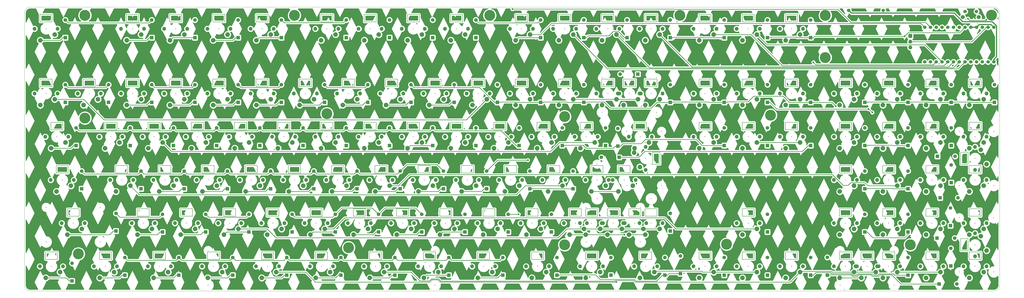
<source format=gtl>
G04 #@! TF.GenerationSoftware,KiCad,Pcbnew,(5.1.5)-3*
G04 #@! TF.CreationDate,2021-02-16T22:09:04+09:00*
G04 #@! TF.ProjectId,108,3130382e-6b69-4636-9164-5f7063625858,rev?*
G04 #@! TF.SameCoordinates,Original*
G04 #@! TF.FileFunction,Copper,L1,Top*
G04 #@! TF.FilePolarity,Positive*
%FSLAX46Y46*%
G04 Gerber Fmt 4.6, Leading zero omitted, Abs format (unit mm)*
G04 Created by KiCad (PCBNEW (5.1.5)-3) date 2021-02-16 22:09:04*
%MOMM*%
%LPD*%
G04 APERTURE LIST*
%ADD10C,0.050000*%
%ADD11C,1.524000*%
%ADD12C,1.800000*%
%ADD13C,2.032000*%
%ADD14C,4.800000*%
%ADD15C,1.600000*%
%ADD16R,1.600000X1.600000*%
%ADD17O,1.700000X1.700000*%
%ADD18R,1.700000X1.700000*%
%ADD19C,0.800000*%
%ADD20C,0.500000*%
%ADD21C,0.250000*%
%ADD22C,0.254000*%
%ADD23C,0.350000*%
%ADD24O,0.149999X3.399999*%
%ADD25O,5.399999X0.149999*%
%ADD26O,1.701799X1.701799*%
%ADD27O,0.149999X5.399999*%
%ADD28O,3.399999X0.149999*%
G04 APERTURE END LIST*
D10*
X417830000Y9525000D02*
G75*
G02X420370000Y6985000I0J-2540000D01*
G01*
X-9525000Y6985000D02*
G75*
G02X-6985000Y9525000I2540000J0D01*
G01*
X420370000Y-113030000D02*
G75*
G02X417830000Y-115570000I-2540000J0D01*
G01*
X-6985000Y-115570000D02*
G75*
G02X-9525000Y-113030000I0J2540000D01*
G01*
X420370000Y6985000D02*
X420370000Y-113030000D01*
X-6985000Y-115570000D02*
X417830000Y-115570000D01*
X-9525000Y-113030000D02*
X-9525000Y6985000D01*
X417830000Y9525000D02*
X-6985000Y9525000D01*
D11*
X405170000Y7620000D03*
X410170000Y7620000D03*
D12*
X404170000Y5120000D03*
X411170000Y5120000D03*
D13*
X368935000Y-90805000D03*
X375285000Y-88265000D03*
D11*
X353822000Y8128000D03*
X369062000Y8128000D03*
X415290000Y635000D03*
X412750000Y635000D03*
X410210000Y635000D03*
X407670000Y635000D03*
X405130000Y635000D03*
X402590000Y635000D03*
X400050000Y635000D03*
X397510000Y635000D03*
X394970000Y635000D03*
X392430000Y635000D03*
X389890000Y635000D03*
X387350000Y-14605000D03*
X389890000Y-14605000D03*
X392430000Y-14605000D03*
X394970000Y-14605000D03*
X397510000Y-14605000D03*
X400050000Y-14605000D03*
X402590000Y-14605000D03*
X405130000Y-14605000D03*
X407670000Y-14605000D03*
X410210000Y-14605000D03*
X412750000Y-14605000D03*
X387350000Y635000D03*
X415290000Y-14605000D03*
X417830000Y-14605000D03*
X417830000Y635000D03*
D13*
X-2540000Y-5080000D03*
X3810000Y-2540000D03*
D14*
X17145000Y5905500D03*
X195580000Y5905500D03*
X299974000Y-94996000D03*
X109474000Y5905500D03*
X343535000Y-12700000D03*
X343535000Y5905500D03*
X381000000Y-95250000D03*
X228600000Y-95250000D03*
X133350000Y-96520000D03*
X14224000Y-99250500D03*
X319405000Y-38100000D03*
X228600000Y-38735000D03*
X123825000Y-37465000D03*
X17145000Y-39370000D03*
X416814000Y5969000D03*
X279400000Y5905500D03*
D13*
X414655000Y-97790000D03*
X412115000Y-91440000D03*
X245110000Y-33655000D03*
X251460000Y-31115000D03*
X244316000Y-107315000D03*
X237966000Y-109855000D03*
X264160000Y-33655000D03*
X270510000Y-31115000D03*
X260985000Y-31115000D03*
X254635000Y-33655000D03*
D15*
X249006000Y-100875000D03*
D16*
X249006000Y-108675000D03*
D13*
X259238000Y-54610000D03*
X261778000Y-60960000D03*
X407035000Y-90805000D03*
X413385000Y-88265000D03*
X407035000Y-52705000D03*
X413385000Y-50165000D03*
X172878000Y-107315000D03*
X166528000Y-109855000D03*
X407035000Y-33655000D03*
X413385000Y-31115000D03*
X268128000Y-107315000D03*
X261778000Y-109855000D03*
D15*
X401984000Y-74549000D03*
D16*
X394184000Y-74549000D03*
D15*
X379975000Y-100875000D03*
D16*
X379975000Y-108675000D03*
D15*
X177568000Y-100875000D03*
D16*
X177568000Y-108675000D03*
D15*
X153756000Y-100875000D03*
D16*
X153756000Y-108675000D03*
D15*
X106131000Y-100875000D03*
D16*
X106131000Y-108675000D03*
D15*
X82318500Y-100875000D03*
D16*
X82318500Y-108675000D03*
D15*
X400582000Y-92329000D03*
D16*
X392782000Y-92329000D03*
D15*
X400772000Y-56261000D03*
D16*
X392972000Y-56261000D03*
D15*
X418075000Y-24675000D03*
D16*
X418075000Y-32475000D03*
D15*
X398907000Y-96811000D03*
D16*
X398907000Y-104611000D03*
D15*
X398716000Y-79034000D03*
D16*
X398716000Y-86834000D03*
D15*
X399025000Y-60047500D03*
D16*
X399025000Y-67847500D03*
D15*
X399025000Y-43725000D03*
D16*
X399025000Y-51525000D03*
D15*
X399025000Y-24675000D03*
D16*
X399025000Y-32475000D03*
D15*
X379975000Y-81825000D03*
D16*
X379975000Y-89625000D03*
D15*
X379975000Y-62775000D03*
D16*
X379975000Y-70575000D03*
D15*
X379975000Y-43725000D03*
D16*
X379975000Y-51525000D03*
D15*
X379975000Y-24675000D03*
D16*
X379975000Y-32475000D03*
D15*
X337112000Y-100875000D03*
D16*
X337112000Y-108675000D03*
D15*
X344424000Y-100812000D03*
D16*
X344424000Y-108612000D03*
D15*
X360925000Y-81825000D03*
D16*
X360925000Y-89625000D03*
D15*
X360925000Y-62775000D03*
D16*
X360925000Y-70575000D03*
D15*
X360925000Y-43725000D03*
D16*
X360925000Y-51525000D03*
D15*
X360925000Y-24675000D03*
D16*
X360925000Y-32475000D03*
D15*
X318062000Y-81825000D03*
D16*
X318062000Y-89625000D03*
D15*
X318062000Y-43725000D03*
D16*
X318062000Y-51525000D03*
D15*
X337112000Y-43725000D03*
D16*
X337112000Y-51525000D03*
D15*
X318062000Y-24675000D03*
D16*
X318062000Y-32475000D03*
D15*
X337112000Y-24675000D03*
D16*
X337112000Y-32475000D03*
D15*
X337112000Y3900000D03*
D16*
X337112000Y-3900000D03*
D15*
X272818000Y-100875000D03*
D16*
X272818000Y-108675000D03*
D15*
X299012000Y-100875000D03*
D16*
X299012000Y-108675000D03*
D15*
X318062000Y-100875000D03*
D16*
X318062000Y-108675000D03*
D15*
X299012000Y-43725000D03*
D16*
X299012000Y-51525000D03*
D15*
X299012000Y-24675000D03*
D16*
X299012000Y-32475000D03*
D15*
X318062000Y3900000D03*
D16*
X318062000Y-3900000D03*
D15*
X279654000Y-100176000D03*
D16*
X279654000Y-107976000D03*
D15*
X275146000Y-81383500D03*
D16*
X275146000Y-89183500D03*
D15*
X244830000Y-56705500D03*
D16*
X252630000Y-56705500D03*
D15*
X252095000Y-43979000D03*
D16*
X252095000Y-51779000D03*
D15*
X275200000Y-24675000D03*
D16*
X275200000Y-32475000D03*
D15*
X299012000Y3900000D03*
D16*
X299012000Y-3900000D03*
D15*
X246625000Y-43725000D03*
D16*
X246625000Y-51525000D03*
D15*
X253084000Y-20002500D03*
D16*
X260884000Y-20002500D03*
D15*
X237100000Y-24675000D03*
D16*
X237100000Y-32475000D03*
D15*
X275200000Y3900000D03*
D16*
X275200000Y-3900000D03*
D15*
X232338000Y-62775000D03*
D16*
X232338000Y-70575000D03*
D15*
X227575000Y-43725000D03*
D16*
X227575000Y-51525000D03*
D15*
X218050000Y-24675000D03*
D16*
X218050000Y-32475000D03*
D15*
X256150000Y3900000D03*
D16*
X256150000Y-3900000D03*
D15*
X225194000Y-100875000D03*
D16*
X225194000Y-108675000D03*
D15*
X222812000Y-81825000D03*
D16*
X222812000Y-89625000D03*
D15*
X213288000Y-62775000D03*
D16*
X213288000Y-70575000D03*
D15*
X208525000Y-43725000D03*
D16*
X208525000Y-51525000D03*
D15*
X199000000Y-24675000D03*
D16*
X199000000Y-32475000D03*
D15*
X237100000Y3900000D03*
D16*
X237100000Y-3900000D03*
D15*
X201381000Y-100875000D03*
D16*
X201381000Y-108675000D03*
D15*
X203762000Y-81825000D03*
D16*
X203762000Y-89625000D03*
D15*
X194238000Y-62775000D03*
D16*
X194238000Y-70575000D03*
D15*
X189475000Y-43725000D03*
D16*
X189475000Y-51525000D03*
D15*
X179950000Y-24675000D03*
D16*
X179950000Y-32475000D03*
D15*
X218050000Y3900000D03*
D16*
X218050000Y-3900000D03*
D15*
X184712000Y-81825000D03*
D16*
X184712000Y-89625000D03*
D15*
X175188000Y-62775000D03*
D16*
X175188000Y-70575000D03*
D15*
X170425000Y-43725000D03*
D16*
X170425000Y-51525000D03*
D15*
X160900000Y-24675000D03*
D16*
X160900000Y-32475000D03*
D15*
X189475000Y3900000D03*
D16*
X189475000Y-3900000D03*
D15*
X165662000Y-81825000D03*
D16*
X165662000Y-89625000D03*
D15*
X156138000Y-62775000D03*
D16*
X156138000Y-70575000D03*
D15*
X151375000Y-43725000D03*
D16*
X151375000Y-51525000D03*
D15*
X141850000Y-24675000D03*
D16*
X141850000Y-32475000D03*
D15*
X170425000Y3900000D03*
D16*
X170425000Y-3900000D03*
D15*
X146612000Y-81825000D03*
D16*
X146612000Y-89625000D03*
D15*
X137088000Y-62775000D03*
D16*
X137088000Y-70575000D03*
D15*
X132325000Y-43725000D03*
D16*
X132325000Y-51525000D03*
D15*
X122800000Y-24675000D03*
D16*
X122800000Y-32475000D03*
D15*
X151375000Y3900000D03*
D16*
X151375000Y-3900000D03*
D15*
X129944000Y-100875000D03*
D16*
X129944000Y-108675000D03*
D15*
X127562000Y-81825000D03*
D16*
X127562000Y-89625000D03*
D15*
X118038000Y-62775000D03*
D16*
X118038000Y-70575000D03*
D15*
X113275000Y-43725000D03*
D16*
X113275000Y-51525000D03*
D15*
X103750000Y-24675000D03*
D16*
X103750000Y-32475000D03*
D15*
X132325000Y3900000D03*
D16*
X132325000Y-3900000D03*
D15*
X108512000Y-81825000D03*
D16*
X108512000Y-89625000D03*
D15*
X98987500Y-62775000D03*
D16*
X98987500Y-70575000D03*
D15*
X94225000Y-43725000D03*
D16*
X94225000Y-51525000D03*
D15*
X84700000Y-24675000D03*
D16*
X84700000Y-32475000D03*
D15*
X103750000Y3900000D03*
D16*
X103750000Y-3900000D03*
D15*
X89462500Y-81825000D03*
D16*
X89462500Y-89625000D03*
D15*
X79937500Y-62775000D03*
D16*
X79937500Y-70575000D03*
D15*
X75175000Y-43725000D03*
D16*
X75175000Y-51525000D03*
D15*
X65650000Y-24675000D03*
D16*
X65650000Y-32475000D03*
D15*
X84700000Y3900000D03*
D16*
X84700000Y-3900000D03*
D15*
X58506000Y-100875000D03*
D16*
X58506000Y-108675000D03*
D15*
X70412500Y-81825000D03*
D16*
X70412500Y-89625000D03*
D15*
X60887500Y-62775000D03*
D16*
X60887500Y-70575000D03*
D15*
X56125000Y-43725000D03*
D16*
X56125000Y-51525000D03*
D15*
X46600000Y-24675000D03*
D16*
X46600000Y-32475000D03*
D15*
X65650000Y3900000D03*
D16*
X65650000Y-3900000D03*
D15*
X34693500Y-100875000D03*
D16*
X34693500Y-108675000D03*
D15*
X51362500Y-81825000D03*
D16*
X51362500Y-89625000D03*
D15*
X41837500Y-62775000D03*
D16*
X41837500Y-70575000D03*
D15*
X37075000Y-43725000D03*
D16*
X37075000Y-51525000D03*
D15*
X27550000Y-24675000D03*
D16*
X27550000Y-32475000D03*
D15*
X46600000Y3900000D03*
D16*
X46600000Y-3900000D03*
D15*
X11430000Y-103415000D03*
D16*
X11430000Y-111215000D03*
D15*
X30797500Y-81380500D03*
D16*
X30797500Y-89180500D03*
D15*
X15644000Y-62775000D03*
D16*
X15644000Y-70575000D03*
D15*
X13263000Y-43725000D03*
D16*
X13263000Y-51525000D03*
D15*
X8500000Y-24675000D03*
D16*
X8500000Y-32475000D03*
D15*
X8500000Y3900000D03*
D16*
X8500000Y-3900000D03*
D15*
X401534000Y-112522000D03*
D16*
X393734000Y-112522000D03*
D13*
X414655000Y-59690000D03*
X412115000Y-53340000D03*
X365760000Y-107315000D03*
X359410000Y-109855000D03*
X326072000Y-109855000D03*
X332422000Y-107315000D03*
X387985000Y-109855000D03*
X394335000Y-107315000D03*
X387985000Y-90805000D03*
X394335000Y-88265000D03*
X387985000Y-71755000D03*
X394335000Y-69215000D03*
X387985000Y-33655000D03*
X394335000Y-31115000D03*
X368935000Y-71755000D03*
X375285000Y-69215000D03*
X368935000Y-52705000D03*
X375285000Y-50165000D03*
X349885000Y-90805000D03*
X356235000Y-88265000D03*
X349885000Y-71755000D03*
X356235000Y-69215000D03*
X349885000Y-52705000D03*
X356235000Y-50165000D03*
X307022000Y-90805000D03*
X313372000Y-88265000D03*
X307022000Y-52705000D03*
X313372000Y-50165000D03*
X326072000Y-52705000D03*
X332422000Y-50165000D03*
X307022000Y-33655000D03*
X313372000Y-31115000D03*
X326072000Y-33655000D03*
X332422000Y-31115000D03*
X326072000Y-5080000D03*
X332422000Y-2540000D03*
X287972000Y-109855000D03*
X294322000Y-107315000D03*
X307022000Y-109855000D03*
X313372000Y-107315000D03*
X287972000Y-52705000D03*
X294322000Y-50165000D03*
X287972000Y-33655000D03*
X294322000Y-31115000D03*
X307022000Y-5080000D03*
X313372000Y-2540000D03*
X253842000Y-88265000D03*
X247492000Y-90805000D03*
X258678000Y-69215000D03*
X252328000Y-71755000D03*
X265748000Y-50165000D03*
X259398000Y-52705000D03*
X287972000Y-5080000D03*
X294322000Y-2540000D03*
X241935000Y-50165000D03*
X235585000Y-52705000D03*
X226060000Y-33655000D03*
X232410000Y-31115000D03*
X264160000Y-5080000D03*
X270510000Y-2540000D03*
X221298000Y-71755000D03*
X227648000Y-69215000D03*
X216535000Y-52705000D03*
X222885000Y-50165000D03*
X207010000Y-33655000D03*
X213360000Y-31115000D03*
X245110000Y-5080000D03*
X251460000Y-2540000D03*
X220504000Y-107315000D03*
X214154000Y-109855000D03*
X211772000Y-90805000D03*
X218122000Y-88265000D03*
X202248000Y-71755000D03*
X208598000Y-69215000D03*
X197485000Y-52705000D03*
X203835000Y-50165000D03*
X187960000Y-33655000D03*
X194310000Y-31115000D03*
X226060000Y-5080000D03*
X232410000Y-2540000D03*
X196691000Y-107315000D03*
X190341000Y-109855000D03*
X192722000Y-90805000D03*
X199072000Y-88265000D03*
X183198000Y-71755000D03*
X189548000Y-69215000D03*
X178435000Y-52705000D03*
X184785000Y-50165000D03*
X168910000Y-33655000D03*
X175260000Y-31115000D03*
X207010000Y-5080000D03*
X213360000Y-2540000D03*
X173672000Y-90805000D03*
X180022000Y-88265000D03*
X164148000Y-71755000D03*
X170498000Y-69215000D03*
X159385000Y-52705000D03*
X165735000Y-50165000D03*
X149860000Y-33655000D03*
X156210000Y-31115000D03*
X178435000Y-5080000D03*
X184785000Y-2540000D03*
X154622000Y-90805000D03*
X160972000Y-88265000D03*
X145098000Y-71755000D03*
X151448000Y-69215000D03*
X140335000Y-52705000D03*
X146685000Y-50165000D03*
X130810000Y-33655000D03*
X137160000Y-31115000D03*
X159385000Y-5080000D03*
X165735000Y-2540000D03*
X135572000Y-90805000D03*
X141922000Y-88265000D03*
X126048000Y-71755000D03*
X132398000Y-69215000D03*
X121285000Y-52705000D03*
X127635000Y-50165000D03*
X111760000Y-33655000D03*
X118110000Y-31115000D03*
X140335000Y-5080000D03*
X146685000Y-2540000D03*
X125254000Y-107315000D03*
X118904000Y-109855000D03*
X116522000Y-90805000D03*
X122872000Y-88265000D03*
X106998000Y-71755000D03*
X113348000Y-69215000D03*
X102235000Y-52705000D03*
X108585000Y-50165000D03*
X92710000Y-33655000D03*
X99060000Y-31115000D03*
X121285000Y-5080000D03*
X127635000Y-2540000D03*
X97472000Y-90805000D03*
X103822000Y-88265000D03*
X87947500Y-71755000D03*
X94297500Y-69215000D03*
X83185000Y-52705000D03*
X89535000Y-50165000D03*
X73660000Y-33655000D03*
X80010000Y-31115000D03*
X92710000Y-5080000D03*
X99060000Y-2540000D03*
X78422500Y-90805000D03*
X84772500Y-88265000D03*
X68897500Y-71755000D03*
X75247500Y-69215000D03*
X64135000Y-52705000D03*
X70485000Y-50165000D03*
X54610000Y-33655000D03*
X60960000Y-31115000D03*
X73660000Y-5080000D03*
X80010000Y-2540000D03*
X53816000Y-107315000D03*
X47466000Y-109855000D03*
X59372500Y-90805000D03*
X65722500Y-88265000D03*
X49847500Y-71755000D03*
X56197500Y-69215000D03*
X45085000Y-52705000D03*
X51435000Y-50165000D03*
X35560000Y-33655000D03*
X41910000Y-31115000D03*
X54610000Y-5080000D03*
X60960000Y-2540000D03*
X30003500Y-107315000D03*
X23653500Y-109855000D03*
X40322500Y-90805000D03*
X46672500Y-88265000D03*
X30797500Y-71755000D03*
X37147500Y-69215000D03*
X26035000Y-52705000D03*
X32385000Y-50165000D03*
X16510000Y-33655000D03*
X22860000Y-31115000D03*
X35560000Y-5080000D03*
X41910000Y-2540000D03*
X6191000Y-107315000D03*
X-159000Y-109855000D03*
X15790600Y-88265000D03*
X9440600Y-90805000D03*
X10954000Y-69215000D03*
X4604000Y-71755000D03*
X8573000Y-50165000D03*
X2223000Y-52705000D03*
X-2540000Y-33655000D03*
X3810000Y-31115000D03*
D17*
X381000000Y-8255000D03*
X381000000Y-5715000D03*
D18*
X381000000Y-3175000D03*
D13*
X349885000Y-33655000D03*
X356235000Y-31115000D03*
X368935000Y-33655000D03*
X375285000Y-31115000D03*
X387985000Y-52705000D03*
X394335000Y-50165000D03*
X77628500Y-107315000D03*
X71278500Y-109855000D03*
X149066000Y-107315000D03*
X142716000Y-109855000D03*
X368935000Y-109855000D03*
X375285000Y-107315000D03*
X407035000Y-71755000D03*
X413385000Y-69215000D03*
X101441000Y-107315000D03*
X95091000Y-109855000D03*
X407035000Y-109855000D03*
X413385000Y-107315000D03*
X240348000Y-71755000D03*
X246698000Y-69215000D03*
X237966000Y-90805000D03*
X244316000Y-88265000D03*
X230822000Y-90805000D03*
X237172000Y-88265000D03*
X264160000Y-90805000D03*
X270510000Y-88265000D03*
X257016000Y-90805000D03*
X263366000Y-88265000D03*
X349885000Y-109855000D03*
X356235000Y-107315000D03*
D19*
X378519700Y-3334600D03*
X348165100Y-34173200D03*
X364254200Y-36893600D03*
X362525300Y-35402200D03*
X212412500Y-57914400D03*
X208328200Y-81825000D03*
X254946900Y-90805000D03*
X251364700Y-111727900D03*
X338294900Y-14797000D03*
X205602300Y8692300D03*
X406400000Y4445000D03*
X414550993Y3968999D03*
D20*
X407670000Y635000D02*
X410210000Y635000D01*
X416617999Y1847001D02*
X417830000Y635000D01*
X411422001Y1847001D02*
X416617999Y1847001D01*
X410210000Y635000D02*
X411422001Y1847001D01*
D21*
X8500000Y-3900000D02*
X7374700Y-3900000D01*
X7374700Y-3900000D02*
X6194700Y-5080000D01*
X6194700Y-5080000D02*
X-2540000Y-5080000D01*
X132325000Y3900000D02*
X131074600Y2649600D01*
X131074600Y2649600D02*
X105000400Y2649600D01*
X105000400Y2649600D02*
X103750000Y3900000D01*
X338237300Y-3900000D02*
X338802700Y-3334600D01*
X338802700Y-3334600D02*
X378519700Y-3334600D01*
X378519700Y-3334600D02*
X380097600Y-1756700D01*
X380097600Y-1756700D02*
X402738300Y-1756700D01*
X402738300Y-1756700D02*
X405130000Y635000D01*
X399025000Y-32475000D02*
X400150300Y-32475000D01*
X418075000Y-32475000D02*
X407868200Y-32475000D01*
X407868200Y-32475000D02*
X407697900Y-32304700D01*
X407697900Y-32304700D02*
X400320600Y-32304700D01*
X400320600Y-32304700D02*
X400150300Y-32475000D01*
X337112000Y-3900000D02*
X338237300Y-3900000D01*
X319187300Y-3900000D02*
X319401200Y-3686100D01*
X319401200Y-3686100D02*
X330718400Y-3686100D01*
X330718400Y-3686100D02*
X330932300Y-3900000D01*
X330932300Y-3900000D02*
X337112000Y-3900000D01*
X256150000Y-3900000D02*
X255024700Y-3900000D01*
X237100000Y-3900000D02*
X238225300Y-3900000D01*
X238225300Y-3900000D02*
X239091000Y-3034300D01*
X239091000Y-3034300D02*
X248133600Y-3034300D01*
X248133600Y-3034300D02*
X249991600Y-1176300D01*
X249991600Y-1176300D02*
X252301000Y-1176300D01*
X252301000Y-1176300D02*
X255024700Y-3900000D01*
X379975000Y-32475000D02*
X381100300Y-32475000D01*
X399025000Y-32475000D02*
X388818200Y-32475000D01*
X388818200Y-32475000D02*
X388647900Y-32304700D01*
X388647900Y-32304700D02*
X381270600Y-32304700D01*
X381270600Y-32304700D02*
X381100300Y-32475000D01*
X360925000Y-32475000D02*
X362050300Y-32475000D01*
X362050300Y-32475000D02*
X362264200Y-32261100D01*
X362264200Y-32261100D02*
X373014800Y-32261100D01*
X373014800Y-32261100D02*
X373228700Y-32475000D01*
X373228700Y-32475000D02*
X379975000Y-32475000D01*
X275200000Y-3900000D02*
X276325300Y-3900000D01*
X299012000Y-3900000D02*
X289330800Y-3900000D01*
X289330800Y-3900000D02*
X289136200Y-3705400D01*
X289136200Y-3705400D02*
X276519900Y-3705400D01*
X276519900Y-3705400D02*
X276325300Y-3900000D01*
X318062000Y-3900000D02*
X319187300Y-3900000D01*
X189475000Y3900000D02*
X190731200Y2643800D01*
X190731200Y2643800D02*
X216793800Y2643800D01*
X216793800Y2643800D02*
X218050000Y3900000D01*
X8500000Y3900000D02*
X9756200Y2643800D01*
X9756200Y2643800D02*
X45343800Y2643800D01*
X45343800Y2643800D02*
X46600000Y3900000D01*
X179950000Y-25931200D02*
X191151100Y-25931200D01*
X191151100Y-25931200D02*
X197694900Y-32475000D01*
X197694900Y-32475000D02*
X199000000Y-32475000D01*
X160900000Y-24675000D02*
X162156200Y-25931200D01*
X162156200Y-25931200D02*
X179950000Y-25931200D01*
X179950000Y-24675000D02*
X179950000Y-25931200D01*
X141850000Y-24675000D02*
X140593800Y-25931200D01*
X140593800Y-25931200D02*
X124056200Y-25931200D01*
X124056200Y-25931200D02*
X122800000Y-24675000D01*
X103750000Y-24675000D02*
X102493800Y-25931200D01*
X102493800Y-25931200D02*
X85956200Y-25931200D01*
X85956200Y-25931200D02*
X84700000Y-24675000D01*
X65650000Y-24675000D02*
X64393800Y-25931200D01*
X64393800Y-25931200D02*
X47856200Y-25931200D01*
X47856200Y-25931200D02*
X46600000Y-24675000D01*
X27550000Y-24675000D02*
X26293800Y-25931200D01*
X26293800Y-25931200D02*
X9756200Y-25931200D01*
X9756200Y-25931200D02*
X8500000Y-24675000D01*
X337112000Y-32475000D02*
X327695500Y-32475000D01*
X327695500Y-32475000D02*
X324971800Y-29751300D01*
X324971800Y-29751300D02*
X311903600Y-29751300D01*
X311903600Y-29751300D02*
X309498400Y-32156500D01*
X309498400Y-32156500D02*
X300455800Y-32156500D01*
X300455800Y-32156500D02*
X300137300Y-32475000D01*
X337112000Y-32475000D02*
X346466900Y-32475000D01*
X346466900Y-32475000D02*
X348165100Y-34173200D01*
X218050000Y-32475000D02*
X219175300Y-32475000D01*
X219175300Y-32475000D02*
X219336700Y-32313600D01*
X219336700Y-32313600D02*
X229542300Y-32313600D01*
X229542300Y-32313600D02*
X229703700Y-32475000D01*
X229703700Y-32475000D02*
X237100000Y-32475000D01*
X218050000Y-32475000D02*
X208368800Y-32475000D01*
X208368800Y-32475000D02*
X208174200Y-32280400D01*
X208174200Y-32280400D02*
X200319900Y-32280400D01*
X200319900Y-32280400D02*
X200125300Y-32475000D01*
X237100000Y-32475000D02*
X238225300Y-32475000D01*
X275200000Y-32475000D02*
X269315100Y-32475000D01*
X269315100Y-32475000D02*
X266782400Y-35007700D01*
X266782400Y-35007700D02*
X248801100Y-35007700D01*
X248801100Y-35007700D02*
X246092600Y-32299200D01*
X246092600Y-32299200D02*
X238401100Y-32299200D01*
X238401100Y-32299200D02*
X238225300Y-32475000D01*
X275762700Y-32475000D02*
X275200000Y-32475000D01*
X275762700Y-32475000D02*
X276325300Y-32475000D01*
X360925000Y-51525000D02*
X362050300Y-51525000D01*
X362050300Y-51525000D02*
X362264200Y-51311100D01*
X362264200Y-51311100D02*
X373014800Y-51311100D01*
X373014800Y-51311100D02*
X373228700Y-51525000D01*
X373228700Y-51525000D02*
X379975000Y-51525000D01*
X299012000Y-32475000D02*
X300137300Y-32475000D01*
X276325300Y-32475000D02*
X276539200Y-32261100D01*
X276539200Y-32261100D02*
X292051800Y-32261100D01*
X292051800Y-32261100D02*
X292265700Y-32475000D01*
X292265700Y-32475000D02*
X299012000Y-32475000D01*
X199000000Y-32475000D02*
X200125300Y-32475000D01*
X13263000Y-51525000D02*
X12137700Y-51525000D01*
X12137700Y-51525000D02*
X10957700Y-52705000D01*
X10957700Y-52705000D02*
X2223000Y-52705000D01*
X151375000Y-43725000D02*
X152625400Y-44975400D01*
X152625400Y-44975400D02*
X169174600Y-44975400D01*
X169174600Y-44975400D02*
X170425000Y-43725000D01*
X189475000Y-44975200D02*
X189474800Y-44975400D01*
X189474800Y-44975400D02*
X171675400Y-44975400D01*
X171675400Y-44975400D02*
X170425000Y-43725000D01*
X132325000Y-43725000D02*
X133575400Y-44975400D01*
X133575400Y-44975400D02*
X150124600Y-44975400D01*
X150124600Y-44975400D02*
X151375000Y-43725000D01*
X189475000Y-44975200D02*
X189481000Y-44981200D01*
X189481000Y-44981200D02*
X200676100Y-44981200D01*
X200676100Y-44981200D02*
X207219900Y-51525000D01*
X207219900Y-51525000D02*
X208525000Y-51525000D01*
X189475000Y-43725000D02*
X189475000Y-44975200D01*
X113275000Y-43725000D02*
X114525400Y-44975400D01*
X114525400Y-44975400D02*
X131074600Y-44975400D01*
X131074600Y-44975400D02*
X132325000Y-43725000D01*
X94225000Y-43725000D02*
X95475400Y-44975400D01*
X95475400Y-44975400D02*
X112024600Y-44975400D01*
X112024600Y-44975400D02*
X113275000Y-43725000D01*
X75175000Y-43725000D02*
X76425400Y-44975400D01*
X76425400Y-44975400D02*
X92974600Y-44975400D01*
X92974600Y-44975400D02*
X94225000Y-43725000D01*
X56125000Y-43725000D02*
X57375400Y-44975400D01*
X57375400Y-44975400D02*
X73924600Y-44975400D01*
X73924600Y-44975400D02*
X75175000Y-43725000D01*
X37075000Y-43725000D02*
X38325400Y-44975400D01*
X38325400Y-44975400D02*
X54874600Y-44975400D01*
X54874600Y-44975400D02*
X56125000Y-43725000D01*
X13263000Y-43725000D02*
X14513400Y-44975400D01*
X14513400Y-44975400D02*
X35824600Y-44975400D01*
X35824600Y-44975400D02*
X37075000Y-43725000D01*
X362525300Y-35402200D02*
X362762800Y-35402200D01*
X362762800Y-35402200D02*
X364254200Y-36893600D01*
X319187300Y-32475000D02*
X322114500Y-35402200D01*
X322114500Y-35402200D02*
X362525300Y-35402200D01*
X318062000Y-32475000D02*
X319187300Y-32475000D01*
X252095000Y-51779000D02*
X253220300Y-51779000D01*
X253220300Y-51779000D02*
X254345600Y-50653700D01*
X254345600Y-50653700D02*
X262427200Y-50653700D01*
X262427200Y-50653700D02*
X264279600Y-48801300D01*
X264279600Y-48801300D02*
X286608300Y-48801300D01*
X286608300Y-48801300D02*
X289332000Y-51525000D01*
X289332000Y-51525000D02*
X299012000Y-51525000D01*
X251532400Y-51779000D02*
X252095000Y-51779000D01*
X251532400Y-51779000D02*
X250969700Y-51779000D01*
X360925000Y-70575000D02*
X362050300Y-70575000D01*
X362050300Y-70575000D02*
X362264200Y-70361100D01*
X362264200Y-70361100D02*
X373014800Y-70361100D01*
X373014800Y-70361100D02*
X373228700Y-70575000D01*
X373228700Y-70575000D02*
X379975000Y-70575000D01*
X227575000Y-51525000D02*
X228700300Y-51525000D01*
X250969700Y-51779000D02*
X250077200Y-52671500D01*
X250077200Y-52671500D02*
X238090300Y-52671500D01*
X238090300Y-52671500D02*
X236749200Y-51330400D01*
X236749200Y-51330400D02*
X228894900Y-51330400D01*
X228894900Y-51330400D02*
X228700300Y-51525000D01*
X118038000Y-62775000D02*
X119288400Y-64025400D01*
X119288400Y-64025400D02*
X135837600Y-64025400D01*
X135837600Y-64025400D02*
X137088000Y-62775000D01*
X156138000Y-62775000D02*
X154881800Y-64031200D01*
X138344200Y-64031200D02*
X137088000Y-62775000D01*
X154881800Y-64031200D02*
X138344200Y-64031200D01*
X98987500Y-62775000D02*
X100237900Y-64025400D01*
X100237900Y-64025400D02*
X116787600Y-64025400D01*
X116787600Y-64025400D02*
X118038000Y-62775000D01*
X175188000Y-62775000D02*
X172278200Y-59865200D01*
X172278200Y-59865200D02*
X159047800Y-59865200D01*
X159047800Y-59865200D02*
X156138000Y-62775000D01*
X79937500Y-62775000D02*
X81187900Y-64025400D01*
X81187900Y-64025400D02*
X97737100Y-64025400D01*
X97737100Y-64025400D02*
X98987500Y-62775000D01*
X60887500Y-62775000D02*
X62137900Y-64025400D01*
X78687100Y-64025400D02*
X79937500Y-62775000D01*
X62137900Y-64025400D02*
X78687100Y-64025400D01*
X41837500Y-62775000D02*
X43087900Y-64025400D01*
X43087900Y-64025400D02*
X59637100Y-64025400D01*
X59637100Y-64025400D02*
X60887500Y-62775000D01*
X15644000Y-62775000D02*
X16894400Y-64025400D01*
X40587100Y-64025400D02*
X41837500Y-62775000D01*
X16894400Y-64025400D02*
X40587100Y-64025400D01*
X337112000Y-51525000D02*
X335986700Y-51525000D01*
X333465200Y-54046500D02*
X335986700Y-51525000D01*
X264005100Y-54046500D02*
X333465200Y-54046500D01*
X261346100Y-56705500D02*
X264005100Y-54046500D01*
X252630000Y-56705500D02*
X261346100Y-56705500D01*
X199098600Y-57914400D02*
X212412500Y-57914400D01*
X194238000Y-62775000D02*
X199098600Y-57914400D01*
X213288000Y-70575000D02*
X214413300Y-70575000D01*
X214607900Y-70380400D02*
X214413300Y-70575000D01*
X222462200Y-70380400D02*
X214607900Y-70380400D01*
X222656800Y-70575000D02*
X222462200Y-70380400D01*
X232338000Y-70575000D02*
X222656800Y-70575000D01*
X379975000Y-90675000D02*
X379975000Y-89625000D01*
X364496001Y-92146001D02*
X378503999Y-92146001D01*
X361975000Y-89625000D02*
X364496001Y-92146001D01*
X378503999Y-92146001D02*
X379975000Y-90675000D01*
X360925000Y-89625000D02*
X361975000Y-89625000D01*
X30797500Y-89180500D02*
X29672200Y-89180500D01*
X9440600Y-90805000D02*
X28047700Y-90805000D01*
X28047700Y-90805000D02*
X29672200Y-89180500D01*
X165662000Y-81825000D02*
X162811600Y-78974600D01*
X162811600Y-78974600D02*
X149462400Y-78974600D01*
X149462400Y-78974600D02*
X146612000Y-81825000D01*
X127562000Y-81825000D02*
X130412400Y-78974600D01*
X130412400Y-78974600D02*
X143761600Y-78974600D01*
X143761600Y-78974600D02*
X146612000Y-81825000D01*
X108512000Y-81825000D02*
X109768200Y-83081200D01*
X109768200Y-83081200D02*
X126305800Y-83081200D01*
X126305800Y-83081200D02*
X127562000Y-81825000D01*
X89462500Y-81825000D02*
X88212100Y-83075400D01*
X88212100Y-83075400D02*
X71662900Y-83075400D01*
X71662900Y-83075400D02*
X70412500Y-81825000D01*
X203762000Y-81825000D02*
X208328200Y-81825000D01*
X30797500Y-81380500D02*
X32498200Y-83081200D01*
X32498200Y-83081200D02*
X50106300Y-83081200D01*
X50106300Y-83081200D02*
X51362500Y-81825000D01*
X345549300Y-108612000D02*
X345658600Y-108502700D01*
X345658600Y-108502700D02*
X354867300Y-108502700D01*
X354867300Y-108502700D02*
X355497500Y-109132900D01*
X355497500Y-109132900D02*
X357592100Y-109132900D01*
X357592100Y-109132900D02*
X358237700Y-108487300D01*
X358237700Y-108487300D02*
X363755400Y-108487300D01*
X363755400Y-108487300D02*
X364399300Y-109131200D01*
X364399300Y-109131200D02*
X367112600Y-109131200D01*
X367112600Y-109131200D02*
X367739000Y-108504800D01*
X367739000Y-108504800D02*
X372828300Y-108504800D01*
X372828300Y-108504800D02*
X376845500Y-112522000D01*
X376845500Y-112522000D02*
X393734000Y-112522000D01*
X344424000Y-108612000D02*
X345549300Y-108612000D01*
X11430000Y-111215000D02*
X10304700Y-111215000D01*
X-159000Y-109855000D02*
X8944700Y-109855000D01*
X8944700Y-109855000D02*
X10304700Y-111215000D01*
X82318500Y-100875000D02*
X81068100Y-102125400D01*
X81068100Y-102125400D02*
X59756400Y-102125400D01*
X59756400Y-102125400D02*
X58506000Y-100875000D01*
X34693500Y-100875000D02*
X35949700Y-102131200D01*
X35949700Y-102131200D02*
X57249800Y-102131200D01*
X57249800Y-102131200D02*
X58506000Y-100875000D01*
X82318500Y-100875000D02*
X83568900Y-102125400D01*
X83568900Y-102125400D02*
X104880600Y-102125400D01*
X104880600Y-102125400D02*
X106131000Y-100875000D01*
X272818000Y-108675000D02*
X271692700Y-108675000D01*
X225194000Y-108675000D02*
X226319300Y-108675000D01*
X226319300Y-108675000D02*
X226533200Y-108461100D01*
X226533200Y-108461100D02*
X242222600Y-108461100D01*
X242222600Y-108461100D02*
X244299000Y-110537500D01*
X244299000Y-110537500D02*
X259432900Y-110537500D01*
X259432900Y-110537500D02*
X260137400Y-111242000D01*
X260137400Y-111242000D02*
X269125700Y-111242000D01*
X269125700Y-111242000D02*
X271692700Y-108675000D01*
X338237300Y-108675000D02*
X339425700Y-107486600D01*
X339425700Y-107486600D02*
X345756900Y-107486600D01*
X345756900Y-107486600D02*
X346207100Y-107936800D01*
X346207100Y-107936800D02*
X354938300Y-107936800D01*
X354938300Y-107936800D02*
X355684100Y-108682600D01*
X355684100Y-108682600D02*
X357111500Y-108682600D01*
X357111500Y-108682600D02*
X357779100Y-108015000D01*
X357779100Y-108015000D02*
X364238300Y-108015000D01*
X364238300Y-108015000D02*
X364904200Y-108680900D01*
X364904200Y-108680900D02*
X366701100Y-108680900D01*
X366701100Y-108680900D02*
X367327600Y-108054400D01*
X367327600Y-108054400D02*
X373477600Y-108054400D01*
X373477600Y-108054400D02*
X374098200Y-108675000D01*
X374098200Y-108675000D02*
X379975000Y-108675000D01*
X337112000Y-108675000D02*
X338237300Y-108675000D01*
X153756000Y-100875000D02*
X155006400Y-102125400D01*
X155006400Y-102125400D02*
X176317600Y-102125400D01*
X176317600Y-102125400D02*
X177568000Y-100875000D01*
X201381000Y-100875000D02*
X200098900Y-102157100D01*
X200098900Y-102157100D02*
X178850100Y-102157100D01*
X178850100Y-102157100D02*
X177568000Y-100875000D01*
X129944000Y-100875000D02*
X131194400Y-102125400D01*
X131194400Y-102125400D02*
X152505600Y-102125400D01*
X152505600Y-102125400D02*
X153756000Y-100875000D01*
X129944000Y-100875000D02*
X128693600Y-102125400D01*
X128693600Y-102125400D02*
X107381400Y-102125400D01*
X107381400Y-102125400D02*
X106131000Y-100875000D01*
X272818000Y-108675000D02*
X273943300Y-108675000D01*
X279654000Y-107976000D02*
X274642300Y-107976000D01*
X274642300Y-107976000D02*
X273943300Y-108675000D01*
X46600000Y-3900000D02*
X45474700Y-3900000D01*
X45474700Y-3900000D02*
X44294700Y-5080000D01*
X44294700Y-5080000D02*
X35560000Y-5080000D01*
X51362500Y-89625000D02*
X50237200Y-89625000D01*
X50237200Y-89625000D02*
X49057200Y-90805000D01*
X49057200Y-90805000D02*
X40322500Y-90805000D01*
X34693500Y-108675000D02*
X33568200Y-108675000D01*
X23653500Y-109855000D02*
X32388200Y-109855000D01*
X32388200Y-109855000D02*
X33568200Y-108675000D01*
X65650000Y-3900000D02*
X55790000Y-3900000D01*
X55790000Y-3900000D02*
X54610000Y-5080000D01*
X46600000Y-32475000D02*
X45474700Y-32475000D01*
X45474700Y-32475000D02*
X44294700Y-33655000D01*
X44294700Y-33655000D02*
X35560000Y-33655000D01*
X60887500Y-70575000D02*
X59762200Y-70575000D01*
X59762200Y-70575000D02*
X58582200Y-71755000D01*
X58582200Y-71755000D02*
X49847500Y-71755000D01*
X70412500Y-89625000D02*
X69287200Y-89625000D01*
X69287200Y-89625000D02*
X68107200Y-90805000D01*
X68107200Y-90805000D02*
X59372500Y-90805000D01*
X58506000Y-108675000D02*
X57380700Y-108675000D01*
X47466000Y-109855000D02*
X56200700Y-109855000D01*
X56200700Y-109855000D02*
X57380700Y-108675000D01*
X84700000Y-3900000D02*
X83574700Y-3900000D01*
X83574700Y-3900000D02*
X82394700Y-5080000D01*
X82394700Y-5080000D02*
X73660000Y-5080000D01*
X65650000Y-32475000D02*
X64524700Y-32475000D01*
X64524700Y-32475000D02*
X63344700Y-33655000D01*
X63344700Y-33655000D02*
X54610000Y-33655000D01*
X79937500Y-70575000D02*
X78812200Y-70575000D01*
X78812200Y-70575000D02*
X77632200Y-71755000D01*
X77632200Y-71755000D02*
X68897500Y-71755000D01*
X89462500Y-89625000D02*
X79602500Y-89625000D01*
X79602500Y-89625000D02*
X78422500Y-90805000D01*
X103750000Y-3900000D02*
X93890000Y-3900000D01*
X93890000Y-3900000D02*
X92710000Y-5080000D01*
X84700000Y-32475000D02*
X83574700Y-32475000D01*
X83574700Y-32475000D02*
X82394700Y-33655000D01*
X82394700Y-33655000D02*
X73660000Y-33655000D01*
X98987500Y-70575000D02*
X97862200Y-70575000D01*
X97862200Y-70575000D02*
X96682200Y-71755000D01*
X96682200Y-71755000D02*
X87947500Y-71755000D01*
X103750000Y-32475000D02*
X102624700Y-32475000D01*
X102624700Y-32475000D02*
X101444700Y-33655000D01*
X101444700Y-33655000D02*
X92710000Y-33655000D01*
X118038000Y-70575000D02*
X116912700Y-70575000D01*
X116912700Y-70575000D02*
X115732700Y-71755000D01*
X115732700Y-71755000D02*
X106998000Y-71755000D01*
X127562000Y-89625000D02*
X117702000Y-89625000D01*
X117702000Y-89625000D02*
X116522000Y-90805000D01*
X129944000Y-108675000D02*
X128818700Y-108675000D01*
X118904000Y-109855000D02*
X127638700Y-109855000D01*
X127638700Y-109855000D02*
X128818700Y-108675000D01*
X122800000Y-32475000D02*
X121674700Y-32475000D01*
X121674700Y-32475000D02*
X120494700Y-33655000D01*
X120494700Y-33655000D02*
X111760000Y-33655000D01*
X137088000Y-70575000D02*
X135962700Y-70575000D01*
X135962700Y-70575000D02*
X134782700Y-71755000D01*
X134782700Y-71755000D02*
X126048000Y-71755000D01*
X146612000Y-89625000D02*
X145486700Y-89625000D01*
X145486700Y-89625000D02*
X144306700Y-90805000D01*
X144306700Y-90805000D02*
X135572000Y-90805000D01*
X141850000Y-32475000D02*
X140724700Y-32475000D01*
X140724700Y-32475000D02*
X139544700Y-33655000D01*
X139544700Y-33655000D02*
X130810000Y-33655000D01*
X156138000Y-70575000D02*
X155012700Y-70575000D01*
X155012700Y-70575000D02*
X153832700Y-71755000D01*
X153832700Y-71755000D02*
X145098000Y-71755000D01*
X165662000Y-89625000D02*
X164536700Y-89625000D01*
X164536700Y-89625000D02*
X163356700Y-90805000D01*
X163356700Y-90805000D02*
X154622000Y-90805000D01*
X160900000Y-32475000D02*
X159774700Y-32475000D01*
X159774700Y-32475000D02*
X158594700Y-33655000D01*
X158594700Y-33655000D02*
X149860000Y-33655000D01*
X170425000Y-51525000D02*
X160565000Y-51525000D01*
X160565000Y-51525000D02*
X159385000Y-52705000D01*
X175188000Y-70575000D02*
X174062700Y-70575000D01*
X174062700Y-70575000D02*
X172882700Y-71755000D01*
X172882700Y-71755000D02*
X164148000Y-71755000D01*
X184712000Y-89625000D02*
X174852000Y-89625000D01*
X174852000Y-89625000D02*
X173672000Y-90805000D01*
X218050000Y-3900000D02*
X208190000Y-3900000D01*
X208190000Y-3900000D02*
X207010000Y-5080000D01*
X179950000Y-32475000D02*
X178824700Y-32475000D01*
X178824700Y-32475000D02*
X177644700Y-33655000D01*
X177644700Y-33655000D02*
X168910000Y-33655000D01*
X194238000Y-70575000D02*
X193112700Y-70575000D01*
X193112700Y-70575000D02*
X191932700Y-71755000D01*
X191932700Y-71755000D02*
X183198000Y-71755000D01*
X201381000Y-108675000D02*
X200255700Y-108675000D01*
X190341000Y-109855000D02*
X199075700Y-109855000D01*
X199075700Y-109855000D02*
X200255700Y-108675000D01*
X252328000Y-71755000D02*
X240348000Y-71755000D01*
X247492000Y-90805000D02*
X254946900Y-90805000D01*
X237966000Y-90805000D02*
X247492000Y-90805000D01*
X230822000Y-90805000D02*
X237966000Y-90805000D01*
X257016000Y-90805000D02*
X264160000Y-90805000D01*
X359410000Y-109855000D02*
X349885000Y-109855000D01*
X415290000Y635000D02*
X414088400Y635000D01*
X381000000Y-5715000D02*
X408113900Y-5715000D01*
X408113900Y-5715000D02*
X414088400Y259500D01*
X414088400Y259500D02*
X414088400Y635000D01*
X194310000Y-31115000D02*
X185234700Y-40190300D01*
X185234700Y-40190300D02*
X25584100Y-40190300D01*
X25584100Y-40190300D02*
X16508800Y-31115000D01*
X16508800Y-31115000D02*
X3810000Y-31115000D01*
X232410000Y-2540000D02*
X247523200Y-17653200D01*
X247523200Y-17653200D02*
X402081800Y-17653200D01*
X402081800Y-17653200D02*
X405130000Y-14605000D01*
X251460000Y-2540000D02*
X266122900Y-17202900D01*
X266122900Y-17202900D02*
X399992100Y-17202900D01*
X399992100Y-17202900D02*
X402590000Y-14605000D01*
X37147500Y-69215000D02*
X41063900Y-73131400D01*
X41063900Y-73131400D02*
X207369200Y-73131400D01*
X207369200Y-73131400D02*
X211285600Y-69215000D01*
X211285600Y-69215000D02*
X227648000Y-69215000D01*
X270510000Y-2540000D02*
X284722600Y-16752600D01*
X284722600Y-16752600D02*
X397902400Y-16752600D01*
X397902400Y-16752600D02*
X400050000Y-14605000D01*
X241935000Y-50165000D02*
X226352600Y-50165000D01*
X226352600Y-50165000D02*
X222459900Y-54057700D01*
X222459900Y-54057700D02*
X55327700Y-54057700D01*
X55327700Y-54057700D02*
X51435000Y-50165000D01*
X251460000Y-31115000D02*
X232410000Y-31115000D01*
X260985000Y-31115000D02*
X251460000Y-31115000D01*
X294322000Y-2540000D02*
X310848100Y-2540000D01*
X310848100Y-2540000D02*
X324610400Y-16302300D01*
X324610400Y-16302300D02*
X395812700Y-16302300D01*
X395812700Y-16302300D02*
X397510000Y-14605000D01*
X237172000Y-88265000D02*
X229666500Y-88265000D01*
X229666500Y-88265000D02*
X225784300Y-92147200D01*
X225784300Y-92147200D02*
X101353000Y-92147200D01*
X101353000Y-92147200D02*
X97470800Y-88265000D01*
X97470800Y-88265000D02*
X84772500Y-88265000D01*
X244316000Y-88265000D02*
X237172000Y-88265000D01*
X263366000Y-88265000D02*
X253842000Y-88265000D01*
X270510000Y-88265000D02*
X263366000Y-88265000D01*
X253842000Y-88265000D02*
X244316000Y-88265000D01*
X101441000Y-107315000D02*
X114407700Y-107315000D01*
X114407700Y-107315000D02*
X118749300Y-111656600D01*
X118749300Y-111656600D02*
X169159500Y-111656600D01*
X169159500Y-111656600D02*
X170149500Y-110666600D01*
X170149500Y-110666600D02*
X172693500Y-110666600D01*
X172693500Y-110666600D02*
X173754800Y-111727900D01*
X173754800Y-111727900D02*
X251364700Y-111727900D01*
X313372000Y-107315000D02*
X294322000Y-107315000D01*
X394970000Y-14605000D02*
X387414600Y-7049600D01*
X387414600Y-7049600D02*
X317881600Y-7049600D01*
X317881600Y-7049600D02*
X313372000Y-2540000D01*
X268128000Y-107315000D02*
X268592400Y-106850600D01*
X268592400Y-106850600D02*
X288953700Y-106850600D01*
X288953700Y-106850600D02*
X289418100Y-107315000D01*
X289418100Y-107315000D02*
X294322000Y-107315000D01*
X392430000Y-14605000D02*
X391183000Y-15852000D01*
X391183000Y-15852000D02*
X339349900Y-15852000D01*
X339349900Y-15852000D02*
X338294900Y-14797000D01*
X332422000Y-50165000D02*
X313372000Y-50165000D01*
X122872000Y-88265000D02*
X126783600Y-88265000D01*
X126783600Y-88265000D02*
X131678300Y-83370300D01*
X131678300Y-83370300D02*
X272740400Y-83370300D01*
X272740400Y-83370300D02*
X277635100Y-88265000D01*
X277635100Y-88265000D02*
X313372000Y-88265000D01*
X149066000Y-107315000D02*
X160932600Y-107315000D01*
X160932600Y-107315000D02*
X164820600Y-111203000D01*
X164820600Y-111203000D02*
X168935000Y-111203000D01*
X168935000Y-111203000D02*
X169921700Y-110216300D01*
X169921700Y-110216300D02*
X172986900Y-110216300D01*
X172986900Y-110216300D02*
X174012600Y-111242000D01*
X174012600Y-111242000D02*
X250515200Y-111242000D01*
X250515200Y-111242000D02*
X250769300Y-110987900D01*
X250769300Y-110987900D02*
X259141100Y-110987900D01*
X259141100Y-110987900D02*
X259845500Y-111692300D01*
X259845500Y-111692300D02*
X328044700Y-111692300D01*
X328044700Y-111692300D02*
X332422000Y-107315000D01*
X356235000Y-107315000D02*
X346447600Y-107315000D01*
X346447600Y-107315000D02*
X346106700Y-106974100D01*
X346106700Y-106974100D02*
X332762900Y-106974100D01*
X332762900Y-106974100D02*
X332422000Y-107315000D01*
X365760000Y-107315000D02*
X356235000Y-107315000D01*
X151448000Y-69215000D02*
X155359600Y-69215000D01*
X155359600Y-69215000D02*
X160250200Y-64324400D01*
X160250200Y-64324400D02*
X346678300Y-64324400D01*
X346678300Y-64324400D02*
X351356700Y-69002800D01*
X351356700Y-69002800D02*
X353615100Y-69002800D01*
X353615100Y-69002800D02*
X354766600Y-67851300D01*
X354766600Y-67851300D02*
X360907400Y-67851300D01*
X360907400Y-67851300D02*
X362271100Y-69215000D01*
X362271100Y-69215000D02*
X375285000Y-69215000D01*
X375285000Y-107315000D02*
X394335000Y-107315000D01*
X354859490Y2772510D02*
X348996000Y8636000D01*
X387752490Y2772510D02*
X354859490Y2772510D01*
X389890000Y635000D02*
X387752490Y2772510D01*
X348996000Y8636000D02*
X205602300Y8692300D01*
X213360000Y-2540000D02*
X217925000Y-2540000D01*
X217925000Y-2540000D02*
X222787500Y2322500D01*
X222787500Y2322500D02*
X385662500Y2322500D01*
X385662500Y2322500D02*
X387350000Y635000D01*
X414276003Y3694009D02*
X414550993Y3968999D01*
X406400000Y4445000D02*
X407150991Y3694009D01*
X407150991Y3694009D02*
X414276003Y3694009D01*
X82318500Y-108675000D02*
X81193200Y-108675000D01*
X71278500Y-109855000D02*
X80013200Y-109855000D01*
X80013200Y-109855000D02*
X81193200Y-108675000D01*
X106131000Y-108675000D02*
X105005700Y-108675000D01*
X95091000Y-109855000D02*
X103825700Y-109855000D01*
X103825700Y-109855000D02*
X105005700Y-108675000D01*
X153756000Y-108675000D02*
X152630700Y-108675000D01*
X142716000Y-109855000D02*
X151450700Y-109855000D01*
X151450700Y-109855000D02*
X152630700Y-108675000D01*
X177568000Y-108675000D02*
X167708000Y-108675000D01*
X167708000Y-108675000D02*
X166528000Y-109855000D01*
D20*
X419042001Y1216761D02*
X417139763Y3118999D01*
X419042001Y-12315369D02*
X419042001Y1216761D01*
X417830000Y-13527370D02*
X419042001Y-12315369D01*
X417830000Y-14605000D02*
X417830000Y-13527370D01*
X355034001Y6915999D02*
X354583999Y7366001D01*
X400375999Y6915999D02*
X355034001Y6915999D01*
X404172999Y3118999D02*
X400375999Y6915999D01*
X354583999Y7366001D02*
X353822000Y8128000D01*
X417139763Y3118999D02*
X404172999Y3118999D01*
D22*
G36*
X4966408Y-111703204D02*
G01*
X4959517Y-111719839D01*
X4953997Y-111744116D01*
X4953320Y-111769003D01*
X4957510Y-111793544D01*
X4966408Y-111816796D01*
X6513010Y-114910000D01*
X-1433010Y-114910000D01*
X113592Y-111816796D01*
X120483Y-111800161D01*
X126003Y-111775884D01*
X126680Y-111750997D01*
X122490Y-111726456D01*
X113592Y-111703204D01*
X13960Y-111503941D01*
X322579Y-111442553D01*
X623042Y-111318097D01*
X893451Y-111137415D01*
X1123415Y-110907451D01*
X1304097Y-110637042D01*
X1313227Y-110615000D01*
X5510510Y-110615000D01*
X4966408Y-111703204D01*
G37*
X4966408Y-111703204D02*
X4959517Y-111719839D01*
X4953997Y-111744116D01*
X4953320Y-111769003D01*
X4957510Y-111793544D01*
X4966408Y-111816796D01*
X6513010Y-114910000D01*
X-1433010Y-114910000D01*
X113592Y-111816796D01*
X120483Y-111800161D01*
X126003Y-111775884D01*
X126680Y-111750997D01*
X122490Y-111726456D01*
X113592Y-111703204D01*
X13960Y-111503941D01*
X322579Y-111442553D01*
X623042Y-111318097D01*
X893451Y-111137415D01*
X1123415Y-110907451D01*
X1304097Y-110637042D01*
X1313227Y-110615000D01*
X5510510Y-110615000D01*
X4966408Y-111703204D01*
G36*
X148753010Y-114910000D02*
G01*
X140806990Y-114910000D01*
X142053690Y-112416600D01*
X147506310Y-112416600D01*
X148753010Y-114910000D01*
G37*
X148753010Y-114910000D02*
X140806990Y-114910000D01*
X142053690Y-112416600D01*
X147506310Y-112416600D01*
X148753010Y-114910000D01*
G36*
X209713010Y-114910000D02*
G01*
X201766990Y-114910000D01*
X202978040Y-112487900D01*
X208501960Y-112487900D01*
X209713010Y-114910000D01*
G37*
X209713010Y-114910000D02*
X201766990Y-114910000D01*
X202978040Y-112487900D01*
X208501960Y-112487900D01*
X209713010Y-114910000D01*
G36*
X219873010Y-114910000D02*
G01*
X211926990Y-114910000D01*
X213138040Y-112487900D01*
X218661960Y-112487900D01*
X219873010Y-114910000D01*
G37*
X219873010Y-114910000D02*
X211926990Y-114910000D01*
X213138040Y-112487900D01*
X218661960Y-112487900D01*
X219873010Y-114910000D01*
G36*
X240193010Y-114910000D02*
G01*
X232246990Y-114910000D01*
X233458040Y-112487900D01*
X238981960Y-112487900D01*
X240193010Y-114910000D01*
G37*
X240193010Y-114910000D02*
X232246990Y-114910000D01*
X233458040Y-112487900D01*
X238981960Y-112487900D01*
X240193010Y-114910000D01*
G36*
X270673010Y-114910000D02*
G01*
X262726990Y-114910000D01*
X263955840Y-112452300D01*
X269444160Y-112452300D01*
X270673010Y-114910000D01*
G37*
X270673010Y-114910000D02*
X262726990Y-114910000D01*
X263955840Y-112452300D01*
X269444160Y-112452300D01*
X270673010Y-114910000D01*
G36*
X76086408Y-111703204D02*
G01*
X76079517Y-111719839D01*
X76073997Y-111744116D01*
X76073320Y-111769003D01*
X76077510Y-111793544D01*
X76086408Y-111816796D01*
X77633010Y-114910000D01*
X73243826Y-114910000D01*
X73448000Y-114705826D01*
X73735701Y-114275251D01*
X73933873Y-113796822D01*
X74034900Y-113288924D01*
X74034900Y-112771076D01*
X73933873Y-112263178D01*
X73735701Y-111784749D01*
X73448000Y-111354174D01*
X73081826Y-110988000D01*
X72684490Y-110722509D01*
X72741597Y-110637042D01*
X72750727Y-110615000D01*
X76630510Y-110615000D01*
X76086408Y-111703204D01*
G37*
X76086408Y-111703204D02*
X76079517Y-111719839D01*
X76073997Y-111744116D01*
X76073320Y-111769003D01*
X76077510Y-111793544D01*
X76086408Y-111816796D01*
X77633010Y-114910000D01*
X73243826Y-114910000D01*
X73448000Y-114705826D01*
X73735701Y-114275251D01*
X73933873Y-113796822D01*
X74034900Y-113288924D01*
X74034900Y-112771076D01*
X73933873Y-112263178D01*
X73735701Y-111784749D01*
X73448000Y-111354174D01*
X73081826Y-110988000D01*
X72684490Y-110722509D01*
X72741597Y-110637042D01*
X72750727Y-110615000D01*
X76630510Y-110615000D01*
X76086408Y-111703204D01*
G36*
X370726408Y-111703204D02*
G01*
X370719517Y-111719839D01*
X370713997Y-111744116D01*
X370713320Y-111769003D01*
X370717510Y-111793544D01*
X370726408Y-111816796D01*
X371259100Y-112882180D01*
X371259100Y-113288924D01*
X371360127Y-113796822D01*
X371558299Y-114275251D01*
X371846000Y-114705826D01*
X372050174Y-114910000D01*
X364326990Y-114910000D01*
X365873592Y-111816796D01*
X365880483Y-111800161D01*
X365886003Y-111775884D01*
X365886680Y-111750997D01*
X365882490Y-111726456D01*
X365873592Y-111703204D01*
X364967590Y-109891200D01*
X367075278Y-109891200D01*
X367112600Y-109894876D01*
X367149922Y-109891200D01*
X367149933Y-109891200D01*
X367261586Y-109880203D01*
X367284000Y-109873404D01*
X367284000Y-110017609D01*
X367347447Y-110336579D01*
X367471903Y-110637042D01*
X367652585Y-110907451D01*
X367882549Y-111137415D01*
X368152958Y-111318097D01*
X368453421Y-111442553D01*
X368772391Y-111506000D01*
X369097609Y-111506000D01*
X369416579Y-111442553D01*
X369717042Y-111318097D01*
X369987451Y-111137415D01*
X370217415Y-110907451D01*
X370398097Y-110637042D01*
X370522553Y-110336579D01*
X370586000Y-110017609D01*
X370586000Y-109692391D01*
X370522553Y-109373421D01*
X370477561Y-109264800D01*
X371945610Y-109264800D01*
X370726408Y-111703204D01*
G37*
X370726408Y-111703204D02*
X370719517Y-111719839D01*
X370713997Y-111744116D01*
X370713320Y-111769003D01*
X370717510Y-111793544D01*
X370726408Y-111816796D01*
X371259100Y-112882180D01*
X371259100Y-113288924D01*
X371360127Y-113796822D01*
X371558299Y-114275251D01*
X371846000Y-114705826D01*
X372050174Y-114910000D01*
X364326990Y-114910000D01*
X365873592Y-111816796D01*
X365880483Y-111800161D01*
X365886003Y-111775884D01*
X365886680Y-111750997D01*
X365882490Y-111726456D01*
X365873592Y-111703204D01*
X364967590Y-109891200D01*
X367075278Y-109891200D01*
X367112600Y-109894876D01*
X367149922Y-109891200D01*
X367149933Y-109891200D01*
X367261586Y-109880203D01*
X367284000Y-109873404D01*
X367284000Y-110017609D01*
X367347447Y-110336579D01*
X367471903Y-110637042D01*
X367652585Y-110907451D01*
X367882549Y-111137415D01*
X368152958Y-111318097D01*
X368453421Y-111442553D01*
X368772391Y-111506000D01*
X369097609Y-111506000D01*
X369416579Y-111442553D01*
X369717042Y-111318097D01*
X369987451Y-111137415D01*
X370217415Y-110907451D01*
X370398097Y-110637042D01*
X370522553Y-110336579D01*
X370586000Y-110017609D01*
X370586000Y-109692391D01*
X370522553Y-109373421D01*
X370477561Y-109264800D01*
X371945610Y-109264800D01*
X370726408Y-111703204D01*
G36*
X230033010Y-114910000D02*
G01*
X222086990Y-114910000D01*
X223298040Y-112487900D01*
X228821960Y-112487900D01*
X230033010Y-114910000D01*
G37*
X230033010Y-114910000D02*
X222086990Y-114910000D01*
X223298040Y-112487900D01*
X228821960Y-112487900D01*
X230033010Y-114910000D01*
G36*
X259037622Y-111959223D02*
G01*
X260513010Y-114910000D01*
X252566990Y-114910000D01*
X254113592Y-111816796D01*
X254120483Y-111800161D01*
X254126003Y-111775884D01*
X254126680Y-111750997D01*
X254126151Y-111747900D01*
X258826299Y-111747900D01*
X259037622Y-111959223D01*
G37*
X259037622Y-111959223D02*
X260513010Y-114910000D01*
X252566990Y-114910000D01*
X254113592Y-111816796D01*
X254120483Y-111800161D01*
X254126003Y-111775884D01*
X254126680Y-111750997D01*
X254126151Y-111747900D01*
X258826299Y-111747900D01*
X259037622Y-111959223D01*
G36*
X376553253Y-113227546D02*
G01*
X376696514Y-113271003D01*
X376808167Y-113282000D01*
X376808175Y-113282000D01*
X376845500Y-113285676D01*
X376882825Y-113282000D01*
X381619010Y-113282000D01*
X382433010Y-114910000D01*
X375725826Y-114910000D01*
X375930000Y-114705826D01*
X376217701Y-114275251D01*
X376415873Y-113796822D01*
X376516900Y-113288924D01*
X376516900Y-113208115D01*
X376553253Y-113227546D01*
G37*
X376553253Y-113227546D02*
X376696514Y-113271003D01*
X376808167Y-113282000D01*
X376808175Y-113282000D01*
X376845500Y-113285676D01*
X376882825Y-113282000D01*
X381619010Y-113282000D01*
X382433010Y-114910000D01*
X375725826Y-114910000D01*
X375930000Y-114705826D01*
X376217701Y-114275251D01*
X376415873Y-113796822D01*
X376516900Y-113288924D01*
X376516900Y-113208115D01*
X376553253Y-113227546D01*
G36*
X392593010Y-114910000D02*
G01*
X384646990Y-114910000D01*
X385460990Y-113282000D01*
X391779010Y-113282000D01*
X392593010Y-114910000D01*
G37*
X392593010Y-114910000D02*
X384646990Y-114910000D01*
X385460990Y-113282000D01*
X391779010Y-113282000D01*
X392593010Y-114910000D01*
G36*
X360566408Y-111703204D02*
G01*
X360559517Y-111719839D01*
X360553997Y-111744116D01*
X360553320Y-111769003D01*
X360557510Y-111793544D01*
X360566408Y-111816796D01*
X362113010Y-114910000D01*
X354166990Y-114910000D01*
X355713592Y-111816796D01*
X355720483Y-111800161D01*
X355726003Y-111775884D01*
X355726680Y-111750997D01*
X355722490Y-111726456D01*
X355713592Y-111703204D01*
X355169490Y-110615000D01*
X357937773Y-110615000D01*
X357946903Y-110637042D01*
X358127585Y-110907451D01*
X358357549Y-111137415D01*
X358627958Y-111318097D01*
X358928421Y-111442553D01*
X359247391Y-111506000D01*
X359572609Y-111506000D01*
X359891579Y-111442553D01*
X360192042Y-111318097D01*
X360462451Y-111137415D01*
X360692415Y-110907451D01*
X360873097Y-110637042D01*
X360997553Y-110336579D01*
X361061000Y-110017609D01*
X361061000Y-109692391D01*
X360997553Y-109373421D01*
X360945312Y-109247300D01*
X361794360Y-109247300D01*
X360566408Y-111703204D01*
G37*
X360566408Y-111703204D02*
X360559517Y-111719839D01*
X360553997Y-111744116D01*
X360553320Y-111769003D01*
X360557510Y-111793544D01*
X360566408Y-111816796D01*
X362113010Y-114910000D01*
X354166990Y-114910000D01*
X355713592Y-111816796D01*
X355720483Y-111800161D01*
X355726003Y-111775884D01*
X355726680Y-111750997D01*
X355722490Y-111726456D01*
X355713592Y-111703204D01*
X355169490Y-110615000D01*
X357937773Y-110615000D01*
X357946903Y-110637042D01*
X358127585Y-110907451D01*
X358357549Y-111137415D01*
X358627958Y-111318097D01*
X358928421Y-111442553D01*
X359247391Y-111506000D01*
X359572609Y-111506000D01*
X359891579Y-111442553D01*
X360192042Y-111318097D01*
X360462451Y-111137415D01*
X360692415Y-110907451D01*
X360873097Y-110637042D01*
X360997553Y-110336579D01*
X361061000Y-110017609D01*
X361061000Y-109692391D01*
X360997553Y-109373421D01*
X360945312Y-109247300D01*
X361794360Y-109247300D01*
X360566408Y-111703204D01*
G36*
X311313010Y-114910000D02*
G01*
X303366990Y-114910000D01*
X304595840Y-112452300D01*
X310084160Y-112452300D01*
X311313010Y-114910000D01*
G37*
X311313010Y-114910000D02*
X303366990Y-114910000D01*
X304595840Y-112452300D01*
X310084160Y-112452300D01*
X311313010Y-114910000D01*
G36*
X301153010Y-114910000D02*
G01*
X293206990Y-114910000D01*
X294435840Y-112452300D01*
X299924160Y-112452300D01*
X301153010Y-114910000D01*
G37*
X301153010Y-114910000D02*
X293206990Y-114910000D01*
X294435840Y-112452300D01*
X299924160Y-112452300D01*
X301153010Y-114910000D01*
G36*
X280833010Y-114910000D02*
G01*
X272886990Y-114910000D01*
X274115840Y-112452300D01*
X279604160Y-112452300D01*
X280833010Y-114910000D01*
G37*
X280833010Y-114910000D02*
X272886990Y-114910000D01*
X274115840Y-112452300D01*
X279604160Y-112452300D01*
X280833010Y-114910000D01*
G36*
X290993010Y-114910000D02*
G01*
X283046990Y-114910000D01*
X284275840Y-112452300D01*
X289764160Y-112452300D01*
X290993010Y-114910000D01*
G37*
X290993010Y-114910000D02*
X283046990Y-114910000D01*
X284275840Y-112452300D01*
X289764160Y-112452300D01*
X290993010Y-114910000D01*
G36*
X348297447Y-109373421D02*
G01*
X348234000Y-109692391D01*
X348234000Y-110017609D01*
X348297447Y-110336579D01*
X348421903Y-110637042D01*
X348557564Y-110840072D01*
X348336174Y-110988000D01*
X347970000Y-111354174D01*
X347682299Y-111784749D01*
X347484127Y-112263178D01*
X347383100Y-112771076D01*
X347383100Y-113288924D01*
X347484127Y-113796822D01*
X347682299Y-114275251D01*
X347970000Y-114705826D01*
X348174174Y-114910000D01*
X344006990Y-114910000D01*
X345553592Y-111816796D01*
X345560483Y-111800161D01*
X345566003Y-111775884D01*
X345566680Y-111750997D01*
X345562490Y-111726456D01*
X345553592Y-111703204D01*
X344727026Y-110050072D01*
X345224000Y-110050072D01*
X345348482Y-110037812D01*
X345468180Y-110001502D01*
X345578494Y-109942537D01*
X345675185Y-109863185D01*
X345754537Y-109766494D01*
X345813502Y-109656180D01*
X345849812Y-109536482D01*
X345862072Y-109412000D01*
X345862072Y-109306575D01*
X345944155Y-109262700D01*
X348343309Y-109262700D01*
X348297447Y-109373421D01*
G37*
X348297447Y-109373421D02*
X348234000Y-109692391D01*
X348234000Y-110017609D01*
X348297447Y-110336579D01*
X348421903Y-110637042D01*
X348557564Y-110840072D01*
X348336174Y-110988000D01*
X347970000Y-111354174D01*
X347682299Y-111784749D01*
X347484127Y-112263178D01*
X347383100Y-112771076D01*
X347383100Y-113288924D01*
X347484127Y-113796822D01*
X347682299Y-114275251D01*
X347970000Y-114705826D01*
X348174174Y-114910000D01*
X344006990Y-114910000D01*
X345553592Y-111816796D01*
X345560483Y-111800161D01*
X345566003Y-111775884D01*
X345566680Y-111750997D01*
X345562490Y-111726456D01*
X345553592Y-111703204D01*
X344727026Y-110050072D01*
X345224000Y-110050072D01*
X345348482Y-110037812D01*
X345468180Y-110001502D01*
X345578494Y-109942537D01*
X345675185Y-109863185D01*
X345754537Y-109766494D01*
X345813502Y-109656180D01*
X345849812Y-109536482D01*
X345862072Y-109412000D01*
X345862072Y-109306575D01*
X345944155Y-109262700D01*
X348343309Y-109262700D01*
X348297447Y-109373421D01*
G36*
X321473010Y-114910000D02*
G01*
X313526990Y-114910000D01*
X314755840Y-112452300D01*
X320244160Y-112452300D01*
X321473010Y-114910000D01*
G37*
X321473010Y-114910000D02*
X313526990Y-114910000D01*
X314755840Y-112452300D01*
X320244160Y-112452300D01*
X321473010Y-114910000D01*
G36*
X351953010Y-114910000D02*
G01*
X351849826Y-114910000D01*
X351918615Y-114841211D01*
X351953010Y-114910000D01*
G37*
X351953010Y-114910000D02*
X351849826Y-114910000D01*
X351918615Y-114841211D01*
X351953010Y-114910000D01*
G36*
X415302127Y-106421178D02*
G01*
X415201100Y-106929076D01*
X415201100Y-107446924D01*
X415302127Y-107954822D01*
X415500299Y-108433251D01*
X415788000Y-108863826D01*
X416154174Y-109230000D01*
X416584749Y-109517701D01*
X417063178Y-109715873D01*
X417571076Y-109816900D01*
X418088924Y-109816900D01*
X418596822Y-109715873D01*
X419075251Y-109517701D01*
X419505826Y-109230000D01*
X419710001Y-109025825D01*
X419710001Y-112997711D01*
X419671091Y-113394545D01*
X419565220Y-113745206D01*
X419393257Y-114068623D01*
X419161748Y-114352482D01*
X418879514Y-114585965D01*
X418557304Y-114760184D01*
X418207385Y-114868502D01*
X417812557Y-114910000D01*
X415126990Y-114910000D01*
X416673592Y-111816796D01*
X416680483Y-111800161D01*
X416686003Y-111775884D01*
X416686680Y-111750997D01*
X416682490Y-111726456D01*
X416673592Y-111703204D01*
X414858252Y-108072525D01*
X414972553Y-107796579D01*
X415036000Y-107477609D01*
X415036000Y-107152391D01*
X414972553Y-106833421D01*
X414848097Y-106532958D01*
X414667415Y-106262549D01*
X414665766Y-106260900D01*
X414801348Y-106260900D01*
X415088421Y-106203798D01*
X415358838Y-106091788D01*
X415469075Y-106018129D01*
X415302127Y-106421178D01*
G37*
X415302127Y-106421178D02*
X415201100Y-106929076D01*
X415201100Y-107446924D01*
X415302127Y-107954822D01*
X415500299Y-108433251D01*
X415788000Y-108863826D01*
X416154174Y-109230000D01*
X416584749Y-109517701D01*
X417063178Y-109715873D01*
X417571076Y-109816900D01*
X418088924Y-109816900D01*
X418596822Y-109715873D01*
X419075251Y-109517701D01*
X419505826Y-109230000D01*
X419710001Y-109025825D01*
X419710001Y-112997711D01*
X419671091Y-113394545D01*
X419565220Y-113745206D01*
X419393257Y-114068623D01*
X419161748Y-114352482D01*
X418879514Y-114585965D01*
X418557304Y-114760184D01*
X418207385Y-114868502D01*
X417812557Y-114910000D01*
X415126990Y-114910000D01*
X416673592Y-111816796D01*
X416680483Y-111800161D01*
X416686003Y-111775884D01*
X416686680Y-111750997D01*
X416682490Y-111726456D01*
X416673592Y-111703204D01*
X414858252Y-108072525D01*
X414972553Y-107796579D01*
X415036000Y-107477609D01*
X415036000Y-107152391D01*
X414972553Y-106833421D01*
X414848097Y-106532958D01*
X414667415Y-106262549D01*
X414665766Y-106260900D01*
X414801348Y-106260900D01*
X415088421Y-106203798D01*
X415358838Y-106091788D01*
X415469075Y-106018129D01*
X415302127Y-106421178D01*
G36*
X330086408Y-111703204D02*
G01*
X330079517Y-111719839D01*
X330073997Y-111744116D01*
X330073320Y-111769003D01*
X330077510Y-111793544D01*
X330086408Y-111816796D01*
X331633010Y-114910000D01*
X323686990Y-114910000D01*
X324915840Y-112452300D01*
X328007378Y-112452300D01*
X328044700Y-112455976D01*
X328082022Y-112452300D01*
X328082033Y-112452300D01*
X328193686Y-112441303D01*
X328336947Y-112397846D01*
X328468976Y-112327274D01*
X328584701Y-112232301D01*
X328608504Y-112203297D01*
X331064218Y-109747583D01*
X330086408Y-111703204D01*
G37*
X330086408Y-111703204D02*
X330079517Y-111719839D01*
X330073997Y-111744116D01*
X330073320Y-111769003D01*
X330077510Y-111793544D01*
X330086408Y-111816796D01*
X331633010Y-114910000D01*
X323686990Y-114910000D01*
X324915840Y-112452300D01*
X328007378Y-112452300D01*
X328044700Y-112455976D01*
X328082022Y-112452300D01*
X328082033Y-112452300D01*
X328193686Y-112441303D01*
X328336947Y-112397846D01*
X328468976Y-112327274D01*
X328584701Y-112232301D01*
X328608504Y-112203297D01*
X331064218Y-109747583D01*
X330086408Y-111703204D01*
G36*
X335686188Y-107750518D02*
G01*
X335673928Y-107875000D01*
X335673928Y-109475000D01*
X335686188Y-109599482D01*
X335722498Y-109719180D01*
X335781463Y-109829494D01*
X335860815Y-109926185D01*
X335957506Y-110005537D01*
X336067820Y-110064502D01*
X336187518Y-110100812D01*
X336312000Y-110113072D01*
X337912000Y-110113072D01*
X338036482Y-110100812D01*
X338156180Y-110064502D01*
X338266494Y-110005537D01*
X338363185Y-109926185D01*
X338442537Y-109829494D01*
X338501502Y-109719180D01*
X338537812Y-109599482D01*
X338550072Y-109475000D01*
X338550072Y-109369575D01*
X338661576Y-109309974D01*
X338777301Y-109215001D01*
X338801103Y-109185998D01*
X339740503Y-108246600D01*
X341974710Y-108246600D01*
X340246408Y-111703204D01*
X340239517Y-111719839D01*
X340233997Y-111744116D01*
X340233320Y-111769003D01*
X340237510Y-111793544D01*
X340246408Y-111816796D01*
X341793010Y-114910000D01*
X333846990Y-114910000D01*
X335393592Y-111816796D01*
X335400483Y-111800161D01*
X335406003Y-111775884D01*
X335406680Y-111750997D01*
X335402490Y-111726456D01*
X335393592Y-111703204D01*
X333716599Y-108349217D01*
X333885097Y-108097042D01*
X334009553Y-107796579D01*
X334021981Y-107734100D01*
X335691168Y-107734100D01*
X335686188Y-107750518D01*
G37*
X335686188Y-107750518D02*
X335673928Y-107875000D01*
X335673928Y-109475000D01*
X335686188Y-109599482D01*
X335722498Y-109719180D01*
X335781463Y-109829494D01*
X335860815Y-109926185D01*
X335957506Y-110005537D01*
X336067820Y-110064502D01*
X336187518Y-110100812D01*
X336312000Y-110113072D01*
X337912000Y-110113072D01*
X338036482Y-110100812D01*
X338156180Y-110064502D01*
X338266494Y-110005537D01*
X338363185Y-109926185D01*
X338442537Y-109829494D01*
X338501502Y-109719180D01*
X338537812Y-109599482D01*
X338550072Y-109475000D01*
X338550072Y-109369575D01*
X338661576Y-109309974D01*
X338777301Y-109215001D01*
X338801103Y-109185998D01*
X339740503Y-108246600D01*
X341974710Y-108246600D01*
X340246408Y-111703204D01*
X340239517Y-111719839D01*
X340233997Y-111744116D01*
X340233320Y-111769003D01*
X340237510Y-111793544D01*
X340246408Y-111816796D01*
X341793010Y-114910000D01*
X333846990Y-114910000D01*
X335393592Y-111816796D01*
X335400483Y-111800161D01*
X335406003Y-111775884D01*
X335406680Y-111750997D01*
X335402490Y-111726456D01*
X335393592Y-111703204D01*
X333716599Y-108349217D01*
X333885097Y-108097042D01*
X334009553Y-107796579D01*
X334021981Y-107734100D01*
X335691168Y-107734100D01*
X335686188Y-107750518D01*
G36*
X128433010Y-114910000D02*
G01*
X120486990Y-114910000D01*
X121733690Y-112416600D01*
X127186310Y-112416600D01*
X128433010Y-114910000D01*
G37*
X128433010Y-114910000D02*
X120486990Y-114910000D01*
X121733690Y-112416600D01*
X127186310Y-112416600D01*
X128433010Y-114910000D01*
G36*
X179233010Y-114910000D02*
G01*
X173319826Y-114910000D01*
X173524000Y-114705826D01*
X173811701Y-114275251D01*
X174009873Y-113796822D01*
X174110900Y-113288924D01*
X174110900Y-112771076D01*
X174054573Y-112487900D01*
X178021960Y-112487900D01*
X179233010Y-114910000D01*
G37*
X179233010Y-114910000D02*
X173319826Y-114910000D01*
X173524000Y-114705826D01*
X173811701Y-114275251D01*
X174009873Y-113796822D01*
X174110900Y-113288924D01*
X174110900Y-112771076D01*
X174054573Y-112487900D01*
X178021960Y-112487900D01*
X179233010Y-114910000D01*
G36*
X59192601Y-102636403D02*
G01*
X59216399Y-102665401D01*
X59332124Y-102760374D01*
X59464153Y-102830946D01*
X59607414Y-102874403D01*
X59719067Y-102885400D01*
X59719075Y-102885400D01*
X59756400Y-102889076D01*
X59793725Y-102885400D01*
X61460710Y-102885400D01*
X63386408Y-106736796D01*
X63404057Y-106763211D01*
X63422134Y-106780329D01*
X63443204Y-106793592D01*
X63466456Y-106802490D01*
X63490997Y-106806680D01*
X63515884Y-106806003D01*
X63540161Y-106800483D01*
X63562894Y-106790333D01*
X63583211Y-106775943D01*
X63600329Y-106757866D01*
X63613592Y-106736796D01*
X64667664Y-104628652D01*
X67252600Y-104628652D01*
X67252600Y-104921348D01*
X67309702Y-105208421D01*
X67421712Y-105478838D01*
X67584326Y-105722206D01*
X67791294Y-105929174D01*
X68034662Y-106091788D01*
X68305079Y-106203798D01*
X68592152Y-106260900D01*
X68884848Y-106260900D01*
X69171921Y-106203798D01*
X69442338Y-106091788D01*
X69685706Y-105929174D01*
X69892674Y-105722206D01*
X70055288Y-105478838D01*
X70167298Y-105208421D01*
X70224400Y-104921348D01*
X70224400Y-104628652D01*
X70167298Y-104341579D01*
X70055288Y-104071162D01*
X69892674Y-103827794D01*
X69685706Y-103620826D01*
X69442338Y-103458212D01*
X69171921Y-103346202D01*
X68884848Y-103289100D01*
X68592152Y-103289100D01*
X68305079Y-103346202D01*
X68034662Y-103458212D01*
X67791294Y-103620826D01*
X67584326Y-103827794D01*
X67421712Y-104071162D01*
X67309702Y-104341579D01*
X67252600Y-104628652D01*
X64667664Y-104628652D01*
X65539290Y-102885400D01*
X71620710Y-102885400D01*
X71748528Y-103141037D01*
X71488799Y-103529749D01*
X71290627Y-104008178D01*
X71189600Y-104516076D01*
X71189600Y-105033924D01*
X71290627Y-105541822D01*
X71488799Y-106020251D01*
X71776500Y-106450826D01*
X72142674Y-106817000D01*
X72573249Y-107104701D01*
X73051678Y-107302873D01*
X73559576Y-107403900D01*
X74077424Y-107403900D01*
X74585322Y-107302873D01*
X75063751Y-107104701D01*
X75494326Y-106817000D01*
X75860500Y-106450826D01*
X76148201Y-106020251D01*
X76346373Y-105541822D01*
X76447400Y-105033924D01*
X76447400Y-104516076D01*
X76346373Y-104008178D01*
X76148201Y-103529749D01*
X75860500Y-103099174D01*
X75681769Y-102920443D01*
X75699290Y-102885400D01*
X81030778Y-102885400D01*
X81068100Y-102889076D01*
X81105422Y-102885400D01*
X81105433Y-102885400D01*
X81217086Y-102874403D01*
X81360347Y-102830946D01*
X81492376Y-102760374D01*
X81608101Y-102665401D01*
X81631904Y-102636397D01*
X81648107Y-102620194D01*
X83706408Y-106736796D01*
X83724057Y-106763211D01*
X83742134Y-106780329D01*
X83763204Y-106793592D01*
X83786456Y-106802490D01*
X83810997Y-106806680D01*
X83835884Y-106806003D01*
X83860161Y-106800483D01*
X83882894Y-106790333D01*
X83903211Y-106775943D01*
X83920329Y-106757866D01*
X83933592Y-106736796D01*
X85859290Y-102885400D01*
X91940710Y-102885400D01*
X92166269Y-103336517D01*
X92117579Y-103346202D01*
X91847162Y-103458212D01*
X91603794Y-103620826D01*
X91396826Y-103827794D01*
X91234212Y-104071162D01*
X91122202Y-104341579D01*
X91065100Y-104628652D01*
X91065100Y-104921348D01*
X91122202Y-105208421D01*
X91234212Y-105478838D01*
X91396826Y-105722206D01*
X91603794Y-105929174D01*
X91847162Y-106091788D01*
X92117579Y-106203798D01*
X92404652Y-106260900D01*
X92697348Y-106260900D01*
X92984421Y-106203798D01*
X93254838Y-106091788D01*
X93471514Y-105947009D01*
X93866408Y-106736796D01*
X93884057Y-106763211D01*
X93902134Y-106780329D01*
X93923204Y-106793592D01*
X93946456Y-106802490D01*
X93970997Y-106806680D01*
X93995884Y-106806003D01*
X94020161Y-106800483D01*
X94042894Y-106790333D01*
X94063211Y-106775943D01*
X94080329Y-106757866D01*
X94093592Y-106736796D01*
X95002100Y-104919780D01*
X95002100Y-105033924D01*
X95103127Y-105541822D01*
X95301299Y-106020251D01*
X95589000Y-106450826D01*
X95955174Y-106817000D01*
X96385749Y-107104701D01*
X96864178Y-107302873D01*
X97372076Y-107403900D01*
X97889924Y-107403900D01*
X98397822Y-107302873D01*
X98661100Y-107193819D01*
X97710510Y-109095000D01*
X96563227Y-109095000D01*
X96554097Y-109072958D01*
X96373415Y-108802549D01*
X96143451Y-108572585D01*
X95873042Y-108391903D01*
X95572579Y-108267447D01*
X95253609Y-108204000D01*
X94928391Y-108204000D01*
X94609421Y-108267447D01*
X94308958Y-108391903D01*
X94038549Y-108572585D01*
X93808585Y-108802549D01*
X93627903Y-109072958D01*
X93503447Y-109373421D01*
X93440000Y-109692391D01*
X93440000Y-110017609D01*
X93503447Y-110336579D01*
X93627903Y-110637042D01*
X93808585Y-110907451D01*
X94038549Y-111137415D01*
X94308958Y-111318097D01*
X94609421Y-111442553D01*
X94928391Y-111506000D01*
X95253609Y-111506000D01*
X95572579Y-111442553D01*
X95873042Y-111318097D01*
X96143451Y-111137415D01*
X96373415Y-110907451D01*
X96554097Y-110637042D01*
X96563227Y-110615000D01*
X96950510Y-110615000D01*
X96406408Y-111703204D01*
X96399517Y-111719839D01*
X96393997Y-111744116D01*
X96393320Y-111769003D01*
X96397510Y-111793544D01*
X96406408Y-111816796D01*
X97953010Y-114910000D01*
X90006990Y-114910000D01*
X91553592Y-111816796D01*
X91560483Y-111800161D01*
X91566003Y-111775884D01*
X91566680Y-111750997D01*
X91562490Y-111726456D01*
X91553592Y-111703204D01*
X89013592Y-106623204D01*
X88995943Y-106596789D01*
X88977866Y-106579671D01*
X88956796Y-106566408D01*
X88933544Y-106557510D01*
X88909003Y-106553320D01*
X88884116Y-106553997D01*
X88859839Y-106559517D01*
X88837106Y-106569667D01*
X88816789Y-106584057D01*
X88799671Y-106602134D01*
X88786408Y-106623204D01*
X86246408Y-111703204D01*
X86239517Y-111719839D01*
X86233997Y-111744116D01*
X86233320Y-111769003D01*
X86237510Y-111793544D01*
X86246408Y-111816796D01*
X87793010Y-114910000D01*
X79846990Y-114910000D01*
X81393592Y-111816796D01*
X81400483Y-111800161D01*
X81406003Y-111775884D01*
X81406680Y-111750997D01*
X81402490Y-111726456D01*
X81393592Y-111703204D01*
X80675660Y-110267341D01*
X81044553Y-109898449D01*
X81067315Y-109926185D01*
X81164006Y-110005537D01*
X81274320Y-110064502D01*
X81394018Y-110100812D01*
X81518500Y-110113072D01*
X83118500Y-110113072D01*
X83242982Y-110100812D01*
X83362680Y-110064502D01*
X83472994Y-110005537D01*
X83569685Y-109926185D01*
X83649037Y-109829494D01*
X83708002Y-109719180D01*
X83744312Y-109599482D01*
X83756572Y-109475000D01*
X83756572Y-107875000D01*
X83744312Y-107750518D01*
X83708002Y-107630820D01*
X83649037Y-107520506D01*
X83569685Y-107423815D01*
X83472994Y-107344463D01*
X83362680Y-107285498D01*
X83242982Y-107249188D01*
X83118500Y-107236928D01*
X81518500Y-107236928D01*
X81394018Y-107249188D01*
X81274320Y-107285498D01*
X81164006Y-107344463D01*
X81067315Y-107423815D01*
X80987963Y-107520506D01*
X80928998Y-107630820D01*
X80892688Y-107750518D01*
X80880428Y-107875000D01*
X80880428Y-107980425D01*
X80768923Y-108040026D01*
X80713166Y-108085785D01*
X80653199Y-108134999D01*
X80629401Y-108163997D01*
X79959126Y-108834272D01*
X79279500Y-107475020D01*
X79279500Y-107152391D01*
X79216053Y-106833421D01*
X79091597Y-106532958D01*
X78910915Y-106262549D01*
X78909266Y-106260900D01*
X79044848Y-106260900D01*
X79331921Y-106203798D01*
X79602338Y-106091788D01*
X79845706Y-105929174D01*
X80052674Y-105722206D01*
X80215288Y-105478838D01*
X80327298Y-105208421D01*
X80384400Y-104921348D01*
X80384400Y-104628652D01*
X80327298Y-104341579D01*
X80215288Y-104071162D01*
X80052674Y-103827794D01*
X79845706Y-103620826D01*
X79602338Y-103458212D01*
X79331921Y-103346202D01*
X79044848Y-103289100D01*
X78752152Y-103289100D01*
X78465079Y-103346202D01*
X78194662Y-103458212D01*
X77951294Y-103620826D01*
X77744326Y-103827794D01*
X77581712Y-104071162D01*
X77469702Y-104341579D01*
X77412600Y-104628652D01*
X77412600Y-104921348D01*
X77469702Y-105208421D01*
X77581712Y-105478838D01*
X77705434Y-105664000D01*
X77465891Y-105664000D01*
X77146921Y-105727447D01*
X76846458Y-105851903D01*
X76576049Y-106032585D01*
X76346085Y-106262549D01*
X76165403Y-106532958D01*
X76040947Y-106833421D01*
X75977500Y-107152391D01*
X75977500Y-107477609D01*
X76040947Y-107796579D01*
X76165403Y-108097042D01*
X76346085Y-108367451D01*
X76576049Y-108597415D01*
X76846458Y-108778097D01*
X77146921Y-108902553D01*
X77455994Y-108964031D01*
X77390510Y-109095000D01*
X72750727Y-109095000D01*
X72741597Y-109072958D01*
X72560915Y-108802549D01*
X72330951Y-108572585D01*
X72060542Y-108391903D01*
X71760079Y-108267447D01*
X71441109Y-108204000D01*
X71115891Y-108204000D01*
X70796921Y-108267447D01*
X70496458Y-108391903D01*
X70226049Y-108572585D01*
X69996085Y-108802549D01*
X69874355Y-108984730D01*
X68693592Y-106623204D01*
X68675943Y-106596789D01*
X68657866Y-106579671D01*
X68636796Y-106566408D01*
X68613544Y-106557510D01*
X68589003Y-106553320D01*
X68564116Y-106553997D01*
X68539839Y-106559517D01*
X68517106Y-106569667D01*
X68496789Y-106584057D01*
X68479671Y-106602134D01*
X68466408Y-106623204D01*
X65926408Y-111703204D01*
X65919517Y-111719839D01*
X65913997Y-111744116D01*
X65913320Y-111769003D01*
X65917510Y-111793544D01*
X65926408Y-111816796D01*
X67473010Y-114910000D01*
X59526990Y-114910000D01*
X61073592Y-111816796D01*
X61080483Y-111800161D01*
X61086003Y-111775884D01*
X61086680Y-111750997D01*
X61082490Y-111726456D01*
X61073592Y-111703204D01*
X59944072Y-109444164D01*
X59944072Y-107875000D01*
X59931812Y-107750518D01*
X59895502Y-107630820D01*
X59836537Y-107520506D01*
X59757185Y-107423815D01*
X59660494Y-107344463D01*
X59550180Y-107285498D01*
X59430482Y-107249188D01*
X59306000Y-107236928D01*
X58840454Y-107236928D01*
X58533592Y-106623204D01*
X58515943Y-106596789D01*
X58497866Y-106579671D01*
X58476796Y-106566408D01*
X58453544Y-106557510D01*
X58429003Y-106553320D01*
X58404116Y-106553997D01*
X58379839Y-106559517D01*
X58357106Y-106569667D01*
X58336789Y-106584057D01*
X58319671Y-106602134D01*
X58306408Y-106623204D01*
X57999546Y-107236928D01*
X57706000Y-107236928D01*
X57581518Y-107249188D01*
X57461820Y-107285498D01*
X57351506Y-107344463D01*
X57254815Y-107423815D01*
X57175463Y-107520506D01*
X57116498Y-107630820D01*
X57080188Y-107750518D01*
X57067928Y-107875000D01*
X57067928Y-107980425D01*
X56956423Y-108040026D01*
X56900666Y-108085785D01*
X56840699Y-108134999D01*
X56816901Y-108163997D01*
X55885899Y-109095000D01*
X49609490Y-109095000D01*
X48540887Y-106957794D01*
X48760749Y-107104701D01*
X49239178Y-107302873D01*
X49747076Y-107403900D01*
X50264924Y-107403900D01*
X50772822Y-107302873D01*
X51251251Y-107104701D01*
X51681826Y-106817000D01*
X52048000Y-106450826D01*
X52335701Y-106020251D01*
X52533873Y-105541822D01*
X52560924Y-105405828D01*
X52846567Y-105977114D01*
X52763549Y-106032585D01*
X52533585Y-106262549D01*
X52352903Y-106532958D01*
X52228447Y-106833421D01*
X52165000Y-107152391D01*
X52165000Y-107477609D01*
X52228447Y-107796579D01*
X52352903Y-108097042D01*
X52533585Y-108367451D01*
X52763549Y-108597415D01*
X53033958Y-108778097D01*
X53334421Y-108902553D01*
X53653391Y-108966000D01*
X53978609Y-108966000D01*
X54297579Y-108902553D01*
X54598042Y-108778097D01*
X54868451Y-108597415D01*
X55098415Y-108367451D01*
X55279097Y-108097042D01*
X55403553Y-107796579D01*
X55467000Y-107477609D01*
X55467000Y-107152391D01*
X55403553Y-106833421D01*
X55279097Y-106532958D01*
X55098415Y-106262549D01*
X55096766Y-106260900D01*
X55232348Y-106260900D01*
X55519421Y-106203798D01*
X55789838Y-106091788D01*
X56033206Y-105929174D01*
X56240174Y-105722206D01*
X56402788Y-105478838D01*
X56514798Y-105208421D01*
X56571900Y-104921348D01*
X56571900Y-104628652D01*
X56514798Y-104341579D01*
X56402788Y-104071162D01*
X56240174Y-103827794D01*
X56033206Y-103620826D01*
X55789838Y-103458212D01*
X55519421Y-103346202D01*
X55232348Y-103289100D01*
X55177440Y-103289100D01*
X55376390Y-102891200D01*
X57212478Y-102891200D01*
X57249800Y-102894876D01*
X57287122Y-102891200D01*
X57287133Y-102891200D01*
X57398786Y-102880203D01*
X57542047Y-102836746D01*
X57674076Y-102766174D01*
X57789801Y-102671201D01*
X57813604Y-102642197D01*
X58182114Y-102273688D01*
X58364665Y-102310000D01*
X58647335Y-102310000D01*
X58829886Y-102273688D01*
X59192601Y-102636403D01*
G37*
X59192601Y-102636403D02*
X59216399Y-102665401D01*
X59332124Y-102760374D01*
X59464153Y-102830946D01*
X59607414Y-102874403D01*
X59719067Y-102885400D01*
X59719075Y-102885400D01*
X59756400Y-102889076D01*
X59793725Y-102885400D01*
X61460710Y-102885400D01*
X63386408Y-106736796D01*
X63404057Y-106763211D01*
X63422134Y-106780329D01*
X63443204Y-106793592D01*
X63466456Y-106802490D01*
X63490997Y-106806680D01*
X63515884Y-106806003D01*
X63540161Y-106800483D01*
X63562894Y-106790333D01*
X63583211Y-106775943D01*
X63600329Y-106757866D01*
X63613592Y-106736796D01*
X64667664Y-104628652D01*
X67252600Y-104628652D01*
X67252600Y-104921348D01*
X67309702Y-105208421D01*
X67421712Y-105478838D01*
X67584326Y-105722206D01*
X67791294Y-105929174D01*
X68034662Y-106091788D01*
X68305079Y-106203798D01*
X68592152Y-106260900D01*
X68884848Y-106260900D01*
X69171921Y-106203798D01*
X69442338Y-106091788D01*
X69685706Y-105929174D01*
X69892674Y-105722206D01*
X70055288Y-105478838D01*
X70167298Y-105208421D01*
X70224400Y-104921348D01*
X70224400Y-104628652D01*
X70167298Y-104341579D01*
X70055288Y-104071162D01*
X69892674Y-103827794D01*
X69685706Y-103620826D01*
X69442338Y-103458212D01*
X69171921Y-103346202D01*
X68884848Y-103289100D01*
X68592152Y-103289100D01*
X68305079Y-103346202D01*
X68034662Y-103458212D01*
X67791294Y-103620826D01*
X67584326Y-103827794D01*
X67421712Y-104071162D01*
X67309702Y-104341579D01*
X67252600Y-104628652D01*
X64667664Y-104628652D01*
X65539290Y-102885400D01*
X71620710Y-102885400D01*
X71748528Y-103141037D01*
X71488799Y-103529749D01*
X71290627Y-104008178D01*
X71189600Y-104516076D01*
X71189600Y-105033924D01*
X71290627Y-105541822D01*
X71488799Y-106020251D01*
X71776500Y-106450826D01*
X72142674Y-106817000D01*
X72573249Y-107104701D01*
X73051678Y-107302873D01*
X73559576Y-107403900D01*
X74077424Y-107403900D01*
X74585322Y-107302873D01*
X75063751Y-107104701D01*
X75494326Y-106817000D01*
X75860500Y-106450826D01*
X76148201Y-106020251D01*
X76346373Y-105541822D01*
X76447400Y-105033924D01*
X76447400Y-104516076D01*
X76346373Y-104008178D01*
X76148201Y-103529749D01*
X75860500Y-103099174D01*
X75681769Y-102920443D01*
X75699290Y-102885400D01*
X81030778Y-102885400D01*
X81068100Y-102889076D01*
X81105422Y-102885400D01*
X81105433Y-102885400D01*
X81217086Y-102874403D01*
X81360347Y-102830946D01*
X81492376Y-102760374D01*
X81608101Y-102665401D01*
X81631904Y-102636397D01*
X81648107Y-102620194D01*
X83706408Y-106736796D01*
X83724057Y-106763211D01*
X83742134Y-106780329D01*
X83763204Y-106793592D01*
X83786456Y-106802490D01*
X83810997Y-106806680D01*
X83835884Y-106806003D01*
X83860161Y-106800483D01*
X83882894Y-106790333D01*
X83903211Y-106775943D01*
X83920329Y-106757866D01*
X83933592Y-106736796D01*
X85859290Y-102885400D01*
X91940710Y-102885400D01*
X92166269Y-103336517D01*
X92117579Y-103346202D01*
X91847162Y-103458212D01*
X91603794Y-103620826D01*
X91396826Y-103827794D01*
X91234212Y-104071162D01*
X91122202Y-104341579D01*
X91065100Y-104628652D01*
X91065100Y-104921348D01*
X91122202Y-105208421D01*
X91234212Y-105478838D01*
X91396826Y-105722206D01*
X91603794Y-105929174D01*
X91847162Y-106091788D01*
X92117579Y-106203798D01*
X92404652Y-106260900D01*
X92697348Y-106260900D01*
X92984421Y-106203798D01*
X93254838Y-106091788D01*
X93471514Y-105947009D01*
X93866408Y-106736796D01*
X93884057Y-106763211D01*
X93902134Y-106780329D01*
X93923204Y-106793592D01*
X93946456Y-106802490D01*
X93970997Y-106806680D01*
X93995884Y-106806003D01*
X94020161Y-106800483D01*
X94042894Y-106790333D01*
X94063211Y-106775943D01*
X94080329Y-106757866D01*
X94093592Y-106736796D01*
X95002100Y-104919780D01*
X95002100Y-105033924D01*
X95103127Y-105541822D01*
X95301299Y-106020251D01*
X95589000Y-106450826D01*
X95955174Y-106817000D01*
X96385749Y-107104701D01*
X96864178Y-107302873D01*
X97372076Y-107403900D01*
X97889924Y-107403900D01*
X98397822Y-107302873D01*
X98661100Y-107193819D01*
X97710510Y-109095000D01*
X96563227Y-109095000D01*
X96554097Y-109072958D01*
X96373415Y-108802549D01*
X96143451Y-108572585D01*
X95873042Y-108391903D01*
X95572579Y-108267447D01*
X95253609Y-108204000D01*
X94928391Y-108204000D01*
X94609421Y-108267447D01*
X94308958Y-108391903D01*
X94038549Y-108572585D01*
X93808585Y-108802549D01*
X93627903Y-109072958D01*
X93503447Y-109373421D01*
X93440000Y-109692391D01*
X93440000Y-110017609D01*
X93503447Y-110336579D01*
X93627903Y-110637042D01*
X93808585Y-110907451D01*
X94038549Y-111137415D01*
X94308958Y-111318097D01*
X94609421Y-111442553D01*
X94928391Y-111506000D01*
X95253609Y-111506000D01*
X95572579Y-111442553D01*
X95873042Y-111318097D01*
X96143451Y-111137415D01*
X96373415Y-110907451D01*
X96554097Y-110637042D01*
X96563227Y-110615000D01*
X96950510Y-110615000D01*
X96406408Y-111703204D01*
X96399517Y-111719839D01*
X96393997Y-111744116D01*
X96393320Y-111769003D01*
X96397510Y-111793544D01*
X96406408Y-111816796D01*
X97953010Y-114910000D01*
X90006990Y-114910000D01*
X91553592Y-111816796D01*
X91560483Y-111800161D01*
X91566003Y-111775884D01*
X91566680Y-111750997D01*
X91562490Y-111726456D01*
X91553592Y-111703204D01*
X89013592Y-106623204D01*
X88995943Y-106596789D01*
X88977866Y-106579671D01*
X88956796Y-106566408D01*
X88933544Y-106557510D01*
X88909003Y-106553320D01*
X88884116Y-106553997D01*
X88859839Y-106559517D01*
X88837106Y-106569667D01*
X88816789Y-106584057D01*
X88799671Y-106602134D01*
X88786408Y-106623204D01*
X86246408Y-111703204D01*
X86239517Y-111719839D01*
X86233997Y-111744116D01*
X86233320Y-111769003D01*
X86237510Y-111793544D01*
X86246408Y-111816796D01*
X87793010Y-114910000D01*
X79846990Y-114910000D01*
X81393592Y-111816796D01*
X81400483Y-111800161D01*
X81406003Y-111775884D01*
X81406680Y-111750997D01*
X81402490Y-111726456D01*
X81393592Y-111703204D01*
X80675660Y-110267341D01*
X81044553Y-109898449D01*
X81067315Y-109926185D01*
X81164006Y-110005537D01*
X81274320Y-110064502D01*
X81394018Y-110100812D01*
X81518500Y-110113072D01*
X83118500Y-110113072D01*
X83242982Y-110100812D01*
X83362680Y-110064502D01*
X83472994Y-110005537D01*
X83569685Y-109926185D01*
X83649037Y-109829494D01*
X83708002Y-109719180D01*
X83744312Y-109599482D01*
X83756572Y-109475000D01*
X83756572Y-107875000D01*
X83744312Y-107750518D01*
X83708002Y-107630820D01*
X83649037Y-107520506D01*
X83569685Y-107423815D01*
X83472994Y-107344463D01*
X83362680Y-107285498D01*
X83242982Y-107249188D01*
X83118500Y-107236928D01*
X81518500Y-107236928D01*
X81394018Y-107249188D01*
X81274320Y-107285498D01*
X81164006Y-107344463D01*
X81067315Y-107423815D01*
X80987963Y-107520506D01*
X80928998Y-107630820D01*
X80892688Y-107750518D01*
X80880428Y-107875000D01*
X80880428Y-107980425D01*
X80768923Y-108040026D01*
X80713166Y-108085785D01*
X80653199Y-108134999D01*
X80629401Y-108163997D01*
X79959126Y-108834272D01*
X79279500Y-107475020D01*
X79279500Y-107152391D01*
X79216053Y-106833421D01*
X79091597Y-106532958D01*
X78910915Y-106262549D01*
X78909266Y-106260900D01*
X79044848Y-106260900D01*
X79331921Y-106203798D01*
X79602338Y-106091788D01*
X79845706Y-105929174D01*
X80052674Y-105722206D01*
X80215288Y-105478838D01*
X80327298Y-105208421D01*
X80384400Y-104921348D01*
X80384400Y-104628652D01*
X80327298Y-104341579D01*
X80215288Y-104071162D01*
X80052674Y-103827794D01*
X79845706Y-103620826D01*
X79602338Y-103458212D01*
X79331921Y-103346202D01*
X79044848Y-103289100D01*
X78752152Y-103289100D01*
X78465079Y-103346202D01*
X78194662Y-103458212D01*
X77951294Y-103620826D01*
X77744326Y-103827794D01*
X77581712Y-104071162D01*
X77469702Y-104341579D01*
X77412600Y-104628652D01*
X77412600Y-104921348D01*
X77469702Y-105208421D01*
X77581712Y-105478838D01*
X77705434Y-105664000D01*
X77465891Y-105664000D01*
X77146921Y-105727447D01*
X76846458Y-105851903D01*
X76576049Y-106032585D01*
X76346085Y-106262549D01*
X76165403Y-106532958D01*
X76040947Y-106833421D01*
X75977500Y-107152391D01*
X75977500Y-107477609D01*
X76040947Y-107796579D01*
X76165403Y-108097042D01*
X76346085Y-108367451D01*
X76576049Y-108597415D01*
X76846458Y-108778097D01*
X77146921Y-108902553D01*
X77455994Y-108964031D01*
X77390510Y-109095000D01*
X72750727Y-109095000D01*
X72741597Y-109072958D01*
X72560915Y-108802549D01*
X72330951Y-108572585D01*
X72060542Y-108391903D01*
X71760079Y-108267447D01*
X71441109Y-108204000D01*
X71115891Y-108204000D01*
X70796921Y-108267447D01*
X70496458Y-108391903D01*
X70226049Y-108572585D01*
X69996085Y-108802549D01*
X69874355Y-108984730D01*
X68693592Y-106623204D01*
X68675943Y-106596789D01*
X68657866Y-106579671D01*
X68636796Y-106566408D01*
X68613544Y-106557510D01*
X68589003Y-106553320D01*
X68564116Y-106553997D01*
X68539839Y-106559517D01*
X68517106Y-106569667D01*
X68496789Y-106584057D01*
X68479671Y-106602134D01*
X68466408Y-106623204D01*
X65926408Y-111703204D01*
X65919517Y-111719839D01*
X65913997Y-111744116D01*
X65913320Y-111769003D01*
X65917510Y-111793544D01*
X65926408Y-111816796D01*
X67473010Y-114910000D01*
X59526990Y-114910000D01*
X61073592Y-111816796D01*
X61080483Y-111800161D01*
X61086003Y-111775884D01*
X61086680Y-111750997D01*
X61082490Y-111726456D01*
X61073592Y-111703204D01*
X59944072Y-109444164D01*
X59944072Y-107875000D01*
X59931812Y-107750518D01*
X59895502Y-107630820D01*
X59836537Y-107520506D01*
X59757185Y-107423815D01*
X59660494Y-107344463D01*
X59550180Y-107285498D01*
X59430482Y-107249188D01*
X59306000Y-107236928D01*
X58840454Y-107236928D01*
X58533592Y-106623204D01*
X58515943Y-106596789D01*
X58497866Y-106579671D01*
X58476796Y-106566408D01*
X58453544Y-106557510D01*
X58429003Y-106553320D01*
X58404116Y-106553997D01*
X58379839Y-106559517D01*
X58357106Y-106569667D01*
X58336789Y-106584057D01*
X58319671Y-106602134D01*
X58306408Y-106623204D01*
X57999546Y-107236928D01*
X57706000Y-107236928D01*
X57581518Y-107249188D01*
X57461820Y-107285498D01*
X57351506Y-107344463D01*
X57254815Y-107423815D01*
X57175463Y-107520506D01*
X57116498Y-107630820D01*
X57080188Y-107750518D01*
X57067928Y-107875000D01*
X57067928Y-107980425D01*
X56956423Y-108040026D01*
X56900666Y-108085785D01*
X56840699Y-108134999D01*
X56816901Y-108163997D01*
X55885899Y-109095000D01*
X49609490Y-109095000D01*
X48540887Y-106957794D01*
X48760749Y-107104701D01*
X49239178Y-107302873D01*
X49747076Y-107403900D01*
X50264924Y-107403900D01*
X50772822Y-107302873D01*
X51251251Y-107104701D01*
X51681826Y-106817000D01*
X52048000Y-106450826D01*
X52335701Y-106020251D01*
X52533873Y-105541822D01*
X52560924Y-105405828D01*
X52846567Y-105977114D01*
X52763549Y-106032585D01*
X52533585Y-106262549D01*
X52352903Y-106532958D01*
X52228447Y-106833421D01*
X52165000Y-107152391D01*
X52165000Y-107477609D01*
X52228447Y-107796579D01*
X52352903Y-108097042D01*
X52533585Y-108367451D01*
X52763549Y-108597415D01*
X53033958Y-108778097D01*
X53334421Y-108902553D01*
X53653391Y-108966000D01*
X53978609Y-108966000D01*
X54297579Y-108902553D01*
X54598042Y-108778097D01*
X54868451Y-108597415D01*
X55098415Y-108367451D01*
X55279097Y-108097042D01*
X55403553Y-107796579D01*
X55467000Y-107477609D01*
X55467000Y-107152391D01*
X55403553Y-106833421D01*
X55279097Y-106532958D01*
X55098415Y-106262549D01*
X55096766Y-106260900D01*
X55232348Y-106260900D01*
X55519421Y-106203798D01*
X55789838Y-106091788D01*
X56033206Y-105929174D01*
X56240174Y-105722206D01*
X56402788Y-105478838D01*
X56514798Y-105208421D01*
X56571900Y-104921348D01*
X56571900Y-104628652D01*
X56514798Y-104341579D01*
X56402788Y-104071162D01*
X56240174Y-103827794D01*
X56033206Y-103620826D01*
X55789838Y-103458212D01*
X55519421Y-103346202D01*
X55232348Y-103289100D01*
X55177440Y-103289100D01*
X55376390Y-102891200D01*
X57212478Y-102891200D01*
X57249800Y-102894876D01*
X57287122Y-102891200D01*
X57287133Y-102891200D01*
X57398786Y-102880203D01*
X57542047Y-102836746D01*
X57674076Y-102766174D01*
X57789801Y-102671201D01*
X57813604Y-102642197D01*
X58182114Y-102273688D01*
X58364665Y-102310000D01*
X58647335Y-102310000D01*
X58829886Y-102273688D01*
X59192601Y-102636403D01*
G36*
X35385901Y-102642203D02*
G01*
X35409699Y-102671201D01*
X35438697Y-102694999D01*
X35525423Y-102766174D01*
X35646602Y-102830946D01*
X35657453Y-102836746D01*
X35800714Y-102880203D01*
X35912367Y-102891200D01*
X35912376Y-102891200D01*
X35949699Y-102894876D01*
X35987022Y-102891200D01*
X41143610Y-102891200D01*
X43066408Y-106736796D01*
X43084057Y-106763211D01*
X43102134Y-106780329D01*
X43123204Y-106793592D01*
X43146456Y-106802490D01*
X43170997Y-106806680D01*
X43195884Y-106806003D01*
X43220161Y-106800483D01*
X43242894Y-106790333D01*
X43263211Y-106775943D01*
X43280329Y-106757866D01*
X43293592Y-106736796D01*
X43791200Y-105741580D01*
X43978794Y-105929174D01*
X44222162Y-106091788D01*
X44492579Y-106203798D01*
X44779652Y-106260900D01*
X45072348Y-106260900D01*
X45359421Y-106203798D01*
X45629838Y-106091788D01*
X45873206Y-105929174D01*
X46080174Y-105722206D01*
X46242788Y-105478838D01*
X46354798Y-105208421D01*
X46411900Y-104921348D01*
X46411900Y-104628652D01*
X46354798Y-104341579D01*
X46242788Y-104071162D01*
X46080174Y-103827794D01*
X45873206Y-103620826D01*
X45629838Y-103458212D01*
X45359421Y-103346202D01*
X45072348Y-103289100D01*
X45017440Y-103289100D01*
X45216390Y-102891200D01*
X48171974Y-102891200D01*
X47964000Y-103099174D01*
X47676299Y-103529749D01*
X47478127Y-104008178D01*
X47377100Y-104516076D01*
X47377100Y-105033924D01*
X47478127Y-105541822D01*
X47676299Y-106020251D01*
X47964000Y-106450826D01*
X48143065Y-106629891D01*
X47356010Y-108204000D01*
X47303391Y-108204000D01*
X46984421Y-108267447D01*
X46683958Y-108391903D01*
X46413549Y-108572585D01*
X46183585Y-108802549D01*
X46002903Y-109072958D01*
X45878447Y-109373421D01*
X45815000Y-109692391D01*
X45815000Y-110017609D01*
X45878447Y-110336579D01*
X46002903Y-110637042D01*
X46081028Y-110753964D01*
X45606408Y-111703204D01*
X45599517Y-111719839D01*
X45593997Y-111744116D01*
X45593320Y-111769003D01*
X45597510Y-111793544D01*
X45606408Y-111816796D01*
X47153010Y-114910000D01*
X39206990Y-114910000D01*
X40753592Y-111816796D01*
X40760483Y-111800161D01*
X40766003Y-111775884D01*
X40766680Y-111750997D01*
X40762490Y-111726456D01*
X40753592Y-111703204D01*
X38213592Y-106623204D01*
X38195943Y-106596789D01*
X38177866Y-106579671D01*
X38156796Y-106566408D01*
X38133544Y-106557510D01*
X38109003Y-106553320D01*
X38084116Y-106553997D01*
X38059839Y-106559517D01*
X38037106Y-106569667D01*
X38016789Y-106584057D01*
X37999671Y-106602134D01*
X37986408Y-106623204D01*
X35446408Y-111703204D01*
X35439517Y-111719839D01*
X35433997Y-111744116D01*
X35433320Y-111769003D01*
X35437510Y-111793544D01*
X35446408Y-111816796D01*
X36993010Y-114910000D01*
X29046990Y-114910000D01*
X30593592Y-111816796D01*
X30600483Y-111800161D01*
X30606003Y-111775884D01*
X30606680Y-111750997D01*
X30602490Y-111726456D01*
X30593592Y-111703204D01*
X30049490Y-110615000D01*
X32350878Y-110615000D01*
X32388200Y-110618676D01*
X32425522Y-110615000D01*
X32425533Y-110615000D01*
X32537186Y-110604003D01*
X32680447Y-110560546D01*
X32812476Y-110489974D01*
X32928201Y-110395001D01*
X32952004Y-110365997D01*
X33419553Y-109898449D01*
X33442315Y-109926185D01*
X33539006Y-110005537D01*
X33649320Y-110064502D01*
X33769018Y-110100812D01*
X33893500Y-110113072D01*
X35493500Y-110113072D01*
X35617982Y-110100812D01*
X35737680Y-110064502D01*
X35847994Y-110005537D01*
X35944685Y-109926185D01*
X36024037Y-109829494D01*
X36083002Y-109719180D01*
X36119312Y-109599482D01*
X36131572Y-109475000D01*
X36131572Y-107875000D01*
X36119312Y-107750518D01*
X36083002Y-107630820D01*
X36024037Y-107520506D01*
X35944685Y-107423815D01*
X35847994Y-107344463D01*
X35737680Y-107285498D01*
X35617982Y-107249188D01*
X35493500Y-107236928D01*
X33893500Y-107236928D01*
X33769018Y-107249188D01*
X33649320Y-107285498D01*
X33539006Y-107344463D01*
X33442315Y-107423815D01*
X33362963Y-107520506D01*
X33303998Y-107630820D01*
X33267688Y-107750518D01*
X33255428Y-107875000D01*
X33255428Y-107980425D01*
X33143923Y-108040026D01*
X33088166Y-108085785D01*
X33028199Y-108134999D01*
X33004401Y-108163997D01*
X32073399Y-109095000D01*
X29289490Y-109095000D01*
X29085675Y-108687369D01*
X29221458Y-108778097D01*
X29521921Y-108902553D01*
X29840891Y-108966000D01*
X30166109Y-108966000D01*
X30485079Y-108902553D01*
X30785542Y-108778097D01*
X31055951Y-108597415D01*
X31285915Y-108367451D01*
X31466597Y-108097042D01*
X31591053Y-107796579D01*
X31654500Y-107477609D01*
X31654500Y-107152391D01*
X31591053Y-106833421D01*
X31466597Y-106532958D01*
X31285915Y-106262549D01*
X31284266Y-106260900D01*
X31419848Y-106260900D01*
X31706921Y-106203798D01*
X31977338Y-106091788D01*
X32220706Y-105929174D01*
X32408633Y-105741247D01*
X32906408Y-106736796D01*
X32924057Y-106763211D01*
X32942134Y-106780329D01*
X32963204Y-106793592D01*
X32986456Y-106802490D01*
X33010997Y-106806680D01*
X33035884Y-106806003D01*
X33060161Y-106800483D01*
X33082894Y-106790333D01*
X33103211Y-106775943D01*
X33120329Y-106757866D01*
X33133592Y-106736796D01*
X35249226Y-102505528D01*
X35385901Y-102642203D01*
G37*
X35385901Y-102642203D02*
X35409699Y-102671201D01*
X35438697Y-102694999D01*
X35525423Y-102766174D01*
X35646602Y-102830946D01*
X35657453Y-102836746D01*
X35800714Y-102880203D01*
X35912367Y-102891200D01*
X35912376Y-102891200D01*
X35949699Y-102894876D01*
X35987022Y-102891200D01*
X41143610Y-102891200D01*
X43066408Y-106736796D01*
X43084057Y-106763211D01*
X43102134Y-106780329D01*
X43123204Y-106793592D01*
X43146456Y-106802490D01*
X43170997Y-106806680D01*
X43195884Y-106806003D01*
X43220161Y-106800483D01*
X43242894Y-106790333D01*
X43263211Y-106775943D01*
X43280329Y-106757866D01*
X43293592Y-106736796D01*
X43791200Y-105741580D01*
X43978794Y-105929174D01*
X44222162Y-106091788D01*
X44492579Y-106203798D01*
X44779652Y-106260900D01*
X45072348Y-106260900D01*
X45359421Y-106203798D01*
X45629838Y-106091788D01*
X45873206Y-105929174D01*
X46080174Y-105722206D01*
X46242788Y-105478838D01*
X46354798Y-105208421D01*
X46411900Y-104921348D01*
X46411900Y-104628652D01*
X46354798Y-104341579D01*
X46242788Y-104071162D01*
X46080174Y-103827794D01*
X45873206Y-103620826D01*
X45629838Y-103458212D01*
X45359421Y-103346202D01*
X45072348Y-103289100D01*
X45017440Y-103289100D01*
X45216390Y-102891200D01*
X48171974Y-102891200D01*
X47964000Y-103099174D01*
X47676299Y-103529749D01*
X47478127Y-104008178D01*
X47377100Y-104516076D01*
X47377100Y-105033924D01*
X47478127Y-105541822D01*
X47676299Y-106020251D01*
X47964000Y-106450826D01*
X48143065Y-106629891D01*
X47356010Y-108204000D01*
X47303391Y-108204000D01*
X46984421Y-108267447D01*
X46683958Y-108391903D01*
X46413549Y-108572585D01*
X46183585Y-108802549D01*
X46002903Y-109072958D01*
X45878447Y-109373421D01*
X45815000Y-109692391D01*
X45815000Y-110017609D01*
X45878447Y-110336579D01*
X46002903Y-110637042D01*
X46081028Y-110753964D01*
X45606408Y-111703204D01*
X45599517Y-111719839D01*
X45593997Y-111744116D01*
X45593320Y-111769003D01*
X45597510Y-111793544D01*
X45606408Y-111816796D01*
X47153010Y-114910000D01*
X39206990Y-114910000D01*
X40753592Y-111816796D01*
X40760483Y-111800161D01*
X40766003Y-111775884D01*
X40766680Y-111750997D01*
X40762490Y-111726456D01*
X40753592Y-111703204D01*
X38213592Y-106623204D01*
X38195943Y-106596789D01*
X38177866Y-106579671D01*
X38156796Y-106566408D01*
X38133544Y-106557510D01*
X38109003Y-106553320D01*
X38084116Y-106553997D01*
X38059839Y-106559517D01*
X38037106Y-106569667D01*
X38016789Y-106584057D01*
X37999671Y-106602134D01*
X37986408Y-106623204D01*
X35446408Y-111703204D01*
X35439517Y-111719839D01*
X35433997Y-111744116D01*
X35433320Y-111769003D01*
X35437510Y-111793544D01*
X35446408Y-111816796D01*
X36993010Y-114910000D01*
X29046990Y-114910000D01*
X30593592Y-111816796D01*
X30600483Y-111800161D01*
X30606003Y-111775884D01*
X30606680Y-111750997D01*
X30602490Y-111726456D01*
X30593592Y-111703204D01*
X30049490Y-110615000D01*
X32350878Y-110615000D01*
X32388200Y-110618676D01*
X32425522Y-110615000D01*
X32425533Y-110615000D01*
X32537186Y-110604003D01*
X32680447Y-110560546D01*
X32812476Y-110489974D01*
X32928201Y-110395001D01*
X32952004Y-110365997D01*
X33419553Y-109898449D01*
X33442315Y-109926185D01*
X33539006Y-110005537D01*
X33649320Y-110064502D01*
X33769018Y-110100812D01*
X33893500Y-110113072D01*
X35493500Y-110113072D01*
X35617982Y-110100812D01*
X35737680Y-110064502D01*
X35847994Y-110005537D01*
X35944685Y-109926185D01*
X36024037Y-109829494D01*
X36083002Y-109719180D01*
X36119312Y-109599482D01*
X36131572Y-109475000D01*
X36131572Y-107875000D01*
X36119312Y-107750518D01*
X36083002Y-107630820D01*
X36024037Y-107520506D01*
X35944685Y-107423815D01*
X35847994Y-107344463D01*
X35737680Y-107285498D01*
X35617982Y-107249188D01*
X35493500Y-107236928D01*
X33893500Y-107236928D01*
X33769018Y-107249188D01*
X33649320Y-107285498D01*
X33539006Y-107344463D01*
X33442315Y-107423815D01*
X33362963Y-107520506D01*
X33303998Y-107630820D01*
X33267688Y-107750518D01*
X33255428Y-107875000D01*
X33255428Y-107980425D01*
X33143923Y-108040026D01*
X33088166Y-108085785D01*
X33028199Y-108134999D01*
X33004401Y-108163997D01*
X32073399Y-109095000D01*
X29289490Y-109095000D01*
X29085675Y-108687369D01*
X29221458Y-108778097D01*
X29521921Y-108902553D01*
X29840891Y-108966000D01*
X30166109Y-108966000D01*
X30485079Y-108902553D01*
X30785542Y-108778097D01*
X31055951Y-108597415D01*
X31285915Y-108367451D01*
X31466597Y-108097042D01*
X31591053Y-107796579D01*
X31654500Y-107477609D01*
X31654500Y-107152391D01*
X31591053Y-106833421D01*
X31466597Y-106532958D01*
X31285915Y-106262549D01*
X31284266Y-106260900D01*
X31419848Y-106260900D01*
X31706921Y-106203798D01*
X31977338Y-106091788D01*
X32220706Y-105929174D01*
X32408633Y-105741247D01*
X32906408Y-106736796D01*
X32924057Y-106763211D01*
X32942134Y-106780329D01*
X32963204Y-106793592D01*
X32986456Y-106802490D01*
X33010997Y-106806680D01*
X33035884Y-106806003D01*
X33060161Y-106800483D01*
X33082894Y-106790333D01*
X33103211Y-106775943D01*
X33120329Y-106757866D01*
X33133592Y-106736796D01*
X35249226Y-102505528D01*
X35385901Y-102642203D01*
G36*
X-3353734Y6423488D02*
G01*
X-3359999Y6359877D01*
X-3360000Y3040124D01*
X-3349727Y2935817D01*
X-3309128Y2801981D01*
X-3243200Y2678638D01*
X-3154475Y2570526D01*
X-3140746Y2559259D01*
X-3129475Y2545525D01*
X-3021363Y2456800D01*
X-2898020Y2390872D01*
X-2764184Y2350273D01*
X-2659877Y2340000D01*
X-1220387Y2340000D01*
X-1245251Y2329701D01*
X-1675826Y2042000D01*
X-2042000Y1675826D01*
X-2329701Y1245251D01*
X-2527873Y766822D01*
X-2628900Y258924D01*
X-2628900Y-258924D01*
X-2527873Y-766822D01*
X-2329701Y-1245251D01*
X-2042000Y-1675826D01*
X-1675826Y-2042000D01*
X-1245251Y-2329701D01*
X-766822Y-2527873D01*
X-258924Y-2628900D01*
X258924Y-2628900D01*
X766822Y-2527873D01*
X1061017Y-2406013D01*
X2018010Y-4320000D01*
X-1067773Y-4320000D01*
X-1076903Y-4297958D01*
X-1257585Y-4027549D01*
X-1487549Y-3797585D01*
X-1757958Y-3616903D01*
X-2058421Y-3492447D01*
X-2377391Y-3429000D01*
X-2702609Y-3429000D01*
X-3021579Y-3492447D01*
X-3322042Y-3616903D01*
X-3592451Y-3797585D01*
X-3822415Y-4027549D01*
X-4003097Y-4297958D01*
X-4127553Y-4598421D01*
X-4191000Y-4917391D01*
X-4191000Y-5242609D01*
X-4127553Y-5561579D01*
X-4003097Y-5862042D01*
X-3822415Y-6132451D01*
X-3592451Y-6362415D01*
X-3390625Y-6497271D01*
X-5193592Y-10103204D01*
X-5200483Y-10119839D01*
X-5206003Y-10144116D01*
X-5206680Y-10169003D01*
X-5202490Y-10193544D01*
X-5193592Y-10216796D01*
X-2653592Y-15296796D01*
X-2635943Y-15323211D01*
X-2617866Y-15340329D01*
X-2596796Y-15353592D01*
X-2573544Y-15362490D01*
X-2549003Y-15366680D01*
X-2524116Y-15366003D01*
X-2499839Y-15360483D01*
X-2477106Y-15350333D01*
X-2456789Y-15335943D01*
X-2439671Y-15317866D01*
X-2426408Y-15296796D01*
X113592Y-10216796D01*
X120483Y-10200161D01*
X126003Y-10175884D01*
X126680Y-10150997D01*
X122490Y-10126456D01*
X113592Y-10103204D01*
X-1689375Y-6497271D01*
X-1487549Y-6362415D01*
X-1257585Y-6132451D01*
X-1076903Y-5862042D01*
X-1067773Y-5840000D01*
X6157378Y-5840000D01*
X6194700Y-5843676D01*
X6232022Y-5840000D01*
X6232033Y-5840000D01*
X6343686Y-5829003D01*
X6486947Y-5785546D01*
X6618976Y-5714974D01*
X6734701Y-5620001D01*
X6758504Y-5590997D01*
X7226053Y-5123449D01*
X7248815Y-5151185D01*
X7345506Y-5230537D01*
X7390671Y-5254678D01*
X4966408Y-10103204D01*
X4959517Y-10119839D01*
X4953997Y-10144116D01*
X4953320Y-10169003D01*
X4957510Y-10193544D01*
X4966408Y-10216796D01*
X7506408Y-15296796D01*
X7524057Y-15323211D01*
X7542134Y-15340329D01*
X7563204Y-15353592D01*
X7586456Y-15362490D01*
X7610997Y-15366680D01*
X7635884Y-15366003D01*
X7660161Y-15360483D01*
X7682894Y-15350333D01*
X7703211Y-15335943D01*
X7720329Y-15317866D01*
X7733592Y-15296796D01*
X10273592Y-10216796D01*
X10280483Y-10200161D01*
X10286003Y-10175884D01*
X10286190Y-10169003D01*
X15113320Y-10169003D01*
X15117510Y-10193544D01*
X15126408Y-10216796D01*
X17666408Y-15296796D01*
X17684057Y-15323211D01*
X17702134Y-15340329D01*
X17723204Y-15353592D01*
X17746456Y-15362490D01*
X17770997Y-15366680D01*
X17795884Y-15366003D01*
X17820161Y-15360483D01*
X17842894Y-15350333D01*
X17863211Y-15335943D01*
X17880329Y-15317866D01*
X17893592Y-15296796D01*
X20433592Y-10216796D01*
X20440483Y-10200161D01*
X20446003Y-10175884D01*
X20446190Y-10169003D01*
X25273320Y-10169003D01*
X25277510Y-10193544D01*
X25286408Y-10216796D01*
X27826408Y-15296796D01*
X27844057Y-15323211D01*
X27862134Y-15340329D01*
X27883204Y-15353592D01*
X27906456Y-15362490D01*
X27930997Y-15366680D01*
X27955884Y-15366003D01*
X27980161Y-15360483D01*
X28002894Y-15350333D01*
X28023211Y-15335943D01*
X28040329Y-15317866D01*
X28053592Y-15296796D01*
X30593592Y-10216796D01*
X30600483Y-10200161D01*
X30606003Y-10175884D01*
X30606680Y-10150997D01*
X30602490Y-10126456D01*
X30593592Y-10103204D01*
X28053592Y-5023204D01*
X28035943Y-4996789D01*
X28017866Y-4979671D01*
X27996796Y-4966408D01*
X27973544Y-4957510D01*
X27949003Y-4953320D01*
X27924116Y-4953997D01*
X27899839Y-4959517D01*
X27877106Y-4969667D01*
X27856789Y-4984057D01*
X27839671Y-5002134D01*
X27826408Y-5023204D01*
X25286408Y-10103204D01*
X25279517Y-10119839D01*
X25273997Y-10144116D01*
X25273320Y-10169003D01*
X20446190Y-10169003D01*
X20446680Y-10150997D01*
X20442490Y-10126456D01*
X20433592Y-10103204D01*
X17893592Y-5023204D01*
X17875943Y-4996789D01*
X17857866Y-4979671D01*
X17836796Y-4966408D01*
X17813544Y-4957510D01*
X17789003Y-4953320D01*
X17764116Y-4953997D01*
X17739839Y-4959517D01*
X17717106Y-4969667D01*
X17696789Y-4984057D01*
X17679671Y-5002134D01*
X17666408Y-5023204D01*
X15126408Y-10103204D01*
X15119517Y-10119839D01*
X15113997Y-10144116D01*
X15113320Y-10169003D01*
X10286190Y-10169003D01*
X10286680Y-10150997D01*
X10282490Y-10126456D01*
X10273592Y-10103204D01*
X7891026Y-5338072D01*
X9300000Y-5338072D01*
X9424482Y-5325812D01*
X9544180Y-5289502D01*
X9654494Y-5230537D01*
X9751185Y-5151185D01*
X9830537Y-5054494D01*
X9889502Y-4944180D01*
X9925812Y-4824482D01*
X9938072Y-4700000D01*
X9938072Y-3100000D01*
X9925812Y-2975518D01*
X9889502Y-2855820D01*
X9830537Y-2745506D01*
X9751185Y-2648815D01*
X9654494Y-2569463D01*
X9544180Y-2510498D01*
X9424482Y-2474188D01*
X9300000Y-2461928D01*
X7700000Y-2461928D01*
X7575518Y-2474188D01*
X7455820Y-2510498D01*
X7345506Y-2569463D01*
X7248815Y-2648815D01*
X7169463Y-2745506D01*
X7110498Y-2855820D01*
X7074188Y-2975518D01*
X7061928Y-3100000D01*
X7061928Y-3205425D01*
X6950423Y-3265026D01*
X6880950Y-3322042D01*
X6834699Y-3359999D01*
X6810902Y-3388996D01*
X5879899Y-4320000D01*
X3061990Y-4320000D01*
X3187417Y-4069147D01*
X3328421Y-4127553D01*
X3647391Y-4191000D01*
X3972609Y-4191000D01*
X4291579Y-4127553D01*
X4592042Y-4003097D01*
X4862451Y-3822415D01*
X5092415Y-3592451D01*
X5273097Y-3322042D01*
X5397553Y-3021579D01*
X5461000Y-2702609D01*
X5461000Y-2377391D01*
X5397553Y-2058421D01*
X5273097Y-1757958D01*
X5092415Y-1487549D01*
X5090766Y-1485900D01*
X5226348Y-1485900D01*
X5513421Y-1428798D01*
X5783838Y-1316788D01*
X6027206Y-1154174D01*
X6234174Y-947206D01*
X6396788Y-703838D01*
X6508798Y-433421D01*
X6565900Y-146348D01*
X6565900Y146348D01*
X6508798Y433421D01*
X6396788Y703838D01*
X6234174Y947206D01*
X6027206Y1154174D01*
X5783838Y1316788D01*
X5513421Y1428798D01*
X5226348Y1485900D01*
X4933652Y1485900D01*
X4646579Y1428798D01*
X4531438Y1381105D01*
X3360000Y3723980D01*
X3360000Y6359877D01*
X3349727Y6464184D01*
X3309128Y6598020D01*
X3243200Y6721363D01*
X3154475Y6829475D01*
X3140744Y6840744D01*
X3129475Y6854475D01*
X3021363Y6943200D01*
X2898020Y7009128D01*
X2764184Y7049727D01*
X2659877Y7060000D01*
X-1408010Y7060000D01*
X-505510Y8865000D01*
X5585510Y8865000D01*
X7506408Y5023204D01*
X7524057Y4996789D01*
X7542134Y4979671D01*
X7547130Y4976526D01*
X7385363Y4814759D01*
X7228320Y4579727D01*
X7120147Y4318574D01*
X7065000Y4041335D01*
X7065000Y3758665D01*
X7120147Y3481426D01*
X7228320Y3220273D01*
X7385363Y2985241D01*
X7585241Y2785363D01*
X7820273Y2628320D01*
X8081426Y2520147D01*
X8358665Y2465000D01*
X8641335Y2465000D01*
X8823886Y2501312D01*
X9192401Y2132797D01*
X9216199Y2103799D01*
X9245197Y2080001D01*
X9331923Y2008826D01*
X9389007Y1978314D01*
X9463953Y1938254D01*
X9607214Y1894797D01*
X9718867Y1883800D01*
X9718876Y1883800D01*
X9756199Y1880124D01*
X9793522Y1883800D01*
X10959910Y1883800D01*
X10046408Y56796D01*
X10039517Y40161D01*
X10033997Y15884D01*
X10033320Y-9003D01*
X10037510Y-33544D01*
X10046408Y-56796D01*
X12586408Y-5136796D01*
X12604057Y-5163211D01*
X12622134Y-5180329D01*
X12643204Y-5193592D01*
X12666456Y-5202490D01*
X12690997Y-5206680D01*
X12715884Y-5206003D01*
X12740161Y-5200483D01*
X12762894Y-5190333D01*
X12783211Y-5175943D01*
X12800329Y-5157866D01*
X12813592Y-5136796D01*
X15353592Y-56796D01*
X15360483Y-40161D01*
X15366003Y-15884D01*
X15366680Y9003D01*
X15362490Y33544D01*
X15353592Y56796D01*
X14440090Y1883800D01*
X21119910Y1883800D01*
X20206408Y56796D01*
X20199517Y40161D01*
X20193997Y15884D01*
X20193320Y-9003D01*
X20197510Y-33544D01*
X20206408Y-56796D01*
X22746408Y-5136796D01*
X22764057Y-5163211D01*
X22782134Y-5180329D01*
X22803204Y-5193592D01*
X22826456Y-5202490D01*
X22850997Y-5206680D01*
X22875884Y-5206003D01*
X22900161Y-5200483D01*
X22922894Y-5190333D01*
X22943211Y-5175943D01*
X22960329Y-5157866D01*
X22973592Y-5136796D01*
X25513592Y-56796D01*
X25520483Y-40161D01*
X25526003Y-15884D01*
X25526680Y9003D01*
X25522490Y33544D01*
X25513592Y56796D01*
X24600090Y1883800D01*
X31279910Y1883800D01*
X30366408Y56796D01*
X30359517Y40161D01*
X30353997Y15884D01*
X30353320Y-9003D01*
X30357510Y-33544D01*
X30366408Y-56796D01*
X32906408Y-5136796D01*
X32924057Y-5163211D01*
X32942134Y-5180329D01*
X32963204Y-5193592D01*
X32986456Y-5202490D01*
X33010997Y-5206680D01*
X33035884Y-5206003D01*
X33060161Y-5200483D01*
X33082894Y-5190333D01*
X33103211Y-5175943D01*
X33120329Y-5157866D01*
X33133592Y-5136796D01*
X35499967Y-404047D01*
X35572127Y-766822D01*
X35770299Y-1245251D01*
X36058000Y-1675826D01*
X36424174Y-2042000D01*
X36854749Y-2329701D01*
X37333178Y-2527873D01*
X37841076Y-2628900D01*
X38358924Y-2628900D01*
X38866822Y-2527873D01*
X39345251Y-2329701D01*
X39775826Y-2042000D01*
X40142000Y-1675826D01*
X40429701Y-1245251D01*
X40627873Y-766822D01*
X40700033Y-404047D01*
X41059375Y-1122729D01*
X40857549Y-1257585D01*
X40627585Y-1487549D01*
X40446903Y-1757958D01*
X40322447Y-2058421D01*
X40259000Y-2377391D01*
X40259000Y-2702609D01*
X40322447Y-3021579D01*
X40446903Y-3322042D01*
X40627585Y-3592451D01*
X40857549Y-3822415D01*
X41127958Y-4003097D01*
X41428421Y-4127553D01*
X41747391Y-4191000D01*
X42072609Y-4191000D01*
X42391579Y-4127553D01*
X42532583Y-4069147D01*
X42658010Y-4320000D01*
X37032227Y-4320000D01*
X37023097Y-4297958D01*
X36842415Y-4027549D01*
X36612451Y-3797585D01*
X36342042Y-3616903D01*
X36041579Y-3492447D01*
X35722609Y-3429000D01*
X35397391Y-3429000D01*
X35078421Y-3492447D01*
X34777958Y-3616903D01*
X34507549Y-3797585D01*
X34277585Y-4027549D01*
X34096903Y-4297958D01*
X33972447Y-4598421D01*
X33909000Y-4917391D01*
X33909000Y-5242609D01*
X33972447Y-5561579D01*
X34096903Y-5862042D01*
X34277585Y-6132451D01*
X34507549Y-6362415D01*
X34777958Y-6543097D01*
X35078421Y-6667553D01*
X35397391Y-6731000D01*
X35722609Y-6731000D01*
X36041579Y-6667553D01*
X36342042Y-6543097D01*
X36612451Y-6362415D01*
X36842415Y-6132451D01*
X37023097Y-5862042D01*
X37032227Y-5840000D01*
X37578010Y-5840000D01*
X35446408Y-10103204D01*
X35439517Y-10119839D01*
X35433997Y-10144116D01*
X35433320Y-10169003D01*
X35437510Y-10193544D01*
X35446408Y-10216796D01*
X37986408Y-15296796D01*
X38004057Y-15323211D01*
X38022134Y-15340329D01*
X38043204Y-15353592D01*
X38066456Y-15362490D01*
X38090997Y-15366680D01*
X38115884Y-15366003D01*
X38140161Y-15360483D01*
X38162894Y-15350333D01*
X38183211Y-15335943D01*
X38200329Y-15317866D01*
X38213592Y-15296796D01*
X40753592Y-10216796D01*
X40760483Y-10200161D01*
X40766003Y-10175884D01*
X40766190Y-10169003D01*
X45593320Y-10169003D01*
X45597510Y-10193544D01*
X45606408Y-10216796D01*
X48146408Y-15296796D01*
X48164057Y-15323211D01*
X48182134Y-15340329D01*
X48203204Y-15353592D01*
X48226456Y-15362490D01*
X48250997Y-15366680D01*
X48275884Y-15366003D01*
X48300161Y-15360483D01*
X48322894Y-15350333D01*
X48343211Y-15335943D01*
X48360329Y-15317866D01*
X48373592Y-15296796D01*
X50913592Y-10216796D01*
X50920483Y-10200161D01*
X50926003Y-10175884D01*
X50926190Y-10169003D01*
X55753320Y-10169003D01*
X55757510Y-10193544D01*
X55766408Y-10216796D01*
X58306408Y-15296796D01*
X58324057Y-15323211D01*
X58342134Y-15340329D01*
X58363204Y-15353592D01*
X58386456Y-15362490D01*
X58410997Y-15366680D01*
X58435884Y-15366003D01*
X58460161Y-15360483D01*
X58482894Y-15350333D01*
X58503211Y-15335943D01*
X58520329Y-15317866D01*
X58533592Y-15296796D01*
X61073592Y-10216796D01*
X61080483Y-10200161D01*
X61086003Y-10175884D01*
X61086190Y-10169003D01*
X65913320Y-10169003D01*
X65917510Y-10193544D01*
X65926408Y-10216796D01*
X68466408Y-15296796D01*
X68484057Y-15323211D01*
X68502134Y-15340329D01*
X68523204Y-15353592D01*
X68546456Y-15362490D01*
X68570997Y-15366680D01*
X68595884Y-15366003D01*
X68620161Y-15360483D01*
X68642894Y-15350333D01*
X68663211Y-15335943D01*
X68680329Y-15317866D01*
X68693592Y-15296796D01*
X71233592Y-10216796D01*
X71240483Y-10200161D01*
X71246003Y-10175884D01*
X71246680Y-10150997D01*
X71242490Y-10126456D01*
X71233592Y-10103204D01*
X68693592Y-5023204D01*
X68675943Y-4996789D01*
X68657866Y-4979671D01*
X68636796Y-4966408D01*
X68613544Y-4957510D01*
X68589003Y-4953320D01*
X68564116Y-4953997D01*
X68539839Y-4959517D01*
X68517106Y-4969667D01*
X68496789Y-4984057D01*
X68479671Y-5002134D01*
X68466408Y-5023204D01*
X65926408Y-10103204D01*
X65919517Y-10119839D01*
X65913997Y-10144116D01*
X65913320Y-10169003D01*
X61086190Y-10169003D01*
X61086680Y-10150997D01*
X61082490Y-10126456D01*
X61073592Y-10103204D01*
X58533592Y-5023204D01*
X58515943Y-4996789D01*
X58497866Y-4979671D01*
X58476796Y-4966408D01*
X58453544Y-4957510D01*
X58429003Y-4953320D01*
X58404116Y-4953997D01*
X58379839Y-4959517D01*
X58357106Y-4969667D01*
X58336789Y-4984057D01*
X58319671Y-5002134D01*
X58306408Y-5023204D01*
X55766408Y-10103204D01*
X55759517Y-10119839D01*
X55753997Y-10144116D01*
X55753320Y-10169003D01*
X50926190Y-10169003D01*
X50926680Y-10150997D01*
X50922490Y-10126456D01*
X50913592Y-10103204D01*
X48373592Y-5023204D01*
X48355943Y-4996789D01*
X48337866Y-4979671D01*
X48316796Y-4966408D01*
X48293544Y-4957510D01*
X48269003Y-4953320D01*
X48244116Y-4953997D01*
X48219839Y-4959517D01*
X48197106Y-4969667D01*
X48176789Y-4984057D01*
X48159671Y-5002134D01*
X48146408Y-5023204D01*
X45606408Y-10103204D01*
X45599517Y-10119839D01*
X45593997Y-10144116D01*
X45593320Y-10169003D01*
X40766190Y-10169003D01*
X40766680Y-10150997D01*
X40762490Y-10126456D01*
X40753592Y-10103204D01*
X38621990Y-5840000D01*
X44257378Y-5840000D01*
X44294700Y-5843676D01*
X44332022Y-5840000D01*
X44332033Y-5840000D01*
X44443686Y-5829003D01*
X44586947Y-5785546D01*
X44718976Y-5714974D01*
X44834701Y-5620001D01*
X44858504Y-5590997D01*
X45326053Y-5123449D01*
X45348815Y-5151185D01*
X45445506Y-5230537D01*
X45555820Y-5289502D01*
X45675518Y-5325812D01*
X45800000Y-5338072D01*
X47400000Y-5338072D01*
X47524482Y-5325812D01*
X47644180Y-5289502D01*
X47754494Y-5230537D01*
X47851185Y-5151185D01*
X47930537Y-5054494D01*
X47989502Y-4944180D01*
X48025812Y-4824482D01*
X48038072Y-4700000D01*
X48038072Y-3100000D01*
X48025812Y-2975518D01*
X47989502Y-2855820D01*
X47930537Y-2745506D01*
X47851185Y-2648815D01*
X47754494Y-2569463D01*
X47644180Y-2510498D01*
X47524482Y-2474188D01*
X47400000Y-2461928D01*
X45800000Y-2461928D01*
X45675518Y-2474188D01*
X45555820Y-2510498D01*
X45445506Y-2569463D01*
X45348815Y-2648815D01*
X45269463Y-2745506D01*
X45210498Y-2855820D01*
X45174188Y-2975518D01*
X45161928Y-3100000D01*
X45161928Y-3205425D01*
X45050423Y-3265026D01*
X44980950Y-3322042D01*
X44934699Y-3359999D01*
X44910902Y-3388996D01*
X43979899Y-4320000D01*
X43701990Y-4320000D01*
X45833592Y-56796D01*
X45840483Y-40161D01*
X45846003Y-15884D01*
X45846680Y9003D01*
X45842490Y33544D01*
X45833592Y56796D01*
X44920090Y1883800D01*
X45306478Y1883800D01*
X45343800Y1880124D01*
X45381122Y1883800D01*
X45381133Y1883800D01*
X45492786Y1894797D01*
X45636047Y1938254D01*
X45768076Y2008826D01*
X45883801Y2103799D01*
X45907604Y2132803D01*
X46276114Y2501312D01*
X46458665Y2465000D01*
X46741335Y2465000D01*
X47018574Y2520147D01*
X47279727Y2628320D01*
X47514759Y2785363D01*
X47714637Y2985241D01*
X47871680Y3220273D01*
X47979853Y3481426D01*
X48035000Y3758665D01*
X48035000Y4041335D01*
X47979853Y4318574D01*
X47871680Y4579727D01*
X47714637Y4814759D01*
X47514759Y5014637D01*
X47279727Y5171680D01*
X47018574Y5279853D01*
X46741335Y5335000D01*
X46458665Y5335000D01*
X46181426Y5279853D01*
X45920273Y5171680D01*
X45685241Y5014637D01*
X45485363Y4814759D01*
X45328320Y4579727D01*
X45220147Y4318574D01*
X45165000Y4041335D01*
X45165000Y3758665D01*
X45201312Y3576114D01*
X45028999Y3403800D01*
X44160090Y3403800D01*
X43293592Y5136796D01*
X43275943Y5163211D01*
X43257866Y5180329D01*
X43236796Y5193592D01*
X43213544Y5202490D01*
X43189003Y5206680D01*
X43164116Y5206003D01*
X43139839Y5200483D01*
X43117106Y5190333D01*
X43096789Y5175943D01*
X43079671Y5157866D01*
X43066408Y5136796D01*
X42199910Y3403800D01*
X41460000Y3403800D01*
X41460000Y6359877D01*
X41449727Y6464184D01*
X41409128Y6598020D01*
X41343200Y6721363D01*
X41254475Y6829475D01*
X41240744Y6840744D01*
X41229475Y6854475D01*
X41121363Y6943200D01*
X40998020Y7009128D01*
X40864184Y7049727D01*
X40759877Y7060000D01*
X39231990Y7060000D01*
X40134490Y8865000D01*
X46225510Y8865000D01*
X48146408Y5023204D01*
X48164057Y4996789D01*
X48182134Y4979671D01*
X48203204Y4966408D01*
X48226456Y4957510D01*
X48250997Y4953320D01*
X48275884Y4953997D01*
X48300161Y4959517D01*
X48322894Y4969667D01*
X48343211Y4984057D01*
X48360329Y5002134D01*
X48373592Y5023204D01*
X50294490Y8865000D01*
X56385510Y8865000D01*
X57288010Y7060000D01*
X54490123Y7060000D01*
X54385816Y7049727D01*
X54251980Y7009128D01*
X54128637Y6943200D01*
X54020525Y6854475D01*
X54009254Y6840741D01*
X53995526Y6829475D01*
X53906801Y6721363D01*
X53840873Y6598020D01*
X53800274Y6464184D01*
X53790001Y6359877D01*
X53790000Y4463979D01*
X53453592Y5136796D01*
X53435943Y5163211D01*
X53417866Y5180329D01*
X53396796Y5193592D01*
X53373544Y5202490D01*
X53349003Y5206680D01*
X53324116Y5206003D01*
X53299839Y5200483D01*
X53277106Y5190333D01*
X53256789Y5175943D01*
X53239671Y5157866D01*
X53226408Y5136796D01*
X51291440Y1266860D01*
X51122794Y1154174D01*
X50915826Y947206D01*
X50753212Y703838D01*
X50641202Y433421D01*
X50584100Y146348D01*
X50584100Y-146348D01*
X50641202Y-433421D01*
X50753212Y-703838D01*
X50915826Y-947206D01*
X51122794Y-1154174D01*
X51291440Y-1266860D01*
X53003883Y-4691747D01*
X52959000Y-4917391D01*
X52959000Y-5242609D01*
X53022447Y-5561579D01*
X53146903Y-5862042D01*
X53327585Y-6132451D01*
X53557549Y-6362415D01*
X53827958Y-6543097D01*
X54128421Y-6667553D01*
X54447391Y-6731000D01*
X54772609Y-6731000D01*
X55091579Y-6667553D01*
X55392042Y-6543097D01*
X55662451Y-6362415D01*
X55892415Y-6132451D01*
X56073097Y-5862042D01*
X56197553Y-5561579D01*
X56261000Y-5242609D01*
X56261000Y-4917391D01*
X56209802Y-4660000D01*
X63148010Y-4660000D01*
X63386408Y-5136796D01*
X63404057Y-5163211D01*
X63422134Y-5180329D01*
X63443204Y-5193592D01*
X63466456Y-5202490D01*
X63490997Y-5206680D01*
X63515884Y-5206003D01*
X63540161Y-5200483D01*
X63562894Y-5190333D01*
X63583211Y-5175943D01*
X63600329Y-5157866D01*
X63613592Y-5136796D01*
X63851990Y-4660000D01*
X64211928Y-4660000D01*
X64211928Y-4700000D01*
X64224188Y-4824482D01*
X64260498Y-4944180D01*
X64319463Y-5054494D01*
X64398815Y-5151185D01*
X64495506Y-5230537D01*
X64605820Y-5289502D01*
X64725518Y-5325812D01*
X64850000Y-5338072D01*
X66450000Y-5338072D01*
X66574482Y-5325812D01*
X66694180Y-5289502D01*
X66804494Y-5230537D01*
X66901185Y-5151185D01*
X66980537Y-5054494D01*
X67039502Y-4944180D01*
X67075812Y-4824482D01*
X67088072Y-4700000D01*
X67088072Y-3100000D01*
X67075812Y-2975518D01*
X67039502Y-2855820D01*
X66980537Y-2745506D01*
X66901185Y-2648815D01*
X66804494Y-2569463D01*
X66694180Y-2510498D01*
X66574482Y-2474188D01*
X66450000Y-2461928D01*
X64951026Y-2461928D01*
X66153592Y-56796D01*
X66160483Y-40161D01*
X66166003Y-15884D01*
X66166680Y9003D01*
X66162490Y33544D01*
X66153592Y56796D01*
X64816434Y2731112D01*
X64970273Y2628320D01*
X65231426Y2520147D01*
X65508665Y2465000D01*
X65791335Y2465000D01*
X66068574Y2520147D01*
X66329727Y2628320D01*
X66564759Y2785363D01*
X66764637Y2985241D01*
X66921680Y3220273D01*
X67029853Y3481426D01*
X67085000Y3758665D01*
X67085000Y4041335D01*
X67029853Y4318574D01*
X66921680Y4579727D01*
X66764637Y4814759D01*
X66564759Y5014637D01*
X66329727Y5171680D01*
X66068574Y5279853D01*
X65791335Y5335000D01*
X65508665Y5335000D01*
X65231426Y5279853D01*
X64970273Y5171680D01*
X64735241Y5014637D01*
X64535363Y4814759D01*
X64378320Y4579727D01*
X64270147Y4318574D01*
X64215000Y4041335D01*
X64215000Y3933980D01*
X63613592Y5136796D01*
X63595943Y5163211D01*
X63577866Y5180329D01*
X63556796Y5193592D01*
X63533544Y5202490D01*
X63509003Y5206680D01*
X63484116Y5206003D01*
X63459839Y5200483D01*
X63437106Y5190333D01*
X63416789Y5175943D01*
X63399671Y5157866D01*
X63386408Y5136796D01*
X61451440Y1266860D01*
X61282794Y1154174D01*
X61075826Y947206D01*
X60913212Y703838D01*
X60801202Y433421D01*
X60744100Y146348D01*
X60744100Y-146348D01*
X60801202Y-433421D01*
X60913212Y-703838D01*
X61036934Y-889000D01*
X60797391Y-889000D01*
X60478421Y-952447D01*
X60177958Y-1076903D01*
X59907549Y-1257585D01*
X59677585Y-1487549D01*
X59496903Y-1757958D01*
X59372447Y-2058421D01*
X59309000Y-2377391D01*
X59309000Y-2702609D01*
X59372447Y-3021579D01*
X59421499Y-3140000D01*
X55827322Y-3140000D01*
X55789999Y-3136324D01*
X55752677Y-3140000D01*
X55752667Y-3140000D01*
X55641014Y-3150997D01*
X55526892Y-3185615D01*
X55497753Y-3194454D01*
X55365723Y-3265026D01*
X55296250Y-3322042D01*
X55249999Y-3359999D01*
X55226202Y-3388996D01*
X55113621Y-3501577D01*
X55091579Y-3492447D01*
X54772609Y-3429000D01*
X54447391Y-3429000D01*
X54292039Y-3459901D01*
X55158718Y-1726544D01*
X55474174Y-2042000D01*
X55904749Y-2329701D01*
X56383178Y-2527873D01*
X56891076Y-2628900D01*
X57408924Y-2628900D01*
X57916822Y-2527873D01*
X58395251Y-2329701D01*
X58825826Y-2042000D01*
X59192000Y-1675826D01*
X59479701Y-1245251D01*
X59677873Y-766822D01*
X59778900Y-258924D01*
X59778900Y258924D01*
X59677873Y766822D01*
X59479701Y1245251D01*
X59192000Y1675826D01*
X58825826Y2042000D01*
X58395251Y2329701D01*
X58370387Y2340000D01*
X59809877Y2340000D01*
X59914184Y2350273D01*
X60048020Y2390872D01*
X60171363Y2456800D01*
X60279475Y2545525D01*
X60290746Y2559259D01*
X60304474Y2570525D01*
X60393200Y2678637D01*
X60459128Y2801980D01*
X60499727Y2935816D01*
X60510000Y3040123D01*
X60510000Y6359877D01*
X60499727Y6464184D01*
X60459128Y6598020D01*
X60393200Y6721363D01*
X60304475Y6829475D01*
X60290744Y6840744D01*
X60279475Y6854475D01*
X60171363Y6943200D01*
X60048020Y7009128D01*
X59914184Y7049727D01*
X59809877Y7060000D01*
X59551990Y7060000D01*
X60454490Y8865000D01*
X66545510Y8865000D01*
X68466408Y5023204D01*
X68484057Y4996789D01*
X68502134Y4979671D01*
X68523204Y4966408D01*
X68546456Y4957510D01*
X68570997Y4953320D01*
X68595884Y4953997D01*
X68620161Y4959517D01*
X68642894Y4969667D01*
X68663211Y4984057D01*
X68680329Y5002134D01*
X68693592Y5023204D01*
X70614490Y8865000D01*
X76705510Y8865000D01*
X77608010Y7060000D01*
X73540123Y7060000D01*
X73435816Y7049727D01*
X73301980Y7009128D01*
X73178637Y6943200D01*
X73070525Y6854475D01*
X73059254Y6840741D01*
X73045526Y6829475D01*
X72956801Y6721363D01*
X72890873Y6598020D01*
X72850274Y6464184D01*
X72840001Y6359877D01*
X72840000Y3723980D01*
X71668562Y1381105D01*
X71553421Y1428798D01*
X71266348Y1485900D01*
X70973652Y1485900D01*
X70686579Y1428798D01*
X70416162Y1316788D01*
X70172794Y1154174D01*
X69965826Y947206D01*
X69803212Y703838D01*
X69691202Y433421D01*
X69634100Y146348D01*
X69634100Y-146348D01*
X69691202Y-433421D01*
X69803212Y-703838D01*
X69965826Y-947206D01*
X70172794Y-1154174D01*
X70416162Y-1316788D01*
X70686579Y-1428798D01*
X70973652Y-1485900D01*
X71266348Y-1485900D01*
X71553421Y-1428798D01*
X71668562Y-1381105D01*
X72809375Y-3662729D01*
X72607549Y-3797585D01*
X72377585Y-4027549D01*
X72196903Y-4297958D01*
X72072447Y-4598421D01*
X72009000Y-4917391D01*
X72009000Y-5242609D01*
X72072447Y-5561579D01*
X72196903Y-5862042D01*
X72377585Y-6132451D01*
X72607549Y-6362415D01*
X72877958Y-6543097D01*
X73178421Y-6667553D01*
X73497391Y-6731000D01*
X73822609Y-6731000D01*
X74141579Y-6667553D01*
X74442042Y-6543097D01*
X74712451Y-6362415D01*
X74942415Y-6132451D01*
X75123097Y-5862042D01*
X75132227Y-5840000D01*
X78218010Y-5840000D01*
X76086408Y-10103204D01*
X76079517Y-10119839D01*
X76073997Y-10144116D01*
X76073320Y-10169003D01*
X76077510Y-10193544D01*
X76086408Y-10216796D01*
X78626408Y-15296796D01*
X78644057Y-15323211D01*
X78662134Y-15340329D01*
X78683204Y-15353592D01*
X78706456Y-15362490D01*
X78730997Y-15366680D01*
X78755884Y-15366003D01*
X78780161Y-15360483D01*
X78802894Y-15350333D01*
X78823211Y-15335943D01*
X78840329Y-15317866D01*
X78853592Y-15296796D01*
X81393592Y-10216796D01*
X81400483Y-10200161D01*
X81406003Y-10175884D01*
X81406190Y-10169003D01*
X86233320Y-10169003D01*
X86237510Y-10193544D01*
X86246408Y-10216796D01*
X88786408Y-15296796D01*
X88804057Y-15323211D01*
X88822134Y-15340329D01*
X88843204Y-15353592D01*
X88866456Y-15362490D01*
X88890997Y-15366680D01*
X88915884Y-15366003D01*
X88940161Y-15360483D01*
X88962894Y-15350333D01*
X88983211Y-15335943D01*
X89000329Y-15317866D01*
X89013592Y-15296796D01*
X91553592Y-10216796D01*
X91560483Y-10200161D01*
X91566003Y-10175884D01*
X91566190Y-10169003D01*
X96393320Y-10169003D01*
X96397510Y-10193544D01*
X96406408Y-10216796D01*
X98946408Y-15296796D01*
X98964057Y-15323211D01*
X98982134Y-15340329D01*
X99003204Y-15353592D01*
X99026456Y-15362490D01*
X99050997Y-15366680D01*
X99075884Y-15366003D01*
X99100161Y-15360483D01*
X99122894Y-15350333D01*
X99143211Y-15335943D01*
X99160329Y-15317866D01*
X99173592Y-15296796D01*
X101713592Y-10216796D01*
X101720483Y-10200161D01*
X101726003Y-10175884D01*
X101726190Y-10169003D01*
X106553320Y-10169003D01*
X106557510Y-10193544D01*
X106566408Y-10216796D01*
X109106408Y-15296796D01*
X109124057Y-15323211D01*
X109142134Y-15340329D01*
X109163204Y-15353592D01*
X109186456Y-15362490D01*
X109210997Y-15366680D01*
X109235884Y-15366003D01*
X109260161Y-15360483D01*
X109282894Y-15350333D01*
X109303211Y-15335943D01*
X109320329Y-15317866D01*
X109333592Y-15296796D01*
X111873592Y-10216796D01*
X111880483Y-10200161D01*
X111886003Y-10175884D01*
X111886190Y-10169003D01*
X116713320Y-10169003D01*
X116717510Y-10193544D01*
X116726408Y-10216796D01*
X119266408Y-15296796D01*
X119284057Y-15323211D01*
X119302134Y-15340329D01*
X119323204Y-15353592D01*
X119346456Y-15362490D01*
X119370997Y-15366680D01*
X119395884Y-15366003D01*
X119420161Y-15360483D01*
X119442894Y-15350333D01*
X119463211Y-15335943D01*
X119480329Y-15317866D01*
X119493592Y-15296796D01*
X122033592Y-10216796D01*
X122040483Y-10200161D01*
X122046003Y-10175884D01*
X122046190Y-10169003D01*
X126873320Y-10169003D01*
X126877510Y-10193544D01*
X126886408Y-10216796D01*
X129426408Y-15296796D01*
X129444057Y-15323211D01*
X129462134Y-15340329D01*
X129483204Y-15353592D01*
X129506456Y-15362490D01*
X129530997Y-15366680D01*
X129555884Y-15366003D01*
X129580161Y-15360483D01*
X129602894Y-15350333D01*
X129623211Y-15335943D01*
X129640329Y-15317866D01*
X129653592Y-15296796D01*
X132193592Y-10216796D01*
X132200483Y-10200161D01*
X132206003Y-10175884D01*
X132206190Y-10169003D01*
X137033320Y-10169003D01*
X137037510Y-10193544D01*
X137046408Y-10216796D01*
X139586408Y-15296796D01*
X139604057Y-15323211D01*
X139622134Y-15340329D01*
X139643204Y-15353592D01*
X139666456Y-15362490D01*
X139690997Y-15366680D01*
X139715884Y-15366003D01*
X139740161Y-15360483D01*
X139762894Y-15350333D01*
X139783211Y-15335943D01*
X139800329Y-15317866D01*
X139813592Y-15296796D01*
X142353592Y-10216796D01*
X142360483Y-10200161D01*
X142366003Y-10175884D01*
X142366190Y-10169003D01*
X147193320Y-10169003D01*
X147197510Y-10193544D01*
X147206408Y-10216796D01*
X149746408Y-15296796D01*
X149764057Y-15323211D01*
X149782134Y-15340329D01*
X149803204Y-15353592D01*
X149826456Y-15362490D01*
X149850997Y-15366680D01*
X149875884Y-15366003D01*
X149900161Y-15360483D01*
X149922894Y-15350333D01*
X149943211Y-15335943D01*
X149960329Y-15317866D01*
X149973592Y-15296796D01*
X152513592Y-10216796D01*
X152520483Y-10200161D01*
X152526003Y-10175884D01*
X152526190Y-10169003D01*
X157353320Y-10169003D01*
X157357510Y-10193544D01*
X157366408Y-10216796D01*
X159906408Y-15296796D01*
X159924057Y-15323211D01*
X159942134Y-15340329D01*
X159963204Y-15353592D01*
X159986456Y-15362490D01*
X160010997Y-15366680D01*
X160035884Y-15366003D01*
X160060161Y-15360483D01*
X160082894Y-15350333D01*
X160103211Y-15335943D01*
X160120329Y-15317866D01*
X160133592Y-15296796D01*
X162673592Y-10216796D01*
X162680483Y-10200161D01*
X162686003Y-10175884D01*
X162686190Y-10169003D01*
X167513320Y-10169003D01*
X167517510Y-10193544D01*
X167526408Y-10216796D01*
X170066408Y-15296796D01*
X170084057Y-15323211D01*
X170102134Y-15340329D01*
X170123204Y-15353592D01*
X170146456Y-15362490D01*
X170170997Y-15366680D01*
X170195884Y-15366003D01*
X170220161Y-15360483D01*
X170242894Y-15350333D01*
X170263211Y-15335943D01*
X170280329Y-15317866D01*
X170293592Y-15296796D01*
X172833592Y-10216796D01*
X172840483Y-10200161D01*
X172846003Y-10175884D01*
X172846680Y-10150997D01*
X172842490Y-10126456D01*
X172833592Y-10103204D01*
X170451026Y-5338072D01*
X171225000Y-5338072D01*
X171349482Y-5325812D01*
X171469180Y-5289502D01*
X171579494Y-5230537D01*
X171676185Y-5151185D01*
X171755537Y-5054494D01*
X171814502Y-4944180D01*
X171850812Y-4824482D01*
X171863072Y-4700000D01*
X171863072Y-3100000D01*
X171850812Y-2975518D01*
X171814502Y-2855820D01*
X171755537Y-2745506D01*
X171676185Y-2648815D01*
X171579494Y-2569463D01*
X171469180Y-2510498D01*
X171349482Y-2474188D01*
X171225000Y-2461928D01*
X169625000Y-2461928D01*
X169500518Y-2474188D01*
X169380820Y-2510498D01*
X169270506Y-2569463D01*
X169173815Y-2648815D01*
X169094463Y-2745506D01*
X169035498Y-2855820D01*
X168999188Y-2975518D01*
X168986928Y-3100000D01*
X168986928Y-4700000D01*
X168999188Y-4824482D01*
X169035498Y-4944180D01*
X169094463Y-5054494D01*
X169173815Y-5151185D01*
X169270506Y-5230537D01*
X169380820Y-5289502D01*
X169500518Y-5325812D01*
X169625000Y-5338072D01*
X169908974Y-5338072D01*
X167526408Y-10103204D01*
X167519517Y-10119839D01*
X167513997Y-10144116D01*
X167513320Y-10169003D01*
X162686190Y-10169003D01*
X162686680Y-10150997D01*
X162682490Y-10126456D01*
X162673592Y-10103204D01*
X160679313Y-6114645D01*
X160848097Y-5862042D01*
X160972553Y-5561579D01*
X161036000Y-5242609D01*
X161036000Y-4917391D01*
X160972553Y-4598421D01*
X160848097Y-4297958D01*
X160667415Y-4027549D01*
X160437451Y-3797585D01*
X160167042Y-3616903D01*
X159866579Y-3492447D01*
X159547609Y-3429000D01*
X159222391Y-3429000D01*
X158903421Y-3492447D01*
X158602958Y-3616903D01*
X158332549Y-3797585D01*
X158102585Y-4027549D01*
X157921903Y-4297958D01*
X157797447Y-4598421D01*
X157734000Y-4917391D01*
X157734000Y-5242609D01*
X157797447Y-5561579D01*
X157921903Y-5862042D01*
X158102585Y-6132451D01*
X158332549Y-6362415D01*
X158602958Y-6543097D01*
X158903421Y-6667553D01*
X159067877Y-6700265D01*
X157366408Y-10103204D01*
X157359517Y-10119839D01*
X157353997Y-10144116D01*
X157353320Y-10169003D01*
X152526190Y-10169003D01*
X152526680Y-10150997D01*
X152522490Y-10126456D01*
X152513592Y-10103204D01*
X149973592Y-5023204D01*
X149955943Y-4996789D01*
X149937866Y-4979671D01*
X149916796Y-4966408D01*
X149893544Y-4957510D01*
X149869003Y-4953320D01*
X149844116Y-4953997D01*
X149819839Y-4959517D01*
X149797106Y-4969667D01*
X149776789Y-4984057D01*
X149759671Y-5002134D01*
X149746408Y-5023204D01*
X147206408Y-10103204D01*
X147199517Y-10119839D01*
X147193997Y-10144116D01*
X147193320Y-10169003D01*
X142366190Y-10169003D01*
X142366680Y-10150997D01*
X142362490Y-10126456D01*
X142353592Y-10103204D01*
X140652123Y-6700265D01*
X140816579Y-6667553D01*
X141117042Y-6543097D01*
X141387451Y-6362415D01*
X141617415Y-6132451D01*
X141798097Y-5862042D01*
X141922553Y-5561579D01*
X141986000Y-5242609D01*
X141986000Y-4917391D01*
X141922553Y-4598421D01*
X141798097Y-4297958D01*
X141617415Y-4027549D01*
X141387451Y-3797585D01*
X141117042Y-3616903D01*
X140816579Y-3492447D01*
X140497609Y-3429000D01*
X140172391Y-3429000D01*
X139853421Y-3492447D01*
X139552958Y-3616903D01*
X139282549Y-3797585D01*
X139052585Y-4027549D01*
X138871903Y-4297958D01*
X138747447Y-4598421D01*
X138684000Y-4917391D01*
X138684000Y-5242609D01*
X138747447Y-5561579D01*
X138871903Y-5862042D01*
X139040687Y-6114645D01*
X137046408Y-10103204D01*
X137039517Y-10119839D01*
X137033997Y-10144116D01*
X137033320Y-10169003D01*
X132206190Y-10169003D01*
X132206680Y-10150997D01*
X132202490Y-10126456D01*
X132193592Y-10103204D01*
X129653592Y-5023204D01*
X129635943Y-4996789D01*
X129617866Y-4979671D01*
X129596796Y-4966408D01*
X129573544Y-4957510D01*
X129549003Y-4953320D01*
X129524116Y-4953997D01*
X129499839Y-4959517D01*
X129477106Y-4969667D01*
X129456789Y-4984057D01*
X129439671Y-5002134D01*
X129426408Y-5023204D01*
X126886408Y-10103204D01*
X126879517Y-10119839D01*
X126873997Y-10144116D01*
X126873320Y-10169003D01*
X122046190Y-10169003D01*
X122046680Y-10150997D01*
X122042490Y-10126456D01*
X122033592Y-10103204D01*
X120093846Y-6223712D01*
X120232549Y-6362415D01*
X120502958Y-6543097D01*
X120803421Y-6667553D01*
X121122391Y-6731000D01*
X121447609Y-6731000D01*
X121766579Y-6667553D01*
X122067042Y-6543097D01*
X122337451Y-6362415D01*
X122567415Y-6132451D01*
X122748097Y-5862042D01*
X122872553Y-5561579D01*
X122936000Y-5242609D01*
X122936000Y-4917391D01*
X122872553Y-4598421D01*
X122748097Y-4297958D01*
X122567415Y-4027549D01*
X122337451Y-3797585D01*
X122067042Y-3616903D01*
X121766579Y-3492447D01*
X121447609Y-3429000D01*
X121122391Y-3429000D01*
X120803421Y-3492447D01*
X120502958Y-3616903D01*
X120232549Y-3797585D01*
X120002585Y-4027549D01*
X119821903Y-4297958D01*
X119697447Y-4598421D01*
X119634000Y-4917391D01*
X119634000Y-5242609D01*
X119654285Y-5344591D01*
X119493592Y-5023204D01*
X119475943Y-4996789D01*
X119457866Y-4979671D01*
X119436796Y-4966408D01*
X119413544Y-4957510D01*
X119389003Y-4953320D01*
X119364116Y-4953997D01*
X119339839Y-4959517D01*
X119317106Y-4969667D01*
X119296789Y-4984057D01*
X119279671Y-5002134D01*
X119266408Y-5023204D01*
X116726408Y-10103204D01*
X116719517Y-10119839D01*
X116713997Y-10144116D01*
X116713320Y-10169003D01*
X111886190Y-10169003D01*
X111886680Y-10150997D01*
X111882490Y-10126456D01*
X111873592Y-10103204D01*
X109333592Y-5023204D01*
X109315943Y-4996789D01*
X109297866Y-4979671D01*
X109276796Y-4966408D01*
X109253544Y-4957510D01*
X109229003Y-4953320D01*
X109204116Y-4953997D01*
X109179839Y-4959517D01*
X109157106Y-4969667D01*
X109136789Y-4984057D01*
X109119671Y-5002134D01*
X109106408Y-5023204D01*
X106566408Y-10103204D01*
X106559517Y-10119839D01*
X106553997Y-10144116D01*
X106553320Y-10169003D01*
X101726190Y-10169003D01*
X101726680Y-10150997D01*
X101722490Y-10126456D01*
X101713592Y-10103204D01*
X99173592Y-5023204D01*
X99155943Y-4996789D01*
X99137866Y-4979671D01*
X99116796Y-4966408D01*
X99093544Y-4957510D01*
X99069003Y-4953320D01*
X99044116Y-4953997D01*
X99019839Y-4959517D01*
X98997106Y-4969667D01*
X98976789Y-4984057D01*
X98959671Y-5002134D01*
X98946408Y-5023204D01*
X96406408Y-10103204D01*
X96399517Y-10119839D01*
X96393997Y-10144116D01*
X96393320Y-10169003D01*
X91566190Y-10169003D01*
X91566680Y-10150997D01*
X91562490Y-10126456D01*
X91553592Y-10103204D01*
X89013592Y-5023204D01*
X88995943Y-4996789D01*
X88977866Y-4979671D01*
X88956796Y-4966408D01*
X88933544Y-4957510D01*
X88909003Y-4953320D01*
X88884116Y-4953997D01*
X88859839Y-4959517D01*
X88837106Y-4969667D01*
X88816789Y-4984057D01*
X88799671Y-5002134D01*
X88786408Y-5023204D01*
X86246408Y-10103204D01*
X86239517Y-10119839D01*
X86233997Y-10144116D01*
X86233320Y-10169003D01*
X81406190Y-10169003D01*
X81406680Y-10150997D01*
X81402490Y-10126456D01*
X81393592Y-10103204D01*
X79261990Y-5840000D01*
X82357378Y-5840000D01*
X82394700Y-5843676D01*
X82432022Y-5840000D01*
X82432033Y-5840000D01*
X82543686Y-5829003D01*
X82686947Y-5785546D01*
X82818976Y-5714974D01*
X82934701Y-5620001D01*
X82958504Y-5590997D01*
X83426053Y-5123449D01*
X83448815Y-5151185D01*
X83545506Y-5230537D01*
X83655820Y-5289502D01*
X83775518Y-5325812D01*
X83900000Y-5338072D01*
X85500000Y-5338072D01*
X85624482Y-5325812D01*
X85744180Y-5289502D01*
X85854494Y-5230537D01*
X85951185Y-5151185D01*
X86030537Y-5054494D01*
X86089502Y-4944180D01*
X86125812Y-4824482D01*
X86138072Y-4700000D01*
X86138072Y-3100000D01*
X86125812Y-2975518D01*
X86089502Y-2855820D01*
X86030537Y-2745506D01*
X85951185Y-2648815D01*
X85854494Y-2569463D01*
X85744180Y-2510498D01*
X85624482Y-2474188D01*
X85500000Y-2461928D01*
X85271026Y-2461928D01*
X86473592Y-56796D01*
X86480483Y-40161D01*
X86486003Y-15884D01*
X86486680Y9003D01*
X86482490Y33544D01*
X86473592Y56796D01*
X85220754Y2562471D01*
X85379727Y2628320D01*
X85614759Y2785363D01*
X85814637Y2985241D01*
X85971680Y3220273D01*
X86079853Y3481426D01*
X86135000Y3758665D01*
X86135000Y4041335D01*
X86079853Y4318574D01*
X85971680Y4579727D01*
X85814637Y4814759D01*
X85614759Y5014637D01*
X85379727Y5171680D01*
X85118574Y5279853D01*
X84841335Y5335000D01*
X84558665Y5335000D01*
X84281426Y5279853D01*
X84020273Y5171680D01*
X83942225Y5119530D01*
X83933592Y5136796D01*
X83915943Y5163211D01*
X83897866Y5180329D01*
X83876796Y5193592D01*
X83853544Y5202490D01*
X83829003Y5206680D01*
X83804116Y5206003D01*
X83779839Y5200483D01*
X83757106Y5190333D01*
X83736789Y5175943D01*
X83719671Y5157866D01*
X83706408Y5136796D01*
X81828562Y1381105D01*
X81713421Y1428798D01*
X81426348Y1485900D01*
X81133652Y1485900D01*
X80846579Y1428798D01*
X80576162Y1316788D01*
X80332794Y1154174D01*
X80125826Y947206D01*
X79963212Y703838D01*
X79851202Y433421D01*
X79794100Y146348D01*
X79794100Y-146348D01*
X79851202Y-433421D01*
X79963212Y-703838D01*
X80086934Y-889000D01*
X79847391Y-889000D01*
X79528421Y-952447D01*
X79227958Y-1076903D01*
X78957549Y-1257585D01*
X78727585Y-1487549D01*
X78546903Y-1757958D01*
X78422447Y-2058421D01*
X78359000Y-2377391D01*
X78359000Y-2702609D01*
X78422447Y-3021579D01*
X78546903Y-3322042D01*
X78727585Y-3592451D01*
X78957549Y-3822415D01*
X79227958Y-4003097D01*
X79528421Y-4127553D01*
X79847391Y-4191000D01*
X80172609Y-4191000D01*
X80491579Y-4127553D01*
X80792042Y-4003097D01*
X81062451Y-3822415D01*
X81292415Y-3592451D01*
X81473097Y-3322042D01*
X81597553Y-3021579D01*
X81661000Y-2702609D01*
X81661000Y-2377391D01*
X81597553Y-2058421D01*
X81473097Y-1757958D01*
X81292415Y-1487549D01*
X81290766Y-1485900D01*
X81426348Y-1485900D01*
X81713421Y-1428798D01*
X81828562Y-1381105D01*
X82891973Y-3507925D01*
X82079899Y-4320000D01*
X75132227Y-4320000D01*
X75123097Y-4297958D01*
X74942415Y-4027549D01*
X74712451Y-3797585D01*
X74510625Y-3662729D01*
X75138983Y-2406013D01*
X75433178Y-2527873D01*
X75941076Y-2628900D01*
X76458924Y-2628900D01*
X76966822Y-2527873D01*
X77445251Y-2329701D01*
X77875826Y-2042000D01*
X78242000Y-1675826D01*
X78529701Y-1245251D01*
X78727873Y-766822D01*
X78828900Y-258924D01*
X78828900Y258924D01*
X78727873Y766822D01*
X78529701Y1245251D01*
X78242000Y1675826D01*
X77875826Y2042000D01*
X77445251Y2329701D01*
X77420387Y2340000D01*
X78859877Y2340000D01*
X78964184Y2350273D01*
X79098020Y2390872D01*
X79221363Y2456800D01*
X79329475Y2545525D01*
X79340746Y2559259D01*
X79354474Y2570525D01*
X79443200Y2678637D01*
X79509128Y2801980D01*
X79549727Y2935816D01*
X79560000Y3040123D01*
X79560000Y6359877D01*
X79553735Y6423490D01*
X80774490Y8865000D01*
X86865510Y8865000D01*
X88786408Y5023204D01*
X88804057Y4996789D01*
X88822134Y4979671D01*
X88843204Y4966408D01*
X88866456Y4957510D01*
X88890997Y4953320D01*
X88915884Y4953997D01*
X88940161Y4959517D01*
X88962894Y4969667D01*
X88983211Y4984057D01*
X89000329Y5002134D01*
X89013592Y5023204D01*
X90934490Y8865000D01*
X97025510Y8865000D01*
X97928949Y7058122D01*
X97909877Y7060000D01*
X92590123Y7060000D01*
X92485816Y7049727D01*
X92351980Y7009128D01*
X92228637Y6943200D01*
X92120525Y6854475D01*
X92109254Y6840741D01*
X92095526Y6829475D01*
X92006801Y6721363D01*
X91940873Y6598020D01*
X91900274Y6464184D01*
X91890001Y6359877D01*
X91890000Y3040124D01*
X91900273Y2935817D01*
X91940872Y2801981D01*
X92006800Y2678638D01*
X92095525Y2570526D01*
X92109254Y2559259D01*
X92120525Y2545525D01*
X92228637Y2456800D01*
X92351980Y2390872D01*
X92474815Y2353610D01*
X91560704Y525388D01*
X91486788Y703838D01*
X91324174Y947206D01*
X91117206Y1154174D01*
X90873838Y1316788D01*
X90603421Y1428798D01*
X90316348Y1485900D01*
X90023652Y1485900D01*
X89736579Y1428798D01*
X89466162Y1316788D01*
X89222794Y1154174D01*
X89015826Y947206D01*
X88853212Y703838D01*
X88741202Y433421D01*
X88684100Y146348D01*
X88684100Y-146348D01*
X88741202Y-433421D01*
X88853212Y-703838D01*
X89015826Y-947206D01*
X89222794Y-1154174D01*
X89466162Y-1316788D01*
X89736579Y-1428798D01*
X90023652Y-1485900D01*
X90316348Y-1485900D01*
X90603421Y-1428798D01*
X90873838Y-1316788D01*
X91117206Y-1154174D01*
X91324174Y-947206D01*
X91486788Y-703838D01*
X91560704Y-525388D01*
X93027961Y-3459901D01*
X92872609Y-3429000D01*
X92547391Y-3429000D01*
X92228421Y-3492447D01*
X91927958Y-3616903D01*
X91657549Y-3797585D01*
X91427585Y-4027549D01*
X91246903Y-4297958D01*
X91122447Y-4598421D01*
X91059000Y-4917391D01*
X91059000Y-5242609D01*
X91122447Y-5561579D01*
X91246903Y-5862042D01*
X91427585Y-6132451D01*
X91657549Y-6362415D01*
X91927958Y-6543097D01*
X92228421Y-6667553D01*
X92547391Y-6731000D01*
X92872609Y-6731000D01*
X93191579Y-6667553D01*
X93492042Y-6543097D01*
X93762451Y-6362415D01*
X93992415Y-6132451D01*
X94173097Y-5862042D01*
X94297553Y-5561579D01*
X94361000Y-5242609D01*
X94361000Y-4917391D01*
X94316117Y-4691747D01*
X94331990Y-4660000D01*
X102311928Y-4660000D01*
X102311928Y-4700000D01*
X102324188Y-4824482D01*
X102360498Y-4944180D01*
X102419463Y-5054494D01*
X102498815Y-5151185D01*
X102595506Y-5230537D01*
X102705820Y-5289502D01*
X102825518Y-5325812D01*
X102950000Y-5338072D01*
X104550000Y-5338072D01*
X104674482Y-5325812D01*
X104794180Y-5289502D01*
X104904494Y-5230537D01*
X105001185Y-5151185D01*
X105080537Y-5054494D01*
X105139502Y-4944180D01*
X105175812Y-4824482D01*
X105188072Y-4700000D01*
X105188072Y-3267836D01*
X106793592Y-56796D01*
X106800483Y-40161D01*
X106806003Y-15884D01*
X106806680Y9003D01*
X106802490Y33544D01*
X106793592Y56796D01*
X105877190Y1889600D01*
X112562810Y1889600D01*
X111646408Y56796D01*
X111639517Y40161D01*
X111633997Y15884D01*
X111633320Y-9003D01*
X111637510Y-33544D01*
X111646408Y-56796D01*
X114186408Y-5136796D01*
X114204057Y-5163211D01*
X114222134Y-5180329D01*
X114243204Y-5193592D01*
X114266456Y-5202490D01*
X114290997Y-5206680D01*
X114315884Y-5206003D01*
X114340161Y-5200483D01*
X114362894Y-5190333D01*
X114383211Y-5175943D01*
X114400329Y-5157866D01*
X114413592Y-5136796D01*
X116953592Y-56796D01*
X116960483Y-40161D01*
X116966003Y-15884D01*
X116966680Y9003D01*
X116962490Y33544D01*
X116953592Y56796D01*
X116908816Y146348D01*
X117259100Y146348D01*
X117259100Y-146348D01*
X117316202Y-433421D01*
X117428212Y-703838D01*
X117590826Y-947206D01*
X117797794Y-1154174D01*
X118041162Y-1316788D01*
X118311579Y-1428798D01*
X118598652Y-1485900D01*
X118891348Y-1485900D01*
X119178421Y-1428798D01*
X119448838Y-1316788D01*
X119692206Y-1154174D01*
X119899174Y-947206D01*
X120061788Y-703838D01*
X120173798Y-433421D01*
X120230900Y-146348D01*
X120230900Y146348D01*
X120173798Y433421D01*
X120061788Y703838D01*
X119899174Y947206D01*
X119692206Y1154174D01*
X119448838Y1316788D01*
X119178421Y1428798D01*
X118891348Y1485900D01*
X118598652Y1485900D01*
X118311579Y1428798D01*
X118041162Y1316788D01*
X117797794Y1154174D01*
X117590826Y947206D01*
X117428212Y703838D01*
X117316202Y433421D01*
X117259100Y146348D01*
X116908816Y146348D01*
X116037190Y1889600D01*
X121996774Y1889600D01*
X121783000Y1675826D01*
X121495299Y1245251D01*
X121297127Y766822D01*
X121196100Y258924D01*
X121196100Y-258924D01*
X121297127Y-766822D01*
X121495299Y-1245251D01*
X121783000Y-1675826D01*
X122149174Y-2042000D01*
X122579749Y-2329701D01*
X123037707Y-2519394D01*
X124346408Y-5136796D01*
X124364057Y-5163211D01*
X124382134Y-5180329D01*
X124403204Y-5193592D01*
X124426456Y-5202490D01*
X124450997Y-5206680D01*
X124475884Y-5206003D01*
X124500161Y-5200483D01*
X124522894Y-5190333D01*
X124543211Y-5175943D01*
X124560329Y-5157866D01*
X124573592Y-5136796D01*
X126004285Y-2275409D01*
X125984000Y-2377391D01*
X125984000Y-2702609D01*
X126047447Y-3021579D01*
X126171903Y-3322042D01*
X126352585Y-3592451D01*
X126582549Y-3822415D01*
X126852958Y-4003097D01*
X127153421Y-4127553D01*
X127472391Y-4191000D01*
X127797609Y-4191000D01*
X128116579Y-4127553D01*
X128417042Y-4003097D01*
X128687451Y-3822415D01*
X128917415Y-3592451D01*
X129098097Y-3322042D01*
X129222553Y-3021579D01*
X129286000Y-2702609D01*
X129286000Y-2377391D01*
X129222553Y-2058421D01*
X129098097Y-1757958D01*
X128917415Y-1487549D01*
X128915766Y-1485900D01*
X129051348Y-1485900D01*
X129338421Y-1428798D01*
X129608838Y-1316788D01*
X129852206Y-1154174D01*
X130059174Y-947206D01*
X130221788Y-703838D01*
X130333798Y-433421D01*
X130390900Y-146348D01*
X130390900Y146348D01*
X130333798Y433421D01*
X130221788Y703838D01*
X130059174Y947206D01*
X129852206Y1154174D01*
X129608838Y1316788D01*
X129338421Y1428798D01*
X129051348Y1485900D01*
X128758652Y1485900D01*
X128471579Y1428798D01*
X128201162Y1316788D01*
X127957794Y1154174D01*
X127750826Y947206D01*
X127588212Y703838D01*
X127476202Y433421D01*
X127419100Y146348D01*
X127419100Y-146348D01*
X127476202Y-433421D01*
X127588212Y-703838D01*
X127711934Y-889000D01*
X127472391Y-889000D01*
X127153421Y-952447D01*
X126852958Y-1076903D01*
X126582549Y-1257585D01*
X126443846Y-1396288D01*
X127113592Y-56796D01*
X127120483Y-40161D01*
X127126003Y-15884D01*
X127126680Y9003D01*
X127122490Y33544D01*
X127113592Y56796D01*
X126197190Y1889600D01*
X131037278Y1889600D01*
X131074600Y1885924D01*
X131111922Y1889600D01*
X131111933Y1889600D01*
X131223586Y1900597D01*
X131366847Y1944054D01*
X131498876Y2014626D01*
X131614601Y2109599D01*
X131638404Y2138603D01*
X132001114Y2501312D01*
X132183665Y2465000D01*
X132466335Y2465000D01*
X132743574Y2520147D01*
X133004727Y2628320D01*
X133239759Y2785363D01*
X133421624Y2967228D01*
X131966408Y56796D01*
X131959517Y40161D01*
X131953997Y15884D01*
X131953320Y-9003D01*
X131957510Y-33544D01*
X131966408Y-56796D01*
X133171252Y-2466483D01*
X133125000Y-2461928D01*
X131525000Y-2461928D01*
X131400518Y-2474188D01*
X131280820Y-2510498D01*
X131170506Y-2569463D01*
X131073815Y-2648815D01*
X130994463Y-2745506D01*
X130935498Y-2855820D01*
X130899188Y-2975518D01*
X130886928Y-3100000D01*
X130886928Y-4700000D01*
X130899188Y-4824482D01*
X130935498Y-4944180D01*
X130994463Y-5054494D01*
X131073815Y-5151185D01*
X131170506Y-5230537D01*
X131280820Y-5289502D01*
X131400518Y-5325812D01*
X131525000Y-5338072D01*
X133125000Y-5338072D01*
X133249482Y-5325812D01*
X133369180Y-5289502D01*
X133479494Y-5230537D01*
X133576185Y-5151185D01*
X133655537Y-5054494D01*
X133714502Y-4944180D01*
X133750812Y-4824482D01*
X133763072Y-4700000D01*
X133763072Y-3650124D01*
X134506408Y-5136796D01*
X134524057Y-5163211D01*
X134542134Y-5180329D01*
X134563204Y-5193592D01*
X134586456Y-5202490D01*
X134610997Y-5206680D01*
X134635884Y-5206003D01*
X134660161Y-5200483D01*
X134682894Y-5190333D01*
X134703211Y-5175943D01*
X134720329Y-5157866D01*
X134733592Y-5136796D01*
X136765867Y-1072247D01*
X136847794Y-1154174D01*
X137091162Y-1316788D01*
X137361579Y-1428798D01*
X137648652Y-1485900D01*
X137941348Y-1485900D01*
X138228421Y-1428798D01*
X138498838Y-1316788D01*
X138742206Y-1154174D01*
X138949174Y-947206D01*
X139111788Y-703838D01*
X139223798Y-433421D01*
X139280900Y-146348D01*
X139280900Y146348D01*
X139223798Y433421D01*
X139111788Y703838D01*
X138949174Y947206D01*
X138742206Y1154174D01*
X138498838Y1316788D01*
X138228421Y1428798D01*
X137941348Y1485900D01*
X137648652Y1485900D01*
X137361579Y1428798D01*
X137091162Y1316788D01*
X136847794Y1154174D01*
X136765867Y1072247D01*
X134733592Y5136796D01*
X134715943Y5163211D01*
X134697866Y5180329D01*
X134676796Y5193592D01*
X134653544Y5202490D01*
X134629003Y5206680D01*
X134604116Y5206003D01*
X134579839Y5200483D01*
X134557106Y5190333D01*
X134536789Y5175943D01*
X134519671Y5157866D01*
X134506408Y5136796D01*
X133722116Y3568212D01*
X133760000Y3758665D01*
X133760000Y4041335D01*
X133704853Y4318574D01*
X133596680Y4579727D01*
X133439637Y4814759D01*
X133239759Y5014637D01*
X133004727Y5171680D01*
X132743574Y5279853D01*
X132466335Y5335000D01*
X132183665Y5335000D01*
X131906426Y5279853D01*
X131645273Y5171680D01*
X131410241Y5014637D01*
X131210363Y4814759D01*
X131053320Y4579727D01*
X130945147Y4318574D01*
X130890000Y4041335D01*
X130890000Y3758665D01*
X130926312Y3576114D01*
X130759799Y3409600D01*
X127185000Y3409600D01*
X127185000Y6359877D01*
X127174727Y6464184D01*
X127134128Y6598020D01*
X127068200Y6721363D01*
X126979475Y6829475D01*
X126965744Y6840744D01*
X126954475Y6854475D01*
X126846363Y6943200D01*
X126723020Y7009128D01*
X126589184Y7049727D01*
X126484877Y7060000D01*
X121165123Y7060000D01*
X121060816Y7049727D01*
X120926980Y7009128D01*
X120803637Y6943200D01*
X120695525Y6854475D01*
X120684254Y6840741D01*
X120670526Y6829475D01*
X120581801Y6721363D01*
X120515873Y6598020D01*
X120475274Y6464184D01*
X120465001Y6359877D01*
X120465000Y3409600D01*
X115277190Y3409600D01*
X114413592Y5136796D01*
X114395943Y5163211D01*
X114377866Y5180329D01*
X114356796Y5193592D01*
X114333544Y5202490D01*
X114309003Y5206680D01*
X114284116Y5206003D01*
X114259839Y5200483D01*
X114237106Y5190333D01*
X114216789Y5175943D01*
X114199671Y5157866D01*
X114186408Y5136796D01*
X113322810Y3409600D01*
X111201477Y3409600D01*
X111408700Y3548062D01*
X111831438Y3970800D01*
X112163582Y4467888D01*
X112392367Y5020223D01*
X112509000Y5606579D01*
X112509000Y6204421D01*
X112392367Y6790777D01*
X112163582Y7343112D01*
X111831438Y7840200D01*
X111408700Y8262938D01*
X111067463Y8490946D01*
X111254490Y8865000D01*
X117345510Y8865000D01*
X119266408Y5023204D01*
X119284057Y4996789D01*
X119302134Y4979671D01*
X119323204Y4966408D01*
X119346456Y4957510D01*
X119370997Y4953320D01*
X119395884Y4953997D01*
X119420161Y4959517D01*
X119442894Y4969667D01*
X119463211Y4984057D01*
X119480329Y5002134D01*
X119493592Y5023204D01*
X121414490Y8865000D01*
X127505510Y8865000D01*
X129426408Y5023204D01*
X129444057Y4996789D01*
X129462134Y4979671D01*
X129483204Y4966408D01*
X129506456Y4957510D01*
X129530997Y4953320D01*
X129555884Y4953997D01*
X129580161Y4959517D01*
X129602894Y4969667D01*
X129623211Y4984057D01*
X129640329Y5002134D01*
X129653592Y5023204D01*
X131574490Y8865000D01*
X137665510Y8865000D01*
X139515001Y5166019D01*
X139515000Y3040124D01*
X139525273Y2935817D01*
X139565872Y2801981D01*
X139631800Y2678638D01*
X139720525Y2570526D01*
X139734254Y2559259D01*
X139745525Y2545525D01*
X139853637Y2456800D01*
X139976980Y2390872D01*
X140110816Y2350273D01*
X140215123Y2340000D01*
X141654613Y2340000D01*
X141629749Y2329701D01*
X141199174Y2042000D01*
X140833000Y1675826D01*
X140545299Y1245251D01*
X140347127Y766822D01*
X140246100Y258924D01*
X140246100Y-258924D01*
X140347127Y-766822D01*
X140545299Y-1245251D01*
X140833000Y-1675826D01*
X141199174Y-2042000D01*
X141629749Y-2329701D01*
X142108178Y-2527873D01*
X142616076Y-2628900D01*
X143133924Y-2628900D01*
X143387264Y-2578508D01*
X144666408Y-5136796D01*
X144684057Y-5163211D01*
X144702134Y-5180329D01*
X144723204Y-5193592D01*
X144746456Y-5202490D01*
X144770997Y-5206680D01*
X144795884Y-5206003D01*
X144820161Y-5200483D01*
X144842894Y-5190333D01*
X144863211Y-5175943D01*
X144880329Y-5157866D01*
X144893592Y-5136796D01*
X145578038Y-3767904D01*
X145632549Y-3822415D01*
X145902958Y-4003097D01*
X146203421Y-4127553D01*
X146522391Y-4191000D01*
X146847609Y-4191000D01*
X147166579Y-4127553D01*
X147467042Y-4003097D01*
X147737451Y-3822415D01*
X147967415Y-3592451D01*
X148148097Y-3322042D01*
X148240069Y-3100000D01*
X149936928Y-3100000D01*
X149936928Y-4700000D01*
X149949188Y-4824482D01*
X149985498Y-4944180D01*
X150044463Y-5054494D01*
X150123815Y-5151185D01*
X150220506Y-5230537D01*
X150330820Y-5289502D01*
X150450518Y-5325812D01*
X150575000Y-5338072D01*
X152175000Y-5338072D01*
X152299482Y-5325812D01*
X152419180Y-5289502D01*
X152529494Y-5230537D01*
X152626185Y-5151185D01*
X152705537Y-5054494D01*
X152764502Y-4944180D01*
X152800812Y-4824482D01*
X152813072Y-4700000D01*
X152813072Y-3100000D01*
X152800812Y-2975518D01*
X152764502Y-2855820D01*
X152705537Y-2745506D01*
X152626185Y-2648815D01*
X152529494Y-2569463D01*
X152419180Y-2510498D01*
X152299482Y-2474188D01*
X152175000Y-2461928D01*
X150575000Y-2461928D01*
X150450518Y-2474188D01*
X150330820Y-2510498D01*
X150220506Y-2569463D01*
X150123815Y-2648815D01*
X150044463Y-2745506D01*
X149985498Y-2855820D01*
X149949188Y-2975518D01*
X149936928Y-3100000D01*
X148240069Y-3100000D01*
X148272553Y-3021579D01*
X148336000Y-2702609D01*
X148336000Y-2377391D01*
X148272553Y-2058421D01*
X148148097Y-1757958D01*
X147967415Y-1487549D01*
X147965766Y-1485900D01*
X148101348Y-1485900D01*
X148388421Y-1428798D01*
X148658838Y-1316788D01*
X148902206Y-1154174D01*
X149109174Y-947206D01*
X149271788Y-703838D01*
X149383798Y-433421D01*
X149440900Y-146348D01*
X149440900Y-9003D01*
X152273320Y-9003D01*
X152277510Y-33544D01*
X152286408Y-56796D01*
X154826408Y-5136796D01*
X154844057Y-5163211D01*
X154862134Y-5180329D01*
X154883204Y-5193592D01*
X154906456Y-5202490D01*
X154930997Y-5206680D01*
X154955884Y-5206003D01*
X154980161Y-5200483D01*
X155002894Y-5190333D01*
X155023211Y-5175943D01*
X155040329Y-5157866D01*
X155053592Y-5136796D01*
X156879040Y-1485900D01*
X156991348Y-1485900D01*
X157278421Y-1428798D01*
X157548838Y-1316788D01*
X157792206Y-1154174D01*
X157999174Y-947206D01*
X158161788Y-703838D01*
X158273798Y-433421D01*
X158330900Y-146348D01*
X158330900Y146348D01*
X158273798Y433421D01*
X158161788Y703838D01*
X157999174Y947206D01*
X157792206Y1154174D01*
X157548838Y1316788D01*
X157278421Y1428798D01*
X156991348Y1485900D01*
X156879040Y1485900D01*
X155053592Y5136796D01*
X155035943Y5163211D01*
X155017866Y5180329D01*
X154996796Y5193592D01*
X154973544Y5202490D01*
X154949003Y5206680D01*
X154924116Y5206003D01*
X154899839Y5200483D01*
X154877106Y5190333D01*
X154856789Y5175943D01*
X154839671Y5157866D01*
X154826408Y5136796D01*
X152286408Y56796D01*
X152279517Y40161D01*
X152273997Y15884D01*
X152273320Y-9003D01*
X149440900Y-9003D01*
X149440900Y146348D01*
X149383798Y433421D01*
X149271788Y703838D01*
X149109174Y947206D01*
X148902206Y1154174D01*
X148658838Y1316788D01*
X148388421Y1428798D01*
X148101348Y1485900D01*
X147808652Y1485900D01*
X147521579Y1428798D01*
X147251162Y1316788D01*
X147007794Y1154174D01*
X146925867Y1072247D01*
X146120510Y2682959D01*
X146184128Y2801980D01*
X146224727Y2935816D01*
X146235000Y3040123D01*
X146235000Y4041335D01*
X149940000Y4041335D01*
X149940000Y3758665D01*
X149995147Y3481426D01*
X150103320Y3220273D01*
X150260363Y2985241D01*
X150460241Y2785363D01*
X150695273Y2628320D01*
X150956426Y2520147D01*
X151233665Y2465000D01*
X151516335Y2465000D01*
X151793574Y2520147D01*
X152054727Y2628320D01*
X152289759Y2785363D01*
X152489637Y2985241D01*
X152646680Y3220273D01*
X152754853Y3481426D01*
X152810000Y3758665D01*
X152810000Y4041335D01*
X152754853Y4318574D01*
X152646680Y4579727D01*
X152489637Y4814759D01*
X152289759Y5014637D01*
X152054727Y5171680D01*
X151793574Y5279853D01*
X151516335Y5335000D01*
X151233665Y5335000D01*
X150956426Y5279853D01*
X150695273Y5171680D01*
X150460241Y5014637D01*
X150260363Y4814759D01*
X150103320Y4579727D01*
X149995147Y4318574D01*
X149940000Y4041335D01*
X146235000Y4041335D01*
X146235000Y6359877D01*
X146224727Y6464184D01*
X146184128Y6598020D01*
X146118200Y6721363D01*
X146029475Y6829475D01*
X146015744Y6840744D01*
X146004475Y6854475D01*
X145896363Y6943200D01*
X145773020Y7009128D01*
X145639184Y7049727D01*
X145534877Y7060000D01*
X140831990Y7060000D01*
X141734490Y8865000D01*
X147825510Y8865000D01*
X149746408Y5023204D01*
X149764057Y4996789D01*
X149782134Y4979671D01*
X149803204Y4966408D01*
X149826456Y4957510D01*
X149850997Y4953320D01*
X149875884Y4953997D01*
X149900161Y4959517D01*
X149922894Y4969667D01*
X149943211Y4984057D01*
X149960329Y5002134D01*
X149973592Y5023204D01*
X151894490Y8865000D01*
X157985510Y8865000D01*
X158937389Y6961241D01*
X158903637Y6943200D01*
X158795525Y6854475D01*
X158784254Y6840741D01*
X158770526Y6829475D01*
X158681801Y6721363D01*
X158615873Y6598020D01*
X158575274Y6464184D01*
X158565001Y6359877D01*
X158565000Y3040124D01*
X158575273Y2935817D01*
X158615872Y2801981D01*
X158681800Y2678638D01*
X158770525Y2570526D01*
X158784254Y2559259D01*
X158795525Y2545525D01*
X158903637Y2456800D01*
X159026980Y2390872D01*
X159160816Y2350273D01*
X159265123Y2340000D01*
X160704613Y2340000D01*
X160679749Y2329701D01*
X160249174Y2042000D01*
X159883000Y1675826D01*
X159595299Y1245251D01*
X159397127Y766822D01*
X159296100Y258924D01*
X159296100Y-258924D01*
X159397127Y-766822D01*
X159595299Y-1245251D01*
X159883000Y-1675826D01*
X160249174Y-2042000D01*
X160679749Y-2329701D01*
X161158178Y-2527873D01*
X161666076Y-2628900D01*
X162183924Y-2628900D01*
X162691822Y-2527873D01*
X163170251Y-2329701D01*
X163479533Y-2123046D01*
X164986408Y-5136796D01*
X165004057Y-5163211D01*
X165022134Y-5180329D01*
X165043204Y-5193592D01*
X165066456Y-5202490D01*
X165090997Y-5206680D01*
X165115884Y-5206003D01*
X165140161Y-5200483D01*
X165162894Y-5190333D01*
X165183211Y-5175943D01*
X165200329Y-5157866D01*
X165213592Y-5136796D01*
X165686490Y-4191000D01*
X165897609Y-4191000D01*
X166216579Y-4127553D01*
X166517042Y-4003097D01*
X166787451Y-3822415D01*
X167017415Y-3592451D01*
X167198097Y-3322042D01*
X167322553Y-3021579D01*
X167386000Y-2702609D01*
X167386000Y-2377391D01*
X167322553Y-2058421D01*
X167198097Y-1757958D01*
X167029313Y-1505355D01*
X167039040Y-1485900D01*
X167151348Y-1485900D01*
X167438421Y-1428798D01*
X167708838Y-1316788D01*
X167952206Y-1154174D01*
X168159174Y-947206D01*
X168321788Y-703838D01*
X168433798Y-433421D01*
X168490900Y-146348D01*
X168490900Y-9003D01*
X172593320Y-9003D01*
X172597510Y-33544D01*
X172606408Y-56796D01*
X175146408Y-5136796D01*
X175164057Y-5163211D01*
X175182134Y-5180329D01*
X175203204Y-5193592D01*
X175226456Y-5202490D01*
X175250997Y-5206680D01*
X175275884Y-5206003D01*
X175300161Y-5200483D01*
X175322894Y-5190333D01*
X175343211Y-5175943D01*
X175360329Y-5157866D01*
X175373592Y-5136796D01*
X175483294Y-4917391D01*
X176784000Y-4917391D01*
X176784000Y-5242609D01*
X176847447Y-5561579D01*
X176971903Y-5862042D01*
X177152585Y-6132451D01*
X177382549Y-6362415D01*
X177652958Y-6543097D01*
X177953421Y-6667553D01*
X178272391Y-6731000D01*
X178597609Y-6731000D01*
X178916579Y-6667553D01*
X179217042Y-6543097D01*
X179487451Y-6362415D01*
X179626154Y-6223712D01*
X177686408Y-10103204D01*
X177679517Y-10119839D01*
X177673997Y-10144116D01*
X177673320Y-10169003D01*
X177677510Y-10193544D01*
X177686408Y-10216796D01*
X180226408Y-15296796D01*
X180244057Y-15323211D01*
X180262134Y-15340329D01*
X180283204Y-15353592D01*
X180306456Y-15362490D01*
X180330997Y-15366680D01*
X180355884Y-15366003D01*
X180380161Y-15360483D01*
X180402894Y-15350333D01*
X180423211Y-15335943D01*
X180440329Y-15317866D01*
X180453592Y-15296796D01*
X182993592Y-10216796D01*
X183000483Y-10200161D01*
X183006003Y-10175884D01*
X183006190Y-10169003D01*
X187833320Y-10169003D01*
X187837510Y-10193544D01*
X187846408Y-10216796D01*
X190386408Y-15296796D01*
X190404057Y-15323211D01*
X190422134Y-15340329D01*
X190443204Y-15353592D01*
X190466456Y-15362490D01*
X190490997Y-15366680D01*
X190515884Y-15366003D01*
X190540161Y-15360483D01*
X190562894Y-15350333D01*
X190583211Y-15335943D01*
X190600329Y-15317866D01*
X190613592Y-15296796D01*
X193153592Y-10216796D01*
X193160483Y-10200161D01*
X193166003Y-10175884D01*
X193166190Y-10169003D01*
X197993320Y-10169003D01*
X197997510Y-10193544D01*
X198006408Y-10216796D01*
X200546408Y-15296796D01*
X200564057Y-15323211D01*
X200582134Y-15340329D01*
X200603204Y-15353592D01*
X200626456Y-15362490D01*
X200650997Y-15366680D01*
X200675884Y-15366003D01*
X200700161Y-15360483D01*
X200722894Y-15350333D01*
X200743211Y-15335943D01*
X200760329Y-15317866D01*
X200773592Y-15296796D01*
X203313592Y-10216796D01*
X203320483Y-10200161D01*
X203326003Y-10175884D01*
X203326190Y-10169003D01*
X208153320Y-10169003D01*
X208157510Y-10193544D01*
X208166408Y-10216796D01*
X210706408Y-15296796D01*
X210724057Y-15323211D01*
X210742134Y-15340329D01*
X210763204Y-15353592D01*
X210786456Y-15362490D01*
X210810997Y-15366680D01*
X210835884Y-15366003D01*
X210860161Y-15360483D01*
X210882894Y-15350333D01*
X210903211Y-15335943D01*
X210920329Y-15317866D01*
X210933592Y-15296796D01*
X213473592Y-10216796D01*
X213480483Y-10200161D01*
X213486003Y-10175884D01*
X213486190Y-10169003D01*
X218313320Y-10169003D01*
X218317510Y-10193544D01*
X218326408Y-10216796D01*
X220866408Y-15296796D01*
X220884057Y-15323211D01*
X220902134Y-15340329D01*
X220923204Y-15353592D01*
X220946456Y-15362490D01*
X220970997Y-15366680D01*
X220995884Y-15366003D01*
X221020161Y-15360483D01*
X221042894Y-15350333D01*
X221063211Y-15335943D01*
X221080329Y-15317866D01*
X221093592Y-15296796D01*
X223633592Y-10216796D01*
X223640483Y-10200161D01*
X223646003Y-10175884D01*
X223646190Y-10169003D01*
X228473320Y-10169003D01*
X228477510Y-10193544D01*
X228486408Y-10216796D01*
X231026408Y-15296796D01*
X231044057Y-15323211D01*
X231062134Y-15340329D01*
X231083204Y-15353592D01*
X231106456Y-15362490D01*
X231130997Y-15366680D01*
X231155884Y-15366003D01*
X231180161Y-15360483D01*
X231202894Y-15350333D01*
X231223211Y-15335943D01*
X231240329Y-15317866D01*
X231253592Y-15296796D01*
X233793592Y-10216796D01*
X233800483Y-10200161D01*
X233806003Y-10175884D01*
X233806680Y-10150997D01*
X233802490Y-10126456D01*
X233793592Y-10103204D01*
X231253592Y-5023204D01*
X231235943Y-4996789D01*
X231217866Y-4979671D01*
X231196796Y-4966408D01*
X231173544Y-4957510D01*
X231149003Y-4953320D01*
X231124116Y-4953997D01*
X231099839Y-4959517D01*
X231077106Y-4969667D01*
X231056789Y-4984057D01*
X231039671Y-5002134D01*
X231026408Y-5023204D01*
X228486408Y-10103204D01*
X228479517Y-10119839D01*
X228473997Y-10144116D01*
X228473320Y-10169003D01*
X223646190Y-10169003D01*
X223646680Y-10150997D01*
X223642490Y-10126456D01*
X223633592Y-10103204D01*
X221093592Y-5023204D01*
X221075943Y-4996789D01*
X221057866Y-4979671D01*
X221036796Y-4966408D01*
X221013544Y-4957510D01*
X220989003Y-4953320D01*
X220964116Y-4953997D01*
X220939839Y-4959517D01*
X220917106Y-4969667D01*
X220896789Y-4984057D01*
X220879671Y-5002134D01*
X220866408Y-5023204D01*
X218326408Y-10103204D01*
X218319517Y-10119839D01*
X218313997Y-10144116D01*
X218313320Y-10169003D01*
X213486190Y-10169003D01*
X213486680Y-10150997D01*
X213482490Y-10126456D01*
X213473592Y-10103204D01*
X210933592Y-5023204D01*
X210915943Y-4996789D01*
X210897866Y-4979671D01*
X210876796Y-4966408D01*
X210853544Y-4957510D01*
X210829003Y-4953320D01*
X210804116Y-4953997D01*
X210779839Y-4959517D01*
X210757106Y-4969667D01*
X210736789Y-4984057D01*
X210719671Y-5002134D01*
X210706408Y-5023204D01*
X208166408Y-10103204D01*
X208159517Y-10119839D01*
X208153997Y-10144116D01*
X208153320Y-10169003D01*
X203326190Y-10169003D01*
X203326680Y-10150997D01*
X203322490Y-10126456D01*
X203313592Y-10103204D01*
X200773592Y-5023204D01*
X200755943Y-4996789D01*
X200737866Y-4979671D01*
X200716796Y-4966408D01*
X200693544Y-4957510D01*
X200669003Y-4953320D01*
X200644116Y-4953997D01*
X200619839Y-4959517D01*
X200597106Y-4969667D01*
X200576789Y-4984057D01*
X200559671Y-5002134D01*
X200546408Y-5023204D01*
X198006408Y-10103204D01*
X197999517Y-10119839D01*
X197993997Y-10144116D01*
X197993320Y-10169003D01*
X193166190Y-10169003D01*
X193166680Y-10150997D01*
X193162490Y-10126456D01*
X193153592Y-10103204D01*
X190691723Y-5179467D01*
X190726185Y-5151185D01*
X190805537Y-5054494D01*
X190864502Y-4944180D01*
X190900812Y-4824482D01*
X190913072Y-4700000D01*
X190913072Y-3100000D01*
X190900812Y-2975518D01*
X190864502Y-2855820D01*
X190805537Y-2745506D01*
X190726185Y-2648815D01*
X190629494Y-2569463D01*
X190519180Y-2510498D01*
X190399482Y-2474188D01*
X190275000Y-2461928D01*
X188675000Y-2461928D01*
X188550518Y-2474188D01*
X188430820Y-2510498D01*
X188320506Y-2569463D01*
X188223815Y-2648815D01*
X188144463Y-2745506D01*
X188085498Y-2855820D01*
X188049188Y-2975518D01*
X188036928Y-3100000D01*
X188036928Y-4700000D01*
X188049188Y-4824482D01*
X188085498Y-4944180D01*
X188144463Y-5054494D01*
X188223815Y-5151185D01*
X188320506Y-5230537D01*
X188430820Y-5289502D01*
X188550518Y-5325812D01*
X188675000Y-5338072D01*
X190228974Y-5338072D01*
X187846408Y-10103204D01*
X187839517Y-10119839D01*
X187833997Y-10144116D01*
X187833320Y-10169003D01*
X183006190Y-10169003D01*
X183006680Y-10150997D01*
X183002490Y-10126456D01*
X182993592Y-10103204D01*
X180453592Y-5023204D01*
X180435943Y-4996789D01*
X180417866Y-4979671D01*
X180396796Y-4966408D01*
X180373544Y-4957510D01*
X180349003Y-4953320D01*
X180324116Y-4953997D01*
X180299839Y-4959517D01*
X180277106Y-4969667D01*
X180256789Y-4984057D01*
X180239671Y-5002134D01*
X180226408Y-5023204D01*
X180065715Y-5344591D01*
X180086000Y-5242609D01*
X180086000Y-4917391D01*
X180022553Y-4598421D01*
X179898097Y-4297958D01*
X179717415Y-4027549D01*
X179487451Y-3797585D01*
X179217042Y-3616903D01*
X178916579Y-3492447D01*
X178597609Y-3429000D01*
X178272391Y-3429000D01*
X177953421Y-3492447D01*
X177652958Y-3616903D01*
X177382549Y-3797585D01*
X177152585Y-4027549D01*
X176971903Y-4297958D01*
X176847447Y-4598421D01*
X176784000Y-4917391D01*
X175483294Y-4917391D01*
X177913592Y-56796D01*
X177920483Y-40161D01*
X177926003Y-15884D01*
X177926680Y9003D01*
X177922490Y33544D01*
X177913592Y56796D01*
X175373592Y5136796D01*
X175355943Y5163211D01*
X175337866Y5180329D01*
X175316796Y5193592D01*
X175293544Y5202490D01*
X175269003Y5206680D01*
X175244116Y5206003D01*
X175219839Y5200483D01*
X175197106Y5190333D01*
X175176789Y5175943D01*
X175159671Y5157866D01*
X175146408Y5136796D01*
X172606408Y56796D01*
X172599517Y40161D01*
X172593997Y15884D01*
X172593320Y-9003D01*
X168490900Y-9003D01*
X168490900Y146348D01*
X168433798Y433421D01*
X168321788Y703838D01*
X168159174Y947206D01*
X167952206Y1154174D01*
X167708838Y1316788D01*
X167438421Y1428798D01*
X167151348Y1485900D01*
X167039040Y1485900D01*
X165285000Y4993980D01*
X165285000Y6359877D01*
X165274727Y6464184D01*
X165234128Y6598020D01*
X165168200Y6721363D01*
X165079475Y6829475D01*
X165065744Y6840744D01*
X165054475Y6854475D01*
X164946363Y6943200D01*
X164823020Y7009128D01*
X164689184Y7049727D01*
X164584877Y7060000D01*
X161151990Y7060000D01*
X162054490Y8865000D01*
X168145510Y8865000D01*
X169949809Y5256402D01*
X169745273Y5171680D01*
X169510241Y5014637D01*
X169310363Y4814759D01*
X169153320Y4579727D01*
X169045147Y4318574D01*
X168990000Y4041335D01*
X168990000Y3758665D01*
X169045147Y3481426D01*
X169153320Y3220273D01*
X169310363Y2985241D01*
X169510241Y2785363D01*
X169745273Y2628320D01*
X170006426Y2520147D01*
X170283665Y2465000D01*
X170566335Y2465000D01*
X170843574Y2520147D01*
X171104727Y2628320D01*
X171339759Y2785363D01*
X171539637Y2985241D01*
X171696680Y3220273D01*
X171804853Y3481426D01*
X171860000Y3758665D01*
X171860000Y4041335D01*
X171804853Y4318574D01*
X171696680Y4579727D01*
X171539637Y4814759D01*
X171339759Y5014637D01*
X171104727Y5171680D01*
X170843574Y5279853D01*
X170566335Y5335000D01*
X170449490Y5335000D01*
X172214490Y8865000D01*
X178305510Y8865000D01*
X179208010Y7060000D01*
X178315123Y7060000D01*
X178210816Y7049727D01*
X178076980Y7009128D01*
X177953637Y6943200D01*
X177845525Y6854475D01*
X177834254Y6840741D01*
X177820526Y6829475D01*
X177731801Y6721363D01*
X177665873Y6598020D01*
X177625274Y6464184D01*
X177615001Y6359877D01*
X177615000Y3040124D01*
X177625273Y2935817D01*
X177665872Y2801981D01*
X177731800Y2678638D01*
X177820525Y2570526D01*
X177834254Y2559259D01*
X177845525Y2545525D01*
X177953637Y2456800D01*
X178076980Y2390872D01*
X178210816Y2350273D01*
X178315123Y2340000D01*
X179754613Y2340000D01*
X179729749Y2329701D01*
X179299174Y2042000D01*
X178933000Y1675826D01*
X178645299Y1245251D01*
X178447127Y766822D01*
X178346100Y258924D01*
X178346100Y-258924D01*
X178447127Y-766822D01*
X178645299Y-1245251D01*
X178933000Y-1675826D01*
X179299174Y-2042000D01*
X179729749Y-2329701D01*
X180208178Y-2527873D01*
X180716076Y-2628900D01*
X181233924Y-2628900D01*
X181741822Y-2527873D01*
X182220251Y-2329701D01*
X182650826Y-2042000D01*
X183017000Y-1675826D01*
X183304701Y-1245251D01*
X183330044Y-1184068D01*
X183490687Y-1505355D01*
X183321903Y-1757958D01*
X183197447Y-2058421D01*
X183134000Y-2377391D01*
X183134000Y-2702609D01*
X183197447Y-3021579D01*
X183321903Y-3322042D01*
X183502585Y-3592451D01*
X183732549Y-3822415D01*
X184002958Y-4003097D01*
X184303421Y-4127553D01*
X184622391Y-4191000D01*
X184833510Y-4191000D01*
X185306408Y-5136796D01*
X185324057Y-5163211D01*
X185342134Y-5180329D01*
X185363204Y-5193592D01*
X185386456Y-5202490D01*
X185410997Y-5206680D01*
X185435884Y-5206003D01*
X185460161Y-5200483D01*
X185482894Y-5190333D01*
X185503211Y-5175943D01*
X185520329Y-5157866D01*
X185533592Y-5136796D01*
X188073592Y-56796D01*
X188080483Y-40161D01*
X188086003Y-15884D01*
X188086680Y9003D01*
X188082490Y33544D01*
X188073592Y56796D01*
X185533592Y5136796D01*
X185515943Y5163211D01*
X185497866Y5180329D01*
X185476796Y5193592D01*
X185453544Y5202490D01*
X185429003Y5206680D01*
X185404116Y5206003D01*
X185379839Y5200483D01*
X185357106Y5190333D01*
X185336789Y5175943D01*
X185319671Y5157866D01*
X185306408Y5136796D01*
X184335000Y3193980D01*
X184335000Y6359877D01*
X184324727Y6464184D01*
X184284128Y6598020D01*
X184218200Y6721363D01*
X184129475Y6829475D01*
X184115744Y6840744D01*
X184104475Y6854475D01*
X183996363Y6943200D01*
X183873020Y7009128D01*
X183739184Y7049727D01*
X183634877Y7060000D01*
X181471990Y7060000D01*
X182374490Y8865000D01*
X188465510Y8865000D01*
X190386408Y5023204D01*
X190396910Y5007486D01*
X190389759Y5014637D01*
X190154727Y5171680D01*
X189893574Y5279853D01*
X189616335Y5335000D01*
X189333665Y5335000D01*
X189056426Y5279853D01*
X188795273Y5171680D01*
X188560241Y5014637D01*
X188360363Y4814759D01*
X188203320Y4579727D01*
X188095147Y4318574D01*
X188040000Y4041335D01*
X188040000Y3758665D01*
X188095147Y3481426D01*
X188203320Y3220273D01*
X188360363Y2985241D01*
X188560241Y2785363D01*
X188795273Y2628320D01*
X189056426Y2520147D01*
X189333665Y2465000D01*
X189616335Y2465000D01*
X189798886Y2501312D01*
X190167401Y2132797D01*
X190191199Y2103799D01*
X190220197Y2080001D01*
X190306923Y2008826D01*
X190364007Y1978314D01*
X190438953Y1938254D01*
X190582214Y1894797D01*
X190693867Y1883800D01*
X190693876Y1883800D01*
X190731199Y1880124D01*
X190768522Y1883800D01*
X193839910Y1883800D01*
X192926408Y56796D01*
X192919517Y40161D01*
X192913997Y15884D01*
X192913320Y-9003D01*
X192917510Y-33544D01*
X192926408Y-56796D01*
X195466408Y-5136796D01*
X195484057Y-5163211D01*
X195502134Y-5180329D01*
X195523204Y-5193592D01*
X195546456Y-5202490D01*
X195570997Y-5206680D01*
X195595884Y-5206003D01*
X195620161Y-5200483D01*
X195642894Y-5190333D01*
X195663211Y-5175943D01*
X195680329Y-5157866D01*
X195693592Y-5136796D01*
X198233592Y-56796D01*
X198240483Y-40161D01*
X198246003Y-15884D01*
X198246680Y9003D01*
X198242490Y33544D01*
X198233592Y56796D01*
X197320090Y1883800D01*
X203999910Y1883800D01*
X203691440Y1266860D01*
X203522794Y1154174D01*
X203315826Y947206D01*
X203153212Y703838D01*
X203041202Y433421D01*
X202984100Y146348D01*
X202984100Y-146348D01*
X203041202Y-433421D01*
X203153212Y-703838D01*
X203315826Y-947206D01*
X203522794Y-1154174D01*
X203691440Y-1266860D01*
X205403883Y-4691747D01*
X205359000Y-4917391D01*
X205359000Y-5242609D01*
X205422447Y-5561579D01*
X205546903Y-5862042D01*
X205727585Y-6132451D01*
X205957549Y-6362415D01*
X206227958Y-6543097D01*
X206528421Y-6667553D01*
X206847391Y-6731000D01*
X207172609Y-6731000D01*
X207491579Y-6667553D01*
X207792042Y-6543097D01*
X208062451Y-6362415D01*
X208292415Y-6132451D01*
X208473097Y-5862042D01*
X208597553Y-5561579D01*
X208661000Y-5242609D01*
X208661000Y-4917391D01*
X208609802Y-4660000D01*
X215548010Y-4660000D01*
X215786408Y-5136796D01*
X215804057Y-5163211D01*
X215822134Y-5180329D01*
X215843204Y-5193592D01*
X215866456Y-5202490D01*
X215890997Y-5206680D01*
X215915884Y-5206003D01*
X215940161Y-5200483D01*
X215962894Y-5190333D01*
X215983211Y-5175943D01*
X216000329Y-5157866D01*
X216013592Y-5136796D01*
X216251990Y-4660000D01*
X216611928Y-4660000D01*
X216611928Y-4700000D01*
X216624188Y-4824482D01*
X216660498Y-4944180D01*
X216719463Y-5054494D01*
X216798815Y-5151185D01*
X216895506Y-5230537D01*
X217005820Y-5289502D01*
X217125518Y-5325812D01*
X217250000Y-5338072D01*
X218850000Y-5338072D01*
X218974482Y-5325812D01*
X219094180Y-5289502D01*
X219204494Y-5230537D01*
X219301185Y-5151185D01*
X219380537Y-5054494D01*
X219439502Y-4944180D01*
X219475812Y-4824482D01*
X219488072Y-4700000D01*
X219488072Y-3100000D01*
X219475812Y-2975518D01*
X219439502Y-2855820D01*
X219380537Y-2745506D01*
X219301185Y-2648815D01*
X219204494Y-2569463D01*
X219094180Y-2510498D01*
X219044403Y-2495398D01*
X222174625Y634822D01*
X222091202Y433421D01*
X222034100Y146348D01*
X222034100Y-146348D01*
X222091202Y-433421D01*
X222203212Y-703838D01*
X222365826Y-947206D01*
X222572794Y-1154174D01*
X222816162Y-1316788D01*
X223086579Y-1428798D01*
X223373652Y-1485900D01*
X223666348Y-1485900D01*
X223953421Y-1428798D01*
X224068562Y-1381105D01*
X225209375Y-3662729D01*
X225007549Y-3797585D01*
X224777585Y-4027549D01*
X224596903Y-4297958D01*
X224472447Y-4598421D01*
X224409000Y-4917391D01*
X224409000Y-5242609D01*
X224472447Y-5561579D01*
X224596903Y-5862042D01*
X224777585Y-6132451D01*
X225007549Y-6362415D01*
X225277958Y-6543097D01*
X225578421Y-6667553D01*
X225897391Y-6731000D01*
X226222609Y-6731000D01*
X226541579Y-6667553D01*
X226842042Y-6543097D01*
X227112451Y-6362415D01*
X227342415Y-6132451D01*
X227523097Y-5862042D01*
X227647553Y-5561579D01*
X227711000Y-5242609D01*
X227711000Y-4917391D01*
X227647553Y-4598421D01*
X227523097Y-4297958D01*
X227342415Y-4027549D01*
X227112451Y-3797585D01*
X226910625Y-3662729D01*
X227538983Y-2406013D01*
X227833178Y-2527873D01*
X228341076Y-2628900D01*
X228858924Y-2628900D01*
X229366822Y-2527873D01*
X229845251Y-2329701D01*
X230275826Y-2042000D01*
X230642000Y-1675826D01*
X230929701Y-1245251D01*
X231127873Y-766822D01*
X231228900Y-258924D01*
X231228900Y258924D01*
X231127873Y766822D01*
X230929701Y1245251D01*
X230717722Y1562500D01*
X234319260Y1562500D01*
X234228562Y1381105D01*
X234113421Y1428798D01*
X233826348Y1485900D01*
X233533652Y1485900D01*
X233246579Y1428798D01*
X232976162Y1316788D01*
X232732794Y1154174D01*
X232525826Y947206D01*
X232363212Y703838D01*
X232251202Y433421D01*
X232194100Y146348D01*
X232194100Y-146348D01*
X232251202Y-433421D01*
X232363212Y-703838D01*
X232486934Y-889000D01*
X232247391Y-889000D01*
X231928421Y-952447D01*
X231627958Y-1076903D01*
X231357549Y-1257585D01*
X231127585Y-1487549D01*
X230946903Y-1757958D01*
X230822447Y-2058421D01*
X230759000Y-2377391D01*
X230759000Y-2702609D01*
X230822447Y-3021579D01*
X230946903Y-3322042D01*
X231127585Y-3592451D01*
X231357549Y-3822415D01*
X231627958Y-4003097D01*
X231928421Y-4127553D01*
X232247391Y-4191000D01*
X232572609Y-4191000D01*
X232891579Y-4127553D01*
X232913622Y-4118423D01*
X238730406Y-9935208D01*
X238646408Y-10103204D01*
X238639517Y-10119839D01*
X238633997Y-10144116D01*
X238633320Y-10169003D01*
X238637510Y-10193544D01*
X238646408Y-10216796D01*
X241186408Y-15296796D01*
X241204057Y-15323211D01*
X241222134Y-15340329D01*
X241243204Y-15353592D01*
X241266456Y-15362490D01*
X241290997Y-15366680D01*
X241315884Y-15366003D01*
X241340161Y-15360483D01*
X241362894Y-15350333D01*
X241383211Y-15335943D01*
X241400329Y-15317866D01*
X241413592Y-15296796D01*
X242306393Y-13511195D01*
X245503739Y-16708542D01*
X243921979Y-19872063D01*
X243860718Y-19912996D01*
X243559996Y-20213718D01*
X243323719Y-20567330D01*
X243160970Y-20960243D01*
X243078000Y-21377357D01*
X243078000Y-21802643D01*
X243160970Y-22219757D01*
X243323719Y-22612670D01*
X243559996Y-22966282D01*
X243860718Y-23267004D01*
X244214330Y-23503281D01*
X244290001Y-23534625D01*
X244290000Y-25534876D01*
X244300273Y-25639183D01*
X244340872Y-25773019D01*
X244406800Y-25896362D01*
X244495525Y-26004474D01*
X244509254Y-26015741D01*
X244520525Y-26029475D01*
X244628637Y-26118200D01*
X244751980Y-26184128D01*
X244885816Y-26224727D01*
X244990123Y-26235000D01*
X246429613Y-26235000D01*
X246404749Y-26245299D01*
X245974174Y-26533000D01*
X245608000Y-26899174D01*
X245320299Y-27329749D01*
X245122127Y-27808178D01*
X245021100Y-28316076D01*
X245021100Y-28833924D01*
X245122127Y-29341822D01*
X245320299Y-29820251D01*
X245608000Y-30250826D01*
X245712174Y-30355000D01*
X243919490Y-30355000D01*
X243576787Y-29669593D01*
X243724174Y-29522206D01*
X243886788Y-29278838D01*
X243998798Y-29008421D01*
X244055900Y-28721348D01*
X244055900Y-28428652D01*
X243998798Y-28141579D01*
X243886788Y-27871162D01*
X243724174Y-27627794D01*
X243517206Y-27420826D01*
X243273838Y-27258212D01*
X243003421Y-27146202D01*
X242716348Y-27089100D01*
X242423652Y-27089100D01*
X242298943Y-27113906D01*
X241413592Y-25343204D01*
X241395943Y-25316789D01*
X241377866Y-25299671D01*
X241356796Y-25286408D01*
X241333544Y-25277510D01*
X241309003Y-25273320D01*
X241284116Y-25273997D01*
X241259839Y-25279517D01*
X241237106Y-25289667D01*
X241216789Y-25304057D01*
X241199671Y-25322134D01*
X241186408Y-25343204D01*
X238680510Y-30355000D01*
X233882227Y-30355000D01*
X233873097Y-30332958D01*
X233692415Y-30062549D01*
X233690766Y-30060900D01*
X233826348Y-30060900D01*
X234113421Y-30003798D01*
X234383838Y-29891788D01*
X234627206Y-29729174D01*
X234834174Y-29522206D01*
X234996788Y-29278838D01*
X235108798Y-29008421D01*
X235165900Y-28721348D01*
X235165900Y-28428652D01*
X235108798Y-28141579D01*
X234996788Y-27871162D01*
X234834174Y-27627794D01*
X234627206Y-27420826D01*
X234383838Y-27258212D01*
X234113421Y-27146202D01*
X233826348Y-27089100D01*
X233533652Y-27089100D01*
X233246579Y-27146202D01*
X232976162Y-27258212D01*
X232732794Y-27420826D01*
X232525826Y-27627794D01*
X232451503Y-27739026D01*
X231635350Y-26106721D01*
X231729475Y-26029475D01*
X231740746Y-26015741D01*
X231754474Y-26004475D01*
X231843200Y-25896363D01*
X231909128Y-25773020D01*
X231949727Y-25639184D01*
X231960000Y-25534877D01*
X231960000Y-22215123D01*
X231949727Y-22110816D01*
X231909128Y-21976980D01*
X231843200Y-21853637D01*
X231754475Y-21745525D01*
X231740744Y-21734256D01*
X231729475Y-21720525D01*
X231621363Y-21631800D01*
X231498020Y-21565872D01*
X231364184Y-21525273D01*
X231259877Y-21515000D01*
X228144490Y-21515000D01*
X228713592Y-20376796D01*
X228720483Y-20360161D01*
X228726003Y-20335884D01*
X228726190Y-20329003D01*
X233553320Y-20329003D01*
X233557510Y-20353544D01*
X233566408Y-20376796D01*
X235665000Y-24573980D01*
X235665000Y-24816335D01*
X235720147Y-25093574D01*
X235828320Y-25354727D01*
X235985363Y-25589759D01*
X236185241Y-25789637D01*
X236420273Y-25946680D01*
X236681426Y-26054853D01*
X236958665Y-26110000D01*
X237241335Y-26110000D01*
X237518574Y-26054853D01*
X237779727Y-25946680D01*
X238014759Y-25789637D01*
X238214637Y-25589759D01*
X238371680Y-25354727D01*
X238479853Y-25093574D01*
X238535000Y-24816335D01*
X238535000Y-24533665D01*
X238479853Y-24256426D01*
X238371680Y-23995273D01*
X238214637Y-23760241D01*
X238014759Y-23560363D01*
X237779727Y-23403320D01*
X237518574Y-23295147D01*
X237423839Y-23276303D01*
X238873592Y-20376796D01*
X238880483Y-20360161D01*
X238886003Y-20335884D01*
X238886680Y-20310997D01*
X238882490Y-20286456D01*
X238873592Y-20263204D01*
X236333592Y-15183204D01*
X236315943Y-15156789D01*
X236297866Y-15139671D01*
X236276796Y-15126408D01*
X236253544Y-15117510D01*
X236229003Y-15113320D01*
X236204116Y-15113997D01*
X236179839Y-15119517D01*
X236157106Y-15129667D01*
X236136789Y-15144057D01*
X236119671Y-15162134D01*
X236106408Y-15183204D01*
X233566408Y-20263204D01*
X233559517Y-20279839D01*
X233553997Y-20304116D01*
X233553320Y-20329003D01*
X228726190Y-20329003D01*
X228726680Y-20310997D01*
X228722490Y-20286456D01*
X228713592Y-20263204D01*
X226173592Y-15183204D01*
X226155943Y-15156789D01*
X226137866Y-15139671D01*
X226116796Y-15126408D01*
X226093544Y-15117510D01*
X226069003Y-15113320D01*
X226044116Y-15113997D01*
X226019839Y-15119517D01*
X225997106Y-15129667D01*
X225976789Y-15144057D01*
X225959671Y-15162134D01*
X225946408Y-15183204D01*
X223406408Y-20263204D01*
X223399517Y-20279839D01*
X223393997Y-20304116D01*
X223393320Y-20329003D01*
X223397510Y-20353544D01*
X223406408Y-20376796D01*
X225240000Y-24043981D01*
X225240000Y-25534876D01*
X225250273Y-25639183D01*
X225290872Y-25773019D01*
X225356800Y-25896362D01*
X225445525Y-26004474D01*
X225459254Y-26015741D01*
X225470525Y-26029475D01*
X225578637Y-26118200D01*
X225701980Y-26184128D01*
X225835816Y-26224727D01*
X225940123Y-26235000D01*
X227379613Y-26235000D01*
X227354749Y-26245299D01*
X226924174Y-26533000D01*
X226558000Y-26899174D01*
X226270299Y-27329749D01*
X226072127Y-27808178D01*
X225971100Y-28316076D01*
X225971100Y-28833924D01*
X226072127Y-29341822D01*
X226270299Y-29820251D01*
X226558000Y-30250826D01*
X226924174Y-30617000D01*
X227354749Y-30904701D01*
X227833178Y-31102873D01*
X228341076Y-31203900D01*
X228819960Y-31203900D01*
X228994810Y-31553600D01*
X223125190Y-31553600D01*
X223633592Y-30536796D01*
X223640483Y-30520161D01*
X223646003Y-30495884D01*
X223646680Y-30470997D01*
X223642490Y-30446456D01*
X223633592Y-30423204D01*
X223452440Y-30060900D01*
X223666348Y-30060900D01*
X223953421Y-30003798D01*
X224223838Y-29891788D01*
X224467206Y-29729174D01*
X224674174Y-29522206D01*
X224836788Y-29278838D01*
X224948798Y-29008421D01*
X225005900Y-28721348D01*
X225005900Y-28428652D01*
X224948798Y-28141579D01*
X224836788Y-27871162D01*
X224674174Y-27627794D01*
X224467206Y-27420826D01*
X224223838Y-27258212D01*
X223953421Y-27146202D01*
X223666348Y-27089100D01*
X223373652Y-27089100D01*
X223086579Y-27146202D01*
X222816162Y-27258212D01*
X222572794Y-27420826D01*
X222365826Y-27627794D01*
X222291503Y-27739026D01*
X221093592Y-25343204D01*
X221075943Y-25316789D01*
X221057866Y-25299671D01*
X221036796Y-25286408D01*
X221013544Y-25277510D01*
X220989003Y-25273320D01*
X220964116Y-25273997D01*
X220939839Y-25279517D01*
X220917106Y-25289667D01*
X220896789Y-25304057D01*
X220879671Y-25322134D01*
X220866408Y-25343204D01*
X218326408Y-30423204D01*
X218319517Y-30439839D01*
X218313997Y-30464116D01*
X218313320Y-30489003D01*
X218317510Y-30513544D01*
X218326408Y-30536796D01*
X218576474Y-31036928D01*
X217250000Y-31036928D01*
X217125518Y-31049188D01*
X217005820Y-31085498D01*
X216895506Y-31144463D01*
X216798815Y-31223815D01*
X216719463Y-31320506D01*
X216660498Y-31430820D01*
X216624188Y-31550518D01*
X216611928Y-31675000D01*
X216611928Y-31715000D01*
X214898501Y-31715000D01*
X214947553Y-31596579D01*
X215011000Y-31277609D01*
X215011000Y-30952391D01*
X214947553Y-30633421D01*
X214823097Y-30332958D01*
X214642415Y-30062549D01*
X214640766Y-30060900D01*
X214776348Y-30060900D01*
X215063421Y-30003798D01*
X215333838Y-29891788D01*
X215577206Y-29729174D01*
X215784174Y-29522206D01*
X215946788Y-29278838D01*
X216058798Y-29008421D01*
X216115900Y-28721348D01*
X216115900Y-28428652D01*
X216058798Y-28141579D01*
X215946788Y-27871162D01*
X215784174Y-27627794D01*
X215577206Y-27420826D01*
X215333838Y-27258212D01*
X215063421Y-27146202D01*
X214776348Y-27089100D01*
X214483652Y-27089100D01*
X214196579Y-27146202D01*
X213926162Y-27258212D01*
X213682794Y-27420826D01*
X213475826Y-27627794D01*
X213313212Y-27871162D01*
X213201202Y-28141579D01*
X213144100Y-28428652D01*
X213144100Y-28721348D01*
X213201202Y-29008421D01*
X213313212Y-29278838D01*
X213436934Y-29464000D01*
X213197391Y-29464000D01*
X213012390Y-29500799D01*
X211379490Y-26235000D01*
X212209877Y-26235000D01*
X212314184Y-26224727D01*
X212448020Y-26184128D01*
X212571363Y-26118200D01*
X212679475Y-26029475D01*
X212690746Y-26015741D01*
X212704474Y-26004475D01*
X212793200Y-25896363D01*
X212859128Y-25773020D01*
X212899727Y-25639184D01*
X212910000Y-25534877D01*
X212910000Y-22215123D01*
X212899727Y-22110816D01*
X212859128Y-21976980D01*
X212793200Y-21853637D01*
X212704475Y-21745525D01*
X212690744Y-21734256D01*
X212679475Y-21720525D01*
X212571363Y-21631800D01*
X212448020Y-21565872D01*
X212314184Y-21525273D01*
X212209877Y-21515000D01*
X207824490Y-21515000D01*
X208393592Y-20376796D01*
X208400483Y-20360161D01*
X208406003Y-20335884D01*
X208406190Y-20329003D01*
X213233320Y-20329003D01*
X213237510Y-20353544D01*
X213246408Y-20376796D01*
X215786408Y-25456796D01*
X215804057Y-25483211D01*
X215822134Y-25500329D01*
X215843204Y-25513592D01*
X215866456Y-25522490D01*
X215890997Y-25526680D01*
X215915884Y-25526003D01*
X215940161Y-25520483D01*
X215962894Y-25510333D01*
X215983211Y-25495943D01*
X216000329Y-25477866D01*
X216013592Y-25456796D01*
X216475157Y-24533665D01*
X216615000Y-24533665D01*
X216615000Y-24816335D01*
X216670147Y-25093574D01*
X216778320Y-25354727D01*
X216935363Y-25589759D01*
X217135241Y-25789637D01*
X217370273Y-25946680D01*
X217631426Y-26054853D01*
X217908665Y-26110000D01*
X218191335Y-26110000D01*
X218468574Y-26054853D01*
X218729727Y-25946680D01*
X218964759Y-25789637D01*
X219164637Y-25589759D01*
X219321680Y-25354727D01*
X219429853Y-25093574D01*
X219485000Y-24816335D01*
X219485000Y-24533665D01*
X219429853Y-24256426D01*
X219321680Y-23995273D01*
X219164637Y-23760241D01*
X218964759Y-23560363D01*
X218729727Y-23403320D01*
X218468574Y-23295147D01*
X218191335Y-23240000D01*
X217908665Y-23240000D01*
X217631426Y-23295147D01*
X217370273Y-23403320D01*
X217135241Y-23560363D01*
X216935363Y-23760241D01*
X216778320Y-23995273D01*
X216670147Y-24256426D01*
X216615000Y-24533665D01*
X216475157Y-24533665D01*
X218553592Y-20376796D01*
X218560483Y-20360161D01*
X218566003Y-20335884D01*
X218566680Y-20310997D01*
X218562490Y-20286456D01*
X218553592Y-20263204D01*
X216013592Y-15183204D01*
X215995943Y-15156789D01*
X215977866Y-15139671D01*
X215956796Y-15126408D01*
X215933544Y-15117510D01*
X215909003Y-15113320D01*
X215884116Y-15113997D01*
X215859839Y-15119517D01*
X215837106Y-15129667D01*
X215816789Y-15144057D01*
X215799671Y-15162134D01*
X215786408Y-15183204D01*
X213246408Y-20263204D01*
X213239517Y-20279839D01*
X213233997Y-20304116D01*
X213233320Y-20329003D01*
X208406190Y-20329003D01*
X208406680Y-20310997D01*
X208402490Y-20286456D01*
X208393592Y-20263204D01*
X205853592Y-15183204D01*
X205835943Y-15156789D01*
X205817866Y-15139671D01*
X205796796Y-15126408D01*
X205773544Y-15117510D01*
X205749003Y-15113320D01*
X205724116Y-15113997D01*
X205699839Y-15119517D01*
X205677106Y-15129667D01*
X205656789Y-15144057D01*
X205639671Y-15162134D01*
X205626408Y-15183204D01*
X203086408Y-20263204D01*
X203079517Y-20279839D01*
X203073997Y-20304116D01*
X203073320Y-20329003D01*
X203077510Y-20353544D01*
X203086408Y-20376796D01*
X205626408Y-25456796D01*
X205644057Y-25483211D01*
X205662134Y-25500329D01*
X205683204Y-25513592D01*
X205706456Y-25522490D01*
X205730997Y-25526680D01*
X205755884Y-25526003D01*
X205780161Y-25520483D01*
X205802894Y-25510333D01*
X205823211Y-25495943D01*
X205840329Y-25477866D01*
X205853592Y-25456796D01*
X206190000Y-24783980D01*
X206190000Y-25534876D01*
X206200273Y-25639183D01*
X206240872Y-25773019D01*
X206306800Y-25896362D01*
X206395525Y-26004474D01*
X206409254Y-26015741D01*
X206420525Y-26029475D01*
X206528637Y-26118200D01*
X206651980Y-26184128D01*
X206785816Y-26224727D01*
X206890123Y-26235000D01*
X208329613Y-26235000D01*
X208304749Y-26245299D01*
X207874174Y-26533000D01*
X207508000Y-26899174D01*
X207220299Y-27329749D01*
X207022127Y-27808178D01*
X206921100Y-28316076D01*
X206921100Y-28833924D01*
X207022127Y-29341822D01*
X207220299Y-29820251D01*
X207508000Y-30250826D01*
X207874174Y-30617000D01*
X208304749Y-30904701D01*
X208362274Y-30928529D01*
X208755510Y-31715000D01*
X208683252Y-31715000D01*
X208598476Y-31645426D01*
X208466447Y-31574854D01*
X208323186Y-31531397D01*
X208211533Y-31520400D01*
X208211522Y-31520400D01*
X208174200Y-31516724D01*
X208136878Y-31520400D01*
X202821790Y-31520400D01*
X203313592Y-30536796D01*
X203320483Y-30520161D01*
X203326003Y-30495884D01*
X203326680Y-30470997D01*
X203322490Y-30446456D01*
X203313592Y-30423204D01*
X202316316Y-28428652D01*
X202984100Y-28428652D01*
X202984100Y-28721348D01*
X203041202Y-29008421D01*
X203153212Y-29278838D01*
X203315826Y-29522206D01*
X203522794Y-29729174D01*
X203766162Y-29891788D01*
X204036579Y-30003798D01*
X204323652Y-30060900D01*
X204616348Y-30060900D01*
X204903421Y-30003798D01*
X205173838Y-29891788D01*
X205417206Y-29729174D01*
X205624174Y-29522206D01*
X205786788Y-29278838D01*
X205898798Y-29008421D01*
X205955900Y-28721348D01*
X205955900Y-28428652D01*
X205898798Y-28141579D01*
X205786788Y-27871162D01*
X205624174Y-27627794D01*
X205417206Y-27420826D01*
X205173838Y-27258212D01*
X204903421Y-27146202D01*
X204616348Y-27089100D01*
X204323652Y-27089100D01*
X204036579Y-27146202D01*
X203766162Y-27258212D01*
X203522794Y-27420826D01*
X203315826Y-27627794D01*
X203153212Y-27871162D01*
X203041202Y-28141579D01*
X202984100Y-28428652D01*
X202316316Y-28428652D01*
X200773592Y-25343204D01*
X200755943Y-25316789D01*
X200737866Y-25299671D01*
X200716796Y-25286408D01*
X200693544Y-25277510D01*
X200669003Y-25273320D01*
X200644116Y-25273997D01*
X200619839Y-25279517D01*
X200597106Y-25289667D01*
X200576789Y-25304057D01*
X200559671Y-25322134D01*
X200546408Y-25343204D01*
X198006408Y-30423204D01*
X197999517Y-30439839D01*
X197993997Y-30464116D01*
X197993320Y-30489003D01*
X197997510Y-30513544D01*
X198006408Y-30536796D01*
X198256474Y-31036928D01*
X198200000Y-31036928D01*
X198075518Y-31049188D01*
X197955820Y-31085498D01*
X197845506Y-31144463D01*
X197748815Y-31223815D01*
X197669463Y-31320506D01*
X197650564Y-31355862D01*
X196215002Y-29920301D01*
X196283838Y-29891788D01*
X196527206Y-29729174D01*
X196734174Y-29522206D01*
X196896788Y-29278838D01*
X197008798Y-29008421D01*
X197065900Y-28721348D01*
X197065900Y-28428652D01*
X197008798Y-28141579D01*
X196896788Y-27871162D01*
X196734174Y-27627794D01*
X196527206Y-27420826D01*
X196283838Y-27258212D01*
X196013421Y-27146202D01*
X195726348Y-27089100D01*
X195433652Y-27089100D01*
X195146579Y-27146202D01*
X194876162Y-27258212D01*
X194632794Y-27420826D01*
X194425826Y-27627794D01*
X194263212Y-27871162D01*
X194234699Y-27939998D01*
X192529701Y-26235000D01*
X193159877Y-26235000D01*
X193264184Y-26224727D01*
X193398020Y-26184128D01*
X193521363Y-26118200D01*
X193629475Y-26029475D01*
X193640746Y-26015741D01*
X193654474Y-26004475D01*
X193743200Y-25896363D01*
X193809128Y-25773020D01*
X193849727Y-25639184D01*
X193860000Y-25534877D01*
X193860000Y-22243980D01*
X195466408Y-25456796D01*
X195484057Y-25483211D01*
X195502134Y-25500329D01*
X195523204Y-25513592D01*
X195546456Y-25522490D01*
X195570997Y-25526680D01*
X195595884Y-25526003D01*
X195620161Y-25520483D01*
X195642894Y-25510333D01*
X195663211Y-25495943D01*
X195680329Y-25477866D01*
X195693592Y-25456796D01*
X196155157Y-24533665D01*
X197565000Y-24533665D01*
X197565000Y-24816335D01*
X197620147Y-25093574D01*
X197728320Y-25354727D01*
X197885363Y-25589759D01*
X198085241Y-25789637D01*
X198320273Y-25946680D01*
X198581426Y-26054853D01*
X198858665Y-26110000D01*
X199141335Y-26110000D01*
X199418574Y-26054853D01*
X199679727Y-25946680D01*
X199914759Y-25789637D01*
X200114637Y-25589759D01*
X200271680Y-25354727D01*
X200379853Y-25093574D01*
X200435000Y-24816335D01*
X200435000Y-24533665D01*
X200379853Y-24256426D01*
X200271680Y-23995273D01*
X200114637Y-23760241D01*
X199914759Y-23560363D01*
X199679727Y-23403320D01*
X199418574Y-23295147D01*
X199141335Y-23240000D01*
X198858665Y-23240000D01*
X198581426Y-23295147D01*
X198320273Y-23403320D01*
X198085241Y-23560363D01*
X197885363Y-23760241D01*
X197728320Y-23995273D01*
X197620147Y-24256426D01*
X197565000Y-24533665D01*
X196155157Y-24533665D01*
X198233592Y-20376796D01*
X198240483Y-20360161D01*
X198246003Y-20335884D01*
X198246680Y-20310997D01*
X198242490Y-20286456D01*
X198233592Y-20263204D01*
X195693592Y-15183204D01*
X195675943Y-15156789D01*
X195657866Y-15139671D01*
X195636796Y-15126408D01*
X195613544Y-15117510D01*
X195589003Y-15113320D01*
X195564116Y-15113997D01*
X195539839Y-15119517D01*
X195517106Y-15129667D01*
X195496789Y-15144057D01*
X195479671Y-15162134D01*
X195466408Y-15183204D01*
X192926408Y-20263204D01*
X192919517Y-20279839D01*
X192913997Y-20304116D01*
X192913320Y-20329003D01*
X192917510Y-20353544D01*
X192926408Y-20376796D01*
X193576559Y-21677098D01*
X193521363Y-21631800D01*
X193398020Y-21565872D01*
X193264184Y-21525273D01*
X193159877Y-21515000D01*
X187840123Y-21515000D01*
X187735816Y-21525273D01*
X187601980Y-21565872D01*
X187478637Y-21631800D01*
X187423441Y-21677098D01*
X188073592Y-20376796D01*
X188080483Y-20360161D01*
X188086003Y-20335884D01*
X188086680Y-20310997D01*
X188082490Y-20286456D01*
X188073592Y-20263204D01*
X185533592Y-15183204D01*
X185515943Y-15156789D01*
X185497866Y-15139671D01*
X185476796Y-15126408D01*
X185453544Y-15117510D01*
X185429003Y-15113320D01*
X185404116Y-15113997D01*
X185379839Y-15119517D01*
X185357106Y-15129667D01*
X185336789Y-15144057D01*
X185319671Y-15162134D01*
X185306408Y-15183204D01*
X182766408Y-20263204D01*
X182759517Y-20279839D01*
X182753997Y-20304116D01*
X182753320Y-20329003D01*
X182757510Y-20353544D01*
X182766408Y-20376796D01*
X185163610Y-25171200D01*
X181297699Y-25171200D01*
X181329853Y-25093574D01*
X181385000Y-24816335D01*
X181385000Y-24533665D01*
X181329853Y-24256426D01*
X181221680Y-23995273D01*
X181064637Y-23760241D01*
X180864759Y-23560363D01*
X180629727Y-23403320D01*
X180368574Y-23295147D01*
X180091335Y-23240000D01*
X179808665Y-23240000D01*
X179531426Y-23295147D01*
X179270273Y-23403320D01*
X179035241Y-23560363D01*
X178835363Y-23760241D01*
X178678320Y-23995273D01*
X178570147Y-24256426D01*
X178515000Y-24533665D01*
X178515000Y-24816335D01*
X178570147Y-25093574D01*
X178602301Y-25171200D01*
X175516390Y-25171200D01*
X177913592Y-20376796D01*
X177920483Y-20360161D01*
X177926003Y-20335884D01*
X177926680Y-20310997D01*
X177922490Y-20286456D01*
X177913592Y-20263204D01*
X175373592Y-15183204D01*
X175355943Y-15156789D01*
X175337866Y-15139671D01*
X175316796Y-15126408D01*
X175293544Y-15117510D01*
X175269003Y-15113320D01*
X175244116Y-15113997D01*
X175219839Y-15119517D01*
X175197106Y-15129667D01*
X175176789Y-15144057D01*
X175159671Y-15162134D01*
X175146408Y-15183204D01*
X172606408Y-20263204D01*
X172599517Y-20279839D01*
X172593997Y-20304116D01*
X172593320Y-20329003D01*
X172597510Y-20353544D01*
X172606408Y-20376796D01*
X173175510Y-21515000D01*
X168790123Y-21515000D01*
X168685816Y-21525273D01*
X168551980Y-21565872D01*
X168428637Y-21631800D01*
X168320525Y-21720525D01*
X168309254Y-21734259D01*
X168295526Y-21745525D01*
X168206801Y-21853637D01*
X168140873Y-21976980D01*
X168100274Y-22110816D01*
X168090001Y-22215123D01*
X168090000Y-25171200D01*
X165356390Y-25171200D01*
X167753592Y-20376796D01*
X167760483Y-20360161D01*
X167766003Y-20335884D01*
X167766680Y-20310997D01*
X167762490Y-20286456D01*
X167753592Y-20263204D01*
X165213592Y-15183204D01*
X165195943Y-15156789D01*
X165177866Y-15139671D01*
X165156796Y-15126408D01*
X165133544Y-15117510D01*
X165109003Y-15113320D01*
X165084116Y-15113997D01*
X165059839Y-15119517D01*
X165037106Y-15129667D01*
X165016789Y-15144057D01*
X164999671Y-15162134D01*
X164986408Y-15183204D01*
X162446408Y-20263204D01*
X162439517Y-20279839D01*
X162433997Y-20304116D01*
X162433320Y-20329003D01*
X162437510Y-20353544D01*
X162446408Y-20376796D01*
X164843610Y-25171200D01*
X162471002Y-25171200D01*
X162298688Y-24998886D01*
X162335000Y-24816335D01*
X162335000Y-24533665D01*
X162279853Y-24256426D01*
X162171680Y-23995273D01*
X162014637Y-23760241D01*
X161814759Y-23560363D01*
X161579727Y-23403320D01*
X161318574Y-23295147D01*
X161041335Y-23240000D01*
X160758665Y-23240000D01*
X160481426Y-23295147D01*
X160220273Y-23403320D01*
X159985241Y-23560363D01*
X159785363Y-23760241D01*
X159628320Y-23995273D01*
X159520147Y-24256426D01*
X159465000Y-24533665D01*
X159465000Y-24816335D01*
X159520147Y-25093574D01*
X159628320Y-25354727D01*
X159784086Y-25587848D01*
X158708497Y-27739026D01*
X158634174Y-27627794D01*
X158427206Y-27420826D01*
X158183838Y-27258212D01*
X157913421Y-27146202D01*
X157626348Y-27089100D01*
X157333652Y-27089100D01*
X157046579Y-27146202D01*
X156776162Y-27258212D01*
X156532794Y-27420826D01*
X156325826Y-27627794D01*
X156163212Y-27871162D01*
X156051202Y-28141579D01*
X155994100Y-28428652D01*
X155994100Y-28721348D01*
X156051202Y-29008421D01*
X156163212Y-29278838D01*
X156286934Y-29464000D01*
X156047391Y-29464000D01*
X155728421Y-29527447D01*
X155427958Y-29651903D01*
X155157549Y-29832585D01*
X154927585Y-30062549D01*
X154746903Y-30332958D01*
X154622447Y-30633421D01*
X154559000Y-30952391D01*
X154559000Y-31277609D01*
X154622447Y-31596579D01*
X154746903Y-31897042D01*
X154927585Y-32167451D01*
X155157549Y-32397415D01*
X155427958Y-32578097D01*
X155728421Y-32702553D01*
X156047391Y-32766000D01*
X156372609Y-32766000D01*
X156691579Y-32702553D01*
X156992042Y-32578097D01*
X157262451Y-32397415D01*
X157492415Y-32167451D01*
X157673097Y-31897042D01*
X157797553Y-31596579D01*
X157825656Y-31455293D01*
X158456973Y-32717926D01*
X158279899Y-32895000D01*
X151334490Y-32895000D01*
X152180040Y-31203900D01*
X152658924Y-31203900D01*
X153166822Y-31102873D01*
X153645251Y-30904701D01*
X154075826Y-30617000D01*
X154442000Y-30250826D01*
X154729701Y-29820251D01*
X154927873Y-29341822D01*
X155028900Y-28833924D01*
X155028900Y-28316076D01*
X154927873Y-27808178D01*
X154729701Y-27329749D01*
X154442000Y-26899174D01*
X154075826Y-26533000D01*
X153645251Y-26245299D01*
X153620387Y-26235000D01*
X155059877Y-26235000D01*
X155164184Y-26224727D01*
X155298020Y-26184128D01*
X155421363Y-26118200D01*
X155529475Y-26029475D01*
X155540746Y-26015741D01*
X155554474Y-26004475D01*
X155643200Y-25896363D01*
X155709128Y-25773020D01*
X155749727Y-25639184D01*
X155760000Y-25534877D01*
X155760000Y-24043980D01*
X157593592Y-20376796D01*
X157600483Y-20360161D01*
X157606003Y-20335884D01*
X157606680Y-20310997D01*
X157602490Y-20286456D01*
X157593592Y-20263204D01*
X155053592Y-15183204D01*
X155035943Y-15156789D01*
X155017866Y-15139671D01*
X154996796Y-15126408D01*
X154973544Y-15117510D01*
X154949003Y-15113320D01*
X154924116Y-15113997D01*
X154899839Y-15119517D01*
X154877106Y-15129667D01*
X154856789Y-15144057D01*
X154839671Y-15162134D01*
X154826408Y-15183204D01*
X152286408Y-20263204D01*
X152279517Y-20279839D01*
X152273997Y-20304116D01*
X152273320Y-20329003D01*
X152277510Y-20353544D01*
X152286408Y-20376796D01*
X152855510Y-21515000D01*
X149740123Y-21515000D01*
X149635816Y-21525273D01*
X149501980Y-21565872D01*
X149378637Y-21631800D01*
X149270525Y-21720525D01*
X149259254Y-21734259D01*
X149245526Y-21745525D01*
X149156801Y-21853637D01*
X149090873Y-21976980D01*
X149050274Y-22110816D01*
X149040001Y-22215123D01*
X149040000Y-25534876D01*
X149050273Y-25639183D01*
X149090872Y-25773019D01*
X149156800Y-25896362D01*
X149245525Y-26004474D01*
X149259254Y-26015741D01*
X149270525Y-26029475D01*
X149364650Y-26106721D01*
X148548497Y-27739026D01*
X148474174Y-27627794D01*
X148267206Y-27420826D01*
X148023838Y-27258212D01*
X147753421Y-27146202D01*
X147466348Y-27089100D01*
X147173652Y-27089100D01*
X146886579Y-27146202D01*
X146616162Y-27258212D01*
X146372794Y-27420826D01*
X146165826Y-27627794D01*
X146003212Y-27871162D01*
X145891202Y-28141579D01*
X145834100Y-28428652D01*
X145834100Y-28721348D01*
X145891202Y-29008421D01*
X146003212Y-29278838D01*
X146165826Y-29522206D01*
X146372794Y-29729174D01*
X146616162Y-29891788D01*
X146886579Y-30003798D01*
X147173652Y-30060900D01*
X147387560Y-30060900D01*
X147206408Y-30423204D01*
X147199517Y-30439839D01*
X147193997Y-30464116D01*
X147193320Y-30489003D01*
X147197510Y-30513544D01*
X147206408Y-30536796D01*
X148386748Y-32897475D01*
X148272447Y-33173421D01*
X148209000Y-33492391D01*
X148209000Y-33817609D01*
X148272447Y-34136579D01*
X148396903Y-34437042D01*
X148577585Y-34707451D01*
X148807549Y-34937415D01*
X149077958Y-35118097D01*
X149378421Y-35242553D01*
X149579261Y-35282503D01*
X149746408Y-35616796D01*
X149764057Y-35643211D01*
X149782134Y-35660329D01*
X149803204Y-35673592D01*
X149826456Y-35682490D01*
X149850997Y-35686680D01*
X149875884Y-35686003D01*
X149900161Y-35680483D01*
X149922894Y-35670333D01*
X149943211Y-35655943D01*
X149960329Y-35637866D01*
X149973592Y-35616796D01*
X150140739Y-35282503D01*
X150341579Y-35242553D01*
X150642042Y-35118097D01*
X150912451Y-34937415D01*
X151142415Y-34707451D01*
X151323097Y-34437042D01*
X151332227Y-34415000D01*
X158557378Y-34415000D01*
X158594700Y-34418676D01*
X158632022Y-34415000D01*
X158632033Y-34415000D01*
X158743686Y-34404003D01*
X158886947Y-34360546D01*
X159018976Y-34289974D01*
X159134701Y-34195001D01*
X159158504Y-34165997D01*
X159173507Y-34150994D01*
X159906408Y-35616796D01*
X159924057Y-35643211D01*
X159942134Y-35660329D01*
X159963204Y-35673592D01*
X159986456Y-35682490D01*
X160010997Y-35686680D01*
X160035884Y-35686003D01*
X160060161Y-35680483D01*
X160082894Y-35670333D01*
X160103211Y-35655943D01*
X160120329Y-35637866D01*
X160133592Y-35616796D01*
X160985454Y-33913072D01*
X161700000Y-33913072D01*
X161824482Y-33900812D01*
X161944180Y-33864502D01*
X162054494Y-33805537D01*
X162151185Y-33726185D01*
X162230537Y-33629494D01*
X162289502Y-33519180D01*
X162325812Y-33399482D01*
X162338072Y-33275000D01*
X162338072Y-31675000D01*
X162325812Y-31550518D01*
X162289502Y-31430820D01*
X162256991Y-31369998D01*
X162673592Y-30536796D01*
X162680483Y-30520161D01*
X162686003Y-30495884D01*
X162686680Y-30470997D01*
X162682490Y-30446456D01*
X162673592Y-30423204D01*
X161676316Y-28428652D01*
X164884100Y-28428652D01*
X164884100Y-28721348D01*
X164941202Y-29008421D01*
X165053212Y-29278838D01*
X165215826Y-29522206D01*
X165422794Y-29729174D01*
X165666162Y-29891788D01*
X165936579Y-30003798D01*
X166223652Y-30060900D01*
X166516348Y-30060900D01*
X166803421Y-30003798D01*
X167073838Y-29891788D01*
X167317206Y-29729174D01*
X167524174Y-29522206D01*
X167686788Y-29278838D01*
X167798798Y-29008421D01*
X167855900Y-28721348D01*
X167855900Y-28428652D01*
X167798798Y-28141579D01*
X167686788Y-27871162D01*
X167524174Y-27627794D01*
X167317206Y-27420826D01*
X167073838Y-27258212D01*
X166803421Y-27146202D01*
X166516348Y-27089100D01*
X166223652Y-27089100D01*
X165936579Y-27146202D01*
X165666162Y-27258212D01*
X165422794Y-27420826D01*
X165215826Y-27627794D01*
X165053212Y-27871162D01*
X164941202Y-28141579D01*
X164884100Y-28428652D01*
X161676316Y-28428652D01*
X160490299Y-26056618D01*
X160758665Y-26110000D01*
X161041335Y-26110000D01*
X161223886Y-26073688D01*
X161592400Y-26442202D01*
X161616199Y-26471201D01*
X161645197Y-26494999D01*
X161731923Y-26566174D01*
X161863953Y-26636746D01*
X162007214Y-26680203D01*
X162118867Y-26691200D01*
X162118876Y-26691200D01*
X162156199Y-26694876D01*
X162193522Y-26691200D01*
X169392410Y-26691200D01*
X167526408Y-30423204D01*
X167519517Y-30439839D01*
X167513997Y-30464116D01*
X167513320Y-30489003D01*
X167517510Y-30513544D01*
X167526408Y-30536796D01*
X168315185Y-32114351D01*
X168127958Y-32191903D01*
X167857549Y-32372585D01*
X167627585Y-32602549D01*
X167446903Y-32872958D01*
X167322447Y-33173421D01*
X167259000Y-33492391D01*
X167259000Y-33817609D01*
X167322447Y-34136579D01*
X167446903Y-34437042D01*
X167627585Y-34707451D01*
X167857549Y-34937415D01*
X168127958Y-35118097D01*
X168428421Y-35242553D01*
X168747391Y-35306000D01*
X169072609Y-35306000D01*
X169391579Y-35242553D01*
X169692042Y-35118097D01*
X169785751Y-35055482D01*
X170066408Y-35616796D01*
X170084057Y-35643211D01*
X170102134Y-35660329D01*
X170123204Y-35673592D01*
X170146456Y-35682490D01*
X170170997Y-35686680D01*
X170195884Y-35686003D01*
X170220161Y-35680483D01*
X170242894Y-35670333D01*
X170263211Y-35655943D01*
X170280329Y-35637866D01*
X170293592Y-35616796D01*
X170894490Y-34415000D01*
X177607378Y-34415000D01*
X177644700Y-34418676D01*
X177682022Y-34415000D01*
X177682033Y-34415000D01*
X177793686Y-34404003D01*
X177936947Y-34360546D01*
X178068976Y-34289974D01*
X178184701Y-34195001D01*
X178208504Y-34165997D01*
X178676053Y-33698449D01*
X178698815Y-33726185D01*
X178795506Y-33805537D01*
X178905820Y-33864502D01*
X179025518Y-33900812D01*
X179150000Y-33913072D01*
X179374546Y-33913072D01*
X180226408Y-35616796D01*
X180244057Y-35643211D01*
X180262134Y-35660329D01*
X180283204Y-35673592D01*
X180306456Y-35682490D01*
X180330997Y-35686680D01*
X180355884Y-35686003D01*
X180380161Y-35680483D01*
X180402894Y-35670333D01*
X180423211Y-35655943D01*
X180440329Y-35637866D01*
X180453592Y-35616796D01*
X182993592Y-30536796D01*
X183000483Y-30520161D01*
X183006003Y-30495884D01*
X183006680Y-30470997D01*
X183002490Y-30446456D01*
X182993592Y-30423204D01*
X181996316Y-28428652D01*
X183934100Y-28428652D01*
X183934100Y-28721348D01*
X183991202Y-29008421D01*
X184103212Y-29278838D01*
X184265826Y-29522206D01*
X184472794Y-29729174D01*
X184716162Y-29891788D01*
X184986579Y-30003798D01*
X185273652Y-30060900D01*
X185566348Y-30060900D01*
X185853421Y-30003798D01*
X186123838Y-29891788D01*
X186367206Y-29729174D01*
X186574174Y-29522206D01*
X186736788Y-29278838D01*
X186848798Y-29008421D01*
X186905900Y-28721348D01*
X186905900Y-28428652D01*
X186848798Y-28141579D01*
X186736788Y-27871162D01*
X186574174Y-27627794D01*
X186367206Y-27420826D01*
X186123838Y-27258212D01*
X185853421Y-27146202D01*
X185566348Y-27089100D01*
X185273652Y-27089100D01*
X184986579Y-27146202D01*
X184716162Y-27258212D01*
X184472794Y-27420826D01*
X184265826Y-27627794D01*
X184103212Y-27871162D01*
X183991202Y-28141579D01*
X183934100Y-28428652D01*
X181996316Y-28428652D01*
X181127590Y-26691200D01*
X188665974Y-26691200D01*
X188458000Y-26899174D01*
X188170299Y-27329749D01*
X187972127Y-27808178D01*
X187871100Y-28316076D01*
X187871100Y-28833924D01*
X187972127Y-29341822D01*
X188160143Y-29795733D01*
X187846408Y-30423204D01*
X187839517Y-30439839D01*
X187833997Y-30464116D01*
X187833320Y-30489003D01*
X187837510Y-30513544D01*
X187846408Y-30536796D01*
X188656179Y-32156337D01*
X188441579Y-32067447D01*
X188122609Y-32004000D01*
X187797391Y-32004000D01*
X187478421Y-32067447D01*
X187177958Y-32191903D01*
X186907549Y-32372585D01*
X186677585Y-32602549D01*
X186496903Y-32872958D01*
X186372447Y-33173421D01*
X186309000Y-33492391D01*
X186309000Y-33817609D01*
X186372447Y-34136579D01*
X186496903Y-34437042D01*
X186677585Y-34707451D01*
X186907549Y-34937415D01*
X187177958Y-35118097D01*
X187478421Y-35242553D01*
X187797391Y-35306000D01*
X188122609Y-35306000D01*
X188441579Y-35242553D01*
X188742042Y-35118097D01*
X189012451Y-34937415D01*
X189242415Y-34707451D01*
X189423097Y-34437042D01*
X189547553Y-34136579D01*
X189575656Y-33995293D01*
X189835406Y-34514792D01*
X186638060Y-37712139D01*
X185533592Y-35503204D01*
X185515943Y-35476789D01*
X185497866Y-35459671D01*
X185476796Y-35446408D01*
X185453544Y-35437510D01*
X185429003Y-35433320D01*
X185404116Y-35433997D01*
X185379839Y-35439517D01*
X185357106Y-35449667D01*
X185336789Y-35464057D01*
X185319671Y-35482134D01*
X185306408Y-35503204D01*
X183342860Y-39430300D01*
X177337140Y-39430300D01*
X175373592Y-35503204D01*
X175355943Y-35476789D01*
X175337866Y-35459671D01*
X175316796Y-35446408D01*
X175293544Y-35437510D01*
X175269003Y-35433320D01*
X175244116Y-35433997D01*
X175219839Y-35439517D01*
X175197106Y-35449667D01*
X175176789Y-35464057D01*
X175159671Y-35482134D01*
X175146408Y-35503204D01*
X173182860Y-39430300D01*
X167177140Y-39430300D01*
X165213592Y-35503204D01*
X165195943Y-35476789D01*
X165177866Y-35459671D01*
X165156796Y-35446408D01*
X165133544Y-35437510D01*
X165109003Y-35433320D01*
X165084116Y-35433997D01*
X165059839Y-35439517D01*
X165037106Y-35449667D01*
X165016789Y-35464057D01*
X164999671Y-35482134D01*
X164986408Y-35503204D01*
X163022860Y-39430300D01*
X157017140Y-39430300D01*
X155053592Y-35503204D01*
X155035943Y-35476789D01*
X155017866Y-35459671D01*
X154996796Y-35446408D01*
X154973544Y-35437510D01*
X154949003Y-35433320D01*
X154924116Y-35433997D01*
X154899839Y-35439517D01*
X154877106Y-35449667D01*
X154856789Y-35464057D01*
X154839671Y-35482134D01*
X154826408Y-35503204D01*
X152862860Y-39430300D01*
X146857140Y-39430300D01*
X144893592Y-35503204D01*
X144875943Y-35476789D01*
X144857866Y-35459671D01*
X144836796Y-35446408D01*
X144813544Y-35437510D01*
X144789003Y-35433320D01*
X144764116Y-35433997D01*
X144739839Y-35439517D01*
X144717106Y-35449667D01*
X144696789Y-35464057D01*
X144679671Y-35482134D01*
X144
... [1795802 chars truncated]
</source>
